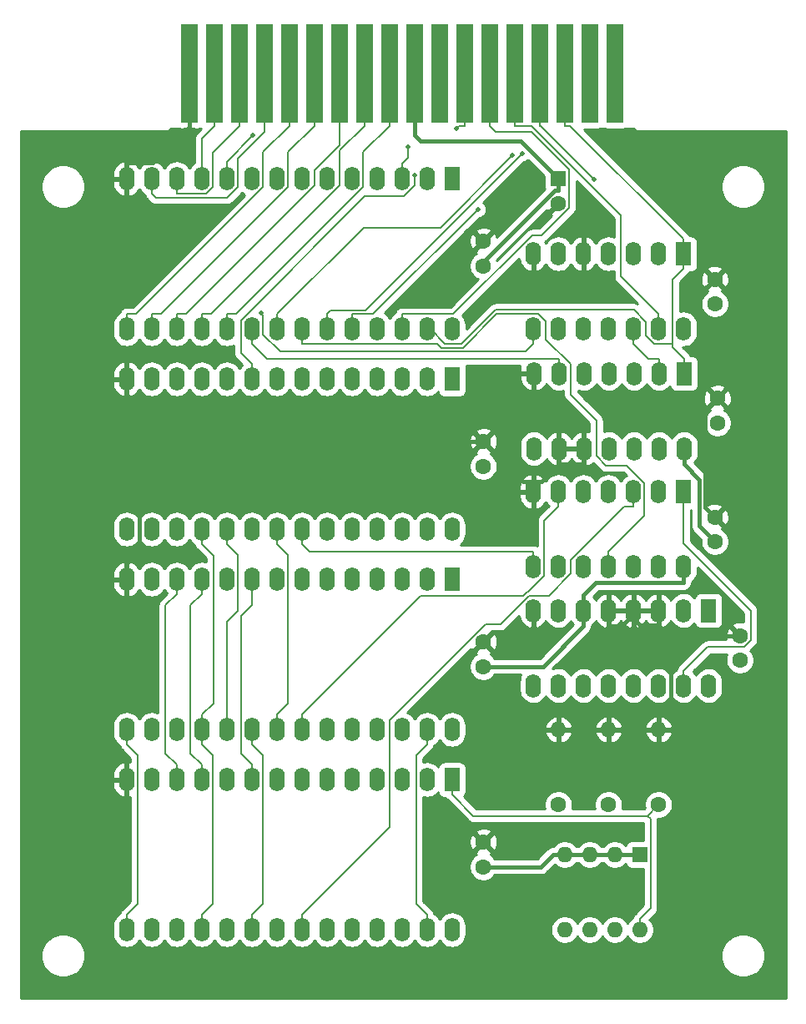
<source format=gbl>
G04 #@! TF.GenerationSoftware,KiCad,Pcbnew,(5.1.9)-1*
G04 #@! TF.CreationDate,2025-03-23T14:15:07+09:00*
G04 #@! TF.ProjectId,PYUUTA32k,50595555-5441-4333-926b-2e6b69636164,rev?*
G04 #@! TF.SameCoordinates,PX53920b0PY93c3260*
G04 #@! TF.FileFunction,Copper,L2,Bot*
G04 #@! TF.FilePolarity,Positive*
%FSLAX46Y46*%
G04 Gerber Fmt 4.6, Leading zero omitted, Abs format (unit mm)*
G04 Created by KiCad (PCBNEW (5.1.9)-1) date 2025-03-23 14:15:07*
%MOMM*%
%LPD*%
G01*
G04 APERTURE LIST*
G04 #@! TA.AperFunction,ComponentPad*
%ADD10C,1.600000*%
G04 #@! TD*
G04 #@! TA.AperFunction,ConnectorPad*
%ADD11R,1.780000X10.000000*%
G04 #@! TD*
G04 #@! TA.AperFunction,ComponentPad*
%ADD12O,1.600000X1.600000*%
G04 #@! TD*
G04 #@! TA.AperFunction,ComponentPad*
%ADD13R,1.600000X1.600000*%
G04 #@! TD*
G04 #@! TA.AperFunction,ComponentPad*
%ADD14R,1.600000X2.400000*%
G04 #@! TD*
G04 #@! TA.AperFunction,ComponentPad*
%ADD15O,1.600000X2.400000*%
G04 #@! TD*
G04 #@! TA.AperFunction,ViaPad*
%ADD16C,0.500000*%
G04 #@! TD*
G04 #@! TA.AperFunction,Conductor*
%ADD17C,0.400000*%
G04 #@! TD*
G04 #@! TA.AperFunction,Conductor*
%ADD18C,0.200000*%
G04 #@! TD*
G04 #@! TA.AperFunction,Conductor*
%ADD19C,0.254000*%
G04 #@! TD*
G04 #@! TA.AperFunction,Conductor*
%ADD20C,0.100000*%
G04 #@! TD*
G04 APERTURE END LIST*
D10*
X71120000Y49490000D03*
X71120000Y46990000D03*
X73660000Y37465000D03*
X73660000Y34965000D03*
X47625000Y14010000D03*
X47625000Y16510000D03*
X47625000Y36830000D03*
X47625000Y34330000D03*
X47625000Y57150000D03*
X47625000Y54650000D03*
X47625000Y74970000D03*
X47625000Y77470000D03*
D11*
X17780000Y94500000D03*
X20320000Y94500000D03*
X22860000Y94500000D03*
X25400000Y94500000D03*
X27940000Y94500000D03*
X30480000Y94500000D03*
X33020000Y94500000D03*
X35560000Y94500000D03*
X38100000Y94500000D03*
X40640000Y94500000D03*
X43180000Y94500000D03*
X45720000Y94500000D03*
X48260000Y94500000D03*
X50800000Y94500000D03*
X53340000Y94500000D03*
X55880000Y94500000D03*
X58420000Y94500000D03*
X60960000Y94500000D03*
D12*
X65405000Y27940000D03*
D10*
X65405000Y20320000D03*
X60325000Y20320000D03*
D12*
X60325000Y27940000D03*
X55245000Y27940000D03*
D10*
X55245000Y20320000D03*
D13*
X63500000Y15240000D03*
D12*
X55880000Y7620000D03*
X60960000Y15240000D03*
X58420000Y7620000D03*
X58420000Y15240000D03*
X60960000Y7620000D03*
X55880000Y15240000D03*
X63500000Y7620000D03*
D14*
X44450000Y22860000D03*
D15*
X11430000Y7620000D03*
X41910000Y22860000D03*
X13970000Y7620000D03*
X39370000Y22860000D03*
X16510000Y7620000D03*
X36830000Y22860000D03*
X19050000Y7620000D03*
X34290000Y22860000D03*
X21590000Y7620000D03*
X31750000Y22860000D03*
X24130000Y7620000D03*
X29210000Y22860000D03*
X26670000Y7620000D03*
X26670000Y22860000D03*
X29210000Y7620000D03*
X24130000Y22860000D03*
X31750000Y7620000D03*
X21590000Y22860000D03*
X34290000Y7620000D03*
X19050000Y22860000D03*
X36830000Y7620000D03*
X16510000Y22860000D03*
X39370000Y7620000D03*
X13970000Y22860000D03*
X41910000Y7620000D03*
X11430000Y22860000D03*
X44450000Y7620000D03*
D14*
X44450000Y43180000D03*
D15*
X11430000Y27940000D03*
X41910000Y43180000D03*
X13970000Y27940000D03*
X39370000Y43180000D03*
X16510000Y27940000D03*
X36830000Y43180000D03*
X19050000Y27940000D03*
X34290000Y43180000D03*
X21590000Y27940000D03*
X31750000Y43180000D03*
X24130000Y27940000D03*
X29210000Y43180000D03*
X26670000Y27940000D03*
X26670000Y43180000D03*
X29210000Y27940000D03*
X24130000Y43180000D03*
X31750000Y27940000D03*
X21590000Y43180000D03*
X34290000Y27940000D03*
X19050000Y43180000D03*
X36830000Y27940000D03*
X16510000Y43180000D03*
X39370000Y27940000D03*
X13970000Y43180000D03*
X41910000Y27940000D03*
X11430000Y43180000D03*
X44450000Y27940000D03*
X44450000Y48260000D03*
X11430000Y63500000D03*
X41910000Y48260000D03*
X13970000Y63500000D03*
X39370000Y48260000D03*
X16510000Y63500000D03*
X36830000Y48260000D03*
X19050000Y63500000D03*
X34290000Y48260000D03*
X21590000Y63500000D03*
X31750000Y48260000D03*
X24130000Y63500000D03*
X29210000Y48260000D03*
X26670000Y63500000D03*
X26670000Y48260000D03*
X29210000Y63500000D03*
X24130000Y48260000D03*
X31750000Y63500000D03*
X21590000Y48260000D03*
X34290000Y63500000D03*
X19050000Y48260000D03*
X36830000Y63500000D03*
X16510000Y48260000D03*
X39370000Y63500000D03*
X13970000Y48260000D03*
X41910000Y63500000D03*
X11430000Y48260000D03*
D14*
X44450000Y63500000D03*
D15*
X44450000Y68580000D03*
X11430000Y83820000D03*
X41910000Y68580000D03*
X13970000Y83820000D03*
X39370000Y68580000D03*
X16510000Y83820000D03*
X36830000Y68580000D03*
X19050000Y83820000D03*
X34290000Y68580000D03*
X21590000Y83820000D03*
X31750000Y68580000D03*
X24130000Y83820000D03*
X29210000Y68580000D03*
X26670000Y83820000D03*
X26670000Y68580000D03*
X29210000Y83820000D03*
X24130000Y68580000D03*
X31750000Y83820000D03*
X21590000Y68580000D03*
X34290000Y83820000D03*
X19050000Y68580000D03*
X36830000Y83820000D03*
X16510000Y68580000D03*
X39370000Y83820000D03*
X13970000Y68580000D03*
X41910000Y83820000D03*
X11430000Y68580000D03*
D14*
X44450000Y83820000D03*
X70485000Y40005000D03*
D15*
X52705000Y32385000D03*
X67945000Y40005000D03*
X55245000Y32385000D03*
X65405000Y40005000D03*
X57785000Y32385000D03*
X62865000Y40005000D03*
X60325000Y32385000D03*
X60325000Y40005000D03*
X62865000Y32385000D03*
X57785000Y40005000D03*
X65405000Y32385000D03*
X55245000Y40005000D03*
X67945000Y32385000D03*
X52705000Y40005000D03*
X70485000Y32385000D03*
D14*
X67945000Y52070000D03*
D15*
X52705000Y44450000D03*
X65405000Y52070000D03*
X55245000Y44450000D03*
X62865000Y52070000D03*
X57785000Y44450000D03*
X60325000Y52070000D03*
X60325000Y44450000D03*
X57785000Y52070000D03*
X62865000Y44450000D03*
X55245000Y52070000D03*
X65405000Y44450000D03*
X52705000Y52070000D03*
X67945000Y44450000D03*
D13*
X55245000Y83820000D03*
D10*
X55245000Y81320000D03*
X71120000Y73620000D03*
X71120000Y71120000D03*
X71374000Y59055000D03*
X71374000Y61555000D03*
D15*
X67945000Y68580000D03*
X52705000Y76200000D03*
X65405000Y68580000D03*
X55245000Y76200000D03*
X62865000Y68580000D03*
X57785000Y76200000D03*
X60325000Y68580000D03*
X60325000Y76200000D03*
X57785000Y68580000D03*
X62865000Y76200000D03*
X55245000Y68580000D03*
X65405000Y76200000D03*
X52705000Y68580000D03*
D14*
X67945000Y76200000D03*
X67999000Y64055000D03*
D15*
X52759000Y56435000D03*
X65459000Y64055000D03*
X55299000Y56435000D03*
X62919000Y64055000D03*
X57839000Y56435000D03*
X60379000Y64055000D03*
X60379000Y56435000D03*
X57839000Y64055000D03*
X62919000Y56435000D03*
X55299000Y64055000D03*
X65459000Y56435000D03*
X52759000Y64055000D03*
X67999000Y56435000D03*
D16*
X39953200Y87052600D03*
X51562000Y86352500D03*
X50597900Y86173600D03*
X47064500Y80699200D03*
X24277300Y88203300D03*
X44888800Y88897100D03*
X40640000Y84152500D03*
X58885500Y83733600D03*
X25054400Y70158000D03*
D17*
X60960000Y15240000D02*
X63500000Y15240000D01*
X58420000Y15240000D02*
X60960000Y15240000D01*
X67999000Y56435000D02*
X67999000Y54834700D01*
X71120000Y46990000D02*
X69539300Y48570700D01*
X69539300Y48570700D02*
X69539300Y53294400D01*
X69539300Y53294400D02*
X67999000Y54834700D01*
X57785000Y40005000D02*
X57785000Y41605300D01*
X67945000Y44450000D02*
X67945000Y42849700D01*
X67945000Y42849700D02*
X59029400Y42849700D01*
X59029400Y42849700D02*
X57785000Y41605300D01*
X57785000Y40005000D02*
X57785000Y38404700D01*
X47625000Y34330000D02*
X53710300Y34330000D01*
X53710300Y34330000D02*
X57785000Y38404700D01*
X55245000Y83820000D02*
X55245000Y82619700D01*
X47625000Y74970000D02*
X47625000Y75397600D01*
X47625000Y75397600D02*
X54847100Y82619700D01*
X54847100Y82619700D02*
X55245000Y82619700D01*
X55880000Y15240000D02*
X54679700Y15240000D01*
X47625000Y14010000D02*
X53449700Y14010000D01*
X53449700Y14010000D02*
X54679700Y15240000D01*
X55880000Y15240000D02*
X58420000Y15240000D01*
X40640000Y94500000D02*
X40640000Y88265000D01*
X40640000Y88265000D02*
X41275000Y87630000D01*
X41275000Y87630000D02*
X51435000Y87630000D01*
X51435000Y87630000D02*
X55245000Y83820000D01*
X71120000Y49490000D02*
X70139700Y50470300D01*
X70139700Y50470300D02*
X70139700Y60320700D01*
X70139700Y60320700D02*
X71374000Y61555000D01*
X60325000Y40005000D02*
X60325000Y38404700D01*
X62865000Y39605000D02*
X61664700Y38404700D01*
X61664700Y38404700D02*
X60325000Y38404700D01*
X62865000Y39605000D02*
X62865000Y39204900D01*
X62865000Y40005000D02*
X62865000Y39605000D01*
X66675000Y37465000D02*
X73660000Y37465000D01*
X65405000Y38554800D02*
X66494800Y37465000D01*
X66494800Y37465000D02*
X66675000Y37465000D01*
X66675000Y37465000D02*
X66675000Y30410300D01*
X66675000Y30410300D02*
X65405000Y29140300D01*
X65405000Y27940000D02*
X65405000Y29140300D01*
X12700000Y57150000D02*
X12700000Y46050300D01*
X12700000Y46050300D02*
X11430000Y44780300D01*
X11430000Y61899700D02*
X12700000Y60629700D01*
X12700000Y60629700D02*
X12700000Y57150000D01*
X47625000Y57150000D02*
X12700000Y57150000D01*
X11430000Y43180000D02*
X11430000Y44780300D01*
X52705000Y53099300D02*
X51675700Y53099300D01*
X51675700Y53099300D02*
X47625000Y57150000D01*
X11430000Y63500000D02*
X11430000Y61899700D01*
X55299000Y54834700D02*
X53563600Y53099300D01*
X53563600Y53099300D02*
X52705000Y53099300D01*
X52705000Y52870200D02*
X52705000Y53099300D01*
X55299000Y54984800D02*
X55299000Y54834700D01*
X55299000Y56435000D02*
X55299000Y54984800D01*
X57839000Y56435000D02*
X57839000Y54834700D01*
X55299000Y54834700D02*
X57839000Y54834700D01*
X11430000Y83820000D02*
X11430000Y85420300D01*
X17780000Y94500000D02*
X17780000Y89099700D01*
X17780000Y89099700D02*
X14100600Y85420300D01*
X14100600Y85420300D02*
X11430000Y85420300D01*
X60325000Y27940000D02*
X65405000Y27940000D01*
X55245000Y27940000D02*
X60325000Y27940000D01*
X62865000Y39204900D02*
X63515100Y38554800D01*
X63515100Y38554800D02*
X65405000Y38554800D01*
X65405000Y40005000D02*
X65405000Y38554800D01*
X52705000Y52070000D02*
X52705000Y52870200D01*
D18*
X38100000Y94500000D02*
X38100000Y89199700D01*
X21590000Y68580000D02*
X21590000Y70080300D01*
X21590000Y70080300D02*
X22539300Y70080300D01*
X22539300Y70080300D02*
X35418400Y82959400D01*
X35418400Y82959400D02*
X35418400Y86518100D01*
X35418400Y86518100D02*
X38100000Y89199700D01*
X21590000Y48260000D02*
X21590000Y46759700D01*
X21590000Y46759700D02*
X22728300Y45621400D01*
X22728300Y45621400D02*
X22728300Y39994900D01*
X22728300Y39994900D02*
X21590000Y38856600D01*
X21590000Y38856600D02*
X21590000Y27940000D01*
X19050000Y27940000D02*
X19050000Y29440300D01*
X19050000Y48260000D02*
X19050000Y46759700D01*
X19050000Y46759700D02*
X20219600Y45590100D01*
X20219600Y45590100D02*
X20219600Y30609900D01*
X20219600Y30609900D02*
X19050000Y29440300D01*
X19050000Y7620000D02*
X19050000Y9120300D01*
X19050000Y27940000D02*
X19050000Y26439700D01*
X19050000Y26439700D02*
X20161100Y25328600D01*
X20161100Y25328600D02*
X20161100Y10231400D01*
X20161100Y10231400D02*
X19050000Y9120300D01*
X35560000Y89199700D02*
X33066100Y86705800D01*
X33066100Y86705800D02*
X33066100Y83158700D01*
X33066100Y83158700D02*
X19987700Y70080300D01*
X19987700Y70080300D02*
X19050000Y70080300D01*
X35560000Y94500000D02*
X35560000Y89199700D01*
X19050000Y68580000D02*
X19050000Y70080300D01*
X16510000Y68580000D02*
X16510000Y70080300D01*
X16510000Y70080300D02*
X17447700Y70080300D01*
X17447700Y70080300D02*
X30480000Y83112600D01*
X30480000Y83112600D02*
X30480000Y84686000D01*
X30480000Y84686000D02*
X33020000Y87226000D01*
X33020000Y87226000D02*
X33020000Y94500000D01*
X30480000Y94500000D02*
X30480000Y89199700D01*
X13970000Y68580000D02*
X13970000Y70080300D01*
X13970000Y70080300D02*
X14907700Y70080300D01*
X14907700Y70080300D02*
X27798400Y82971000D01*
X27798400Y82971000D02*
X27798400Y86518100D01*
X27798400Y86518100D02*
X30480000Y89199700D01*
X11430000Y7620000D02*
X11430000Y9120300D01*
X11430000Y27940000D02*
X11430000Y26439700D01*
X11430000Y26439700D02*
X12541100Y25328600D01*
X12541100Y25328600D02*
X12541100Y10231400D01*
X12541100Y10231400D02*
X11430000Y9120300D01*
X27940000Y94500000D02*
X27940000Y89199700D01*
X11430000Y68580000D02*
X11430000Y70080300D01*
X11430000Y70080300D02*
X12367700Y70080300D01*
X12367700Y70080300D02*
X25258400Y82971000D01*
X25258400Y82971000D02*
X25258400Y86518100D01*
X25258400Y86518100D02*
X27940000Y89199700D01*
X13970000Y82319700D02*
X14383900Y81905800D01*
X14383900Y81905800D02*
X21634700Y81905800D01*
X21634700Y81905800D02*
X22718400Y82989500D01*
X22718400Y82989500D02*
X22718400Y85866100D01*
X22718400Y85866100D02*
X25400000Y88547700D01*
X25400000Y88547700D02*
X25400000Y89199700D01*
X25400000Y94500000D02*
X25400000Y89199700D01*
X13970000Y83820000D02*
X13970000Y82319700D01*
X22860000Y94500000D02*
X22860000Y89199700D01*
X16510000Y83820000D02*
X16510000Y82319700D01*
X16510000Y82319700D02*
X19508700Y82319700D01*
X19508700Y82319700D02*
X20150400Y82961400D01*
X20150400Y82961400D02*
X20150400Y86490100D01*
X20150400Y86490100D02*
X22860000Y89199700D01*
X16510000Y22860000D02*
X16510000Y24360300D01*
X16510000Y43180000D02*
X16510000Y41679700D01*
X16510000Y41679700D02*
X15360100Y40529800D01*
X15360100Y40529800D02*
X15360100Y25510200D01*
X15360100Y25510200D02*
X16510000Y24360300D01*
X19050000Y22860000D02*
X19050000Y24360300D01*
X19050000Y43180000D02*
X19050000Y41679700D01*
X19050000Y41679700D02*
X17900100Y40529800D01*
X17900100Y40529800D02*
X17900100Y25510200D01*
X17900100Y25510200D02*
X19050000Y24360300D01*
X20320000Y94500000D02*
X20320000Y89199700D01*
X19050000Y83820000D02*
X19050000Y87929700D01*
X19050000Y87929700D02*
X20320000Y89199700D01*
X39370000Y85320300D02*
X39953200Y85903500D01*
X39953200Y85903500D02*
X39953200Y87052600D01*
X39370000Y83820000D02*
X39370000Y85320300D01*
X39370000Y68580000D02*
X39370000Y70080300D01*
X48260000Y94500000D02*
X48260000Y89199700D01*
X48260000Y89199700D02*
X48853100Y88606600D01*
X48853100Y88606600D02*
X52485200Y88606600D01*
X52485200Y88606600D02*
X56345400Y84746400D01*
X56345400Y84746400D02*
X56345400Y80845400D01*
X56345400Y80845400D02*
X53563000Y78063000D01*
X53563000Y78063000D02*
X52568400Y78063000D01*
X52568400Y78063000D02*
X44585700Y70080300D01*
X44585700Y70080300D02*
X39370000Y70080300D01*
X26670000Y68580000D02*
X26670000Y70080300D01*
X26670000Y70080300D02*
X35461800Y78872100D01*
X35461800Y78872100D02*
X43296400Y78872100D01*
X43296400Y78872100D02*
X50597900Y86173600D01*
X26670000Y27940000D02*
X26670000Y29440300D01*
X26670000Y48260000D02*
X26670000Y46759700D01*
X26670000Y46759700D02*
X27781100Y45648600D01*
X27781100Y45648600D02*
X27781100Y30551400D01*
X27781100Y30551400D02*
X26670000Y29440300D01*
X31750000Y68580000D02*
X31750000Y70080300D01*
X31750000Y70080300D02*
X32150400Y70480700D01*
X32150400Y70480700D02*
X35690200Y70480700D01*
X35690200Y70480700D02*
X50800000Y85590500D01*
X50800000Y85590500D02*
X51562000Y86352500D01*
X51562000Y86352500D02*
X51562000Y86352500D01*
X50597900Y86173600D02*
X50597900Y86173600D01*
X34290000Y68580000D02*
X34290000Y70080300D01*
X34290000Y70080300D02*
X36445600Y70080300D01*
X36445600Y70080300D02*
X47064500Y80699200D01*
X29210000Y67079700D02*
X42983600Y67079700D01*
X42983600Y67079700D02*
X43383900Y66679400D01*
X43383900Y66679400D02*
X45563200Y66679400D01*
X45563200Y66679400D02*
X48977900Y70094100D01*
X48977900Y70094100D02*
X53187200Y70094100D01*
X53187200Y70094100D02*
X53975000Y69306300D01*
X53975000Y69306300D02*
X53975000Y67500300D01*
X53975000Y67500300D02*
X56482600Y64992700D01*
X56482600Y64992700D02*
X56482600Y61919400D01*
X56482600Y61919400D02*
X59109000Y59293000D01*
X59109000Y59293000D02*
X59109000Y55680400D01*
X59109000Y55680400D02*
X60054500Y54734900D01*
X60054500Y54734900D02*
X62166900Y54734900D01*
X62166900Y54734900D02*
X63985600Y52916200D01*
X63985600Y52916200D02*
X63985600Y49610900D01*
X63985600Y49610900D02*
X60325000Y45950300D01*
X29210000Y68580000D02*
X29210000Y67079700D01*
X60325000Y44450000D02*
X60325000Y45950300D01*
X21590000Y83820000D02*
X21590000Y85516000D01*
X21590000Y85516000D02*
X24277300Y88203300D01*
X24130000Y63500000D02*
X24130000Y65000300D01*
X45720000Y94500000D02*
X45720000Y89199700D01*
X44888800Y88897100D02*
X45191400Y89199700D01*
X45191400Y89199700D02*
X45720000Y89199700D01*
X24130000Y65000300D02*
X23024800Y66105500D01*
X23024800Y66105500D02*
X23024800Y69469900D01*
X23024800Y69469900D02*
X35621600Y82066700D01*
X35621600Y82066700D02*
X39597200Y82066700D01*
X39597200Y82066700D02*
X40640000Y83109500D01*
X40640000Y83109500D02*
X40640000Y84152500D01*
X24130000Y24360300D02*
X23028500Y25461800D01*
X23028500Y25461800D02*
X23028500Y39446000D01*
X23028500Y39446000D02*
X24130000Y40547500D01*
X24130000Y40547500D02*
X24130000Y41679700D01*
X24130000Y22860000D02*
X24130000Y24360300D01*
X24130000Y43180000D02*
X24130000Y41679700D01*
X58885500Y83733600D02*
X53419400Y89199700D01*
X53419400Y89199700D02*
X53340000Y89199700D01*
X53340000Y94500000D02*
X53340000Y89199700D01*
X63500000Y7620000D02*
X63500000Y8720300D01*
X64266800Y19181800D02*
X65405000Y20320000D01*
X44450000Y21359700D02*
X46627900Y19181800D01*
X46627900Y19181800D02*
X64266800Y19181800D01*
X63500000Y8720300D02*
X64600400Y9820700D01*
X64600400Y9820700D02*
X64600400Y18848200D01*
X64600400Y18848200D02*
X64266800Y19181800D01*
X44450000Y22860000D02*
X44450000Y21359700D01*
X29210000Y7620000D02*
X29210000Y9120300D01*
X62865000Y52070000D02*
X62865000Y50569700D01*
X62865000Y50569700D02*
X61927300Y50569700D01*
X61927300Y50569700D02*
X56515000Y45157400D01*
X56515000Y45157400D02*
X56515000Y43763300D01*
X56515000Y43763300D02*
X54257000Y41505300D01*
X54257000Y41505300D02*
X52249200Y41505300D01*
X52249200Y41505300D02*
X49381000Y38637100D01*
X49381000Y38637100D02*
X47861800Y38637100D01*
X47861800Y38637100D02*
X38100000Y28875300D01*
X38100000Y28875300D02*
X38100000Y18010300D01*
X38100000Y18010300D02*
X29210000Y9120300D01*
X55245000Y50569700D02*
X53805300Y49130000D01*
X53805300Y49130000D02*
X53805300Y43551400D01*
X53805300Y43551400D02*
X52159500Y41905600D01*
X52159500Y41905600D02*
X52083400Y41905600D01*
X52083400Y41905600D02*
X51683200Y41505400D01*
X51683200Y41505400D02*
X41275100Y41505400D01*
X41275100Y41505400D02*
X29210000Y29440300D01*
X55245000Y52070000D02*
X55245000Y50569700D01*
X29210000Y27940000D02*
X29210000Y29440300D01*
X29210000Y48260000D02*
X29210000Y46759700D01*
X52705000Y44450000D02*
X52705000Y45950300D01*
X52705000Y45950300D02*
X30019400Y45950300D01*
X30019400Y45950300D02*
X29210000Y46759700D01*
X67945000Y32385000D02*
X67945000Y33885300D01*
X67945000Y52070000D02*
X67945000Y46810900D01*
X67945000Y46810900D02*
X74761000Y39994900D01*
X74761000Y39994900D02*
X74761000Y37001800D01*
X74761000Y37001800D02*
X74074800Y36315600D01*
X74074800Y36315600D02*
X70375300Y36315600D01*
X70375300Y36315600D02*
X67945000Y33885300D01*
X25054400Y70158000D02*
X25258400Y69954000D01*
X25258400Y69954000D02*
X25258400Y68029800D01*
X25258400Y68029800D02*
X27009100Y66279100D01*
X27009100Y66279100D02*
X51904400Y66279100D01*
X51904400Y66279100D02*
X52705000Y67079700D01*
X52705000Y68580000D02*
X52705000Y67079700D01*
X50800000Y94500000D02*
X50800000Y89199700D01*
X65405000Y68580000D02*
X65405000Y70080300D01*
X65405000Y70080300D02*
X61595000Y73890300D01*
X61595000Y73890300D02*
X61595000Y80106000D01*
X61595000Y80106000D02*
X52501300Y89199700D01*
X52501300Y89199700D02*
X50800000Y89199700D01*
X67999000Y65555300D02*
X66844700Y66709600D01*
X66844700Y66709600D02*
X66844700Y67065700D01*
X66844700Y67065700D02*
X66844700Y73599400D01*
X66844700Y73599400D02*
X67945000Y74699700D01*
X66844700Y67065700D02*
X64958400Y67065700D01*
X64958400Y67065700D02*
X64135000Y67889100D01*
X64135000Y67889100D02*
X64135000Y69301500D01*
X64135000Y69301500D02*
X62915800Y70520700D01*
X62915800Y70520700D02*
X48838400Y70520700D01*
X48838400Y70520700D02*
X45397400Y67079700D01*
X45397400Y67079700D02*
X43750000Y67079700D01*
X43750000Y67079700D02*
X42249700Y68580000D01*
X42249700Y68580000D02*
X41910000Y68580000D01*
X67945000Y76200000D02*
X67945000Y74699700D01*
X67999000Y64055000D02*
X67999000Y65555300D01*
X41910000Y7620000D02*
X41910000Y9120300D01*
X41910000Y27940000D02*
X41910000Y26439700D01*
X41910000Y26439700D02*
X40798800Y25328500D01*
X40798800Y25328500D02*
X40798800Y10231500D01*
X40798800Y10231500D02*
X41910000Y9120300D01*
X67945000Y77700300D02*
X56445600Y89199700D01*
X56445600Y89199700D02*
X55880000Y89199700D01*
X55880000Y94500000D02*
X55880000Y89199700D01*
X67945000Y76200000D02*
X67945000Y77700300D01*
X24130000Y68580000D02*
X24130000Y67079700D01*
X55299000Y64055000D02*
X55299000Y65555300D01*
X55299000Y65555300D02*
X25654400Y65555300D01*
X25654400Y65555300D02*
X24130000Y67079700D01*
X24130000Y7620000D02*
X24130000Y9120300D01*
X24130000Y27940000D02*
X24130000Y26439700D01*
X24130000Y26439700D02*
X25241100Y25328600D01*
X25241100Y25328600D02*
X25241100Y10231400D01*
X25241100Y10231400D02*
X24130000Y9120300D01*
X65459000Y64055000D02*
X65459000Y65555300D01*
X62865000Y68580000D02*
X62865000Y67079700D01*
X65459000Y65555300D02*
X64389400Y65555300D01*
X64389400Y65555300D02*
X62865000Y67079700D01*
D19*
X16890000Y88861928D02*
X17494250Y88865000D01*
X17502250Y88873000D01*
X18057750Y88873000D01*
X18065750Y88865000D01*
X18670000Y88861928D01*
X18782420Y88873000D01*
X18953854Y88873000D01*
X18555808Y88474954D01*
X18527763Y88451938D01*
X18435914Y88340020D01*
X18395815Y88265000D01*
X18367664Y88212333D01*
X18325635Y88073785D01*
X18311444Y87929700D01*
X18315001Y87893585D01*
X18315000Y85454263D01*
X18248900Y85418932D01*
X18030393Y85239608D01*
X17851068Y85021101D01*
X17780000Y84888142D01*
X17708932Y85021101D01*
X17529608Y85239608D01*
X17311101Y85418932D01*
X17061808Y85552182D01*
X16791309Y85634236D01*
X16510000Y85661943D01*
X16228692Y85634236D01*
X15958193Y85552182D01*
X15708900Y85418932D01*
X15490393Y85239608D01*
X15311068Y85021101D01*
X15240000Y84888142D01*
X15168932Y85021101D01*
X14989608Y85239608D01*
X14771101Y85418932D01*
X14521808Y85552182D01*
X14251309Y85634236D01*
X13970000Y85661943D01*
X13688692Y85634236D01*
X13418193Y85552182D01*
X13168900Y85418932D01*
X12950393Y85239608D01*
X12771068Y85021101D01*
X12702735Y84893259D01*
X12552601Y85122839D01*
X12354895Y85324500D01*
X12121646Y85483715D01*
X11861818Y85594367D01*
X11779039Y85611904D01*
X11557000Y85489915D01*
X11557000Y83947000D01*
X11577000Y83947000D01*
X11577000Y83693000D01*
X11557000Y83693000D01*
X11557000Y82150085D01*
X11779039Y82028096D01*
X11861818Y82045633D01*
X12121646Y82156285D01*
X12354895Y82315500D01*
X12552601Y82517161D01*
X12702735Y82746742D01*
X12771068Y82618900D01*
X12950392Y82400393D01*
X13168899Y82221068D01*
X13245174Y82180298D01*
X13245635Y82175615D01*
X13287664Y82037067D01*
X13355914Y81909380D01*
X13447763Y81797462D01*
X13475807Y81774447D01*
X13838641Y81411613D01*
X13861662Y81383562D01*
X13973580Y81291713D01*
X14101267Y81223463D01*
X14197786Y81194184D01*
X14239814Y81181435D01*
X14383900Y81167244D01*
X14420005Y81170800D01*
X21598595Y81170800D01*
X21634700Y81167244D01*
X21670805Y81170800D01*
X21778785Y81181435D01*
X21917333Y81223463D01*
X22045020Y81291713D01*
X22156938Y81383562D01*
X22179958Y81411612D01*
X23142439Y82374092D01*
X23328899Y82221068D01*
X23420213Y82172260D01*
X12063254Y70815300D01*
X11466105Y70815300D01*
X11430000Y70818856D01*
X11393895Y70815300D01*
X11285915Y70804665D01*
X11147367Y70762637D01*
X11019680Y70694387D01*
X10907762Y70602538D01*
X10815913Y70490620D01*
X10747663Y70362933D01*
X10705635Y70224385D01*
X10705174Y70219701D01*
X10628900Y70178932D01*
X10410393Y69999608D01*
X10231068Y69781101D01*
X10097818Y69531808D01*
X10015764Y69261309D01*
X9995000Y69050492D01*
X9995000Y68109509D01*
X10015764Y67898692D01*
X10097818Y67628193D01*
X10231068Y67378900D01*
X10410392Y67160393D01*
X10628899Y66981068D01*
X10878192Y66847818D01*
X11148691Y66765764D01*
X11430000Y66738057D01*
X11711308Y66765764D01*
X11981807Y66847818D01*
X12231100Y66981068D01*
X12449607Y67160392D01*
X12628932Y67378899D01*
X12700000Y67511858D01*
X12771068Y67378900D01*
X12950392Y67160393D01*
X13168899Y66981068D01*
X13418192Y66847818D01*
X13688691Y66765764D01*
X13970000Y66738057D01*
X14251308Y66765764D01*
X14521807Y66847818D01*
X14771100Y66981068D01*
X14989607Y67160392D01*
X15168932Y67378899D01*
X15240000Y67511858D01*
X15311068Y67378900D01*
X15490392Y67160393D01*
X15708899Y66981068D01*
X15958192Y66847818D01*
X16228691Y66765764D01*
X16510000Y66738057D01*
X16791308Y66765764D01*
X17061807Y66847818D01*
X17311100Y66981068D01*
X17529607Y67160392D01*
X17708932Y67378899D01*
X17780000Y67511858D01*
X17851068Y67378900D01*
X18030392Y67160393D01*
X18248899Y66981068D01*
X18498192Y66847818D01*
X18768691Y66765764D01*
X19050000Y66738057D01*
X19331308Y66765764D01*
X19601807Y66847818D01*
X19851100Y66981068D01*
X20069607Y67160392D01*
X20248932Y67378899D01*
X20320000Y67511858D01*
X20391068Y67378900D01*
X20570392Y67160393D01*
X20788899Y66981068D01*
X21038192Y66847818D01*
X21308691Y66765764D01*
X21590000Y66738057D01*
X21871308Y66765764D01*
X22141807Y66847818D01*
X22289800Y66926922D01*
X22289800Y66141605D01*
X22286244Y66105500D01*
X22300435Y65961415D01*
X22305597Y65944400D01*
X22342463Y65822868D01*
X22410713Y65695181D01*
X22502562Y65583263D01*
X22530608Y65560246D01*
X23143816Y64947037D01*
X23110393Y64919608D01*
X22931068Y64701101D01*
X22860000Y64568142D01*
X22788932Y64701101D01*
X22609608Y64919608D01*
X22391101Y65098932D01*
X22141808Y65232182D01*
X21871309Y65314236D01*
X21590000Y65341943D01*
X21308692Y65314236D01*
X21038193Y65232182D01*
X20788900Y65098932D01*
X20570393Y64919608D01*
X20391068Y64701101D01*
X20320000Y64568142D01*
X20248932Y64701101D01*
X20069608Y64919608D01*
X19851101Y65098932D01*
X19601808Y65232182D01*
X19331309Y65314236D01*
X19050000Y65341943D01*
X18768692Y65314236D01*
X18498193Y65232182D01*
X18248900Y65098932D01*
X18030393Y64919608D01*
X17851068Y64701101D01*
X17780000Y64568142D01*
X17708932Y64701101D01*
X17529608Y64919608D01*
X17311101Y65098932D01*
X17061808Y65232182D01*
X16791309Y65314236D01*
X16510000Y65341943D01*
X16228692Y65314236D01*
X15958193Y65232182D01*
X15708900Y65098932D01*
X15490393Y64919608D01*
X15311068Y64701101D01*
X15240000Y64568142D01*
X15168932Y64701101D01*
X14989608Y64919608D01*
X14771101Y65098932D01*
X14521808Y65232182D01*
X14251309Y65314236D01*
X13970000Y65341943D01*
X13688692Y65314236D01*
X13418193Y65232182D01*
X13168900Y65098932D01*
X12950393Y64919608D01*
X12771068Y64701101D01*
X12702735Y64573259D01*
X12552601Y64802839D01*
X12354895Y65004500D01*
X12121646Y65163715D01*
X11861818Y65274367D01*
X11779039Y65291904D01*
X11557000Y65169915D01*
X11557000Y63627000D01*
X11577000Y63627000D01*
X11577000Y63373000D01*
X11557000Y63373000D01*
X11557000Y61830085D01*
X11779039Y61708096D01*
X11861818Y61725633D01*
X12121646Y61836285D01*
X12354895Y61995500D01*
X12552601Y62197161D01*
X12702735Y62426742D01*
X12771068Y62298900D01*
X12950392Y62080393D01*
X13168899Y61901068D01*
X13418192Y61767818D01*
X13688691Y61685764D01*
X13970000Y61658057D01*
X14251308Y61685764D01*
X14521807Y61767818D01*
X14771100Y61901068D01*
X14989607Y62080392D01*
X15168932Y62298899D01*
X15240000Y62431858D01*
X15311068Y62298900D01*
X15490392Y62080393D01*
X15708899Y61901068D01*
X15958192Y61767818D01*
X16228691Y61685764D01*
X16510000Y61658057D01*
X16791308Y61685764D01*
X17061807Y61767818D01*
X17311100Y61901068D01*
X17529607Y62080392D01*
X17708932Y62298899D01*
X17780000Y62431858D01*
X17851068Y62298900D01*
X18030392Y62080393D01*
X18248899Y61901068D01*
X18498192Y61767818D01*
X18768691Y61685764D01*
X19050000Y61658057D01*
X19331308Y61685764D01*
X19601807Y61767818D01*
X19851100Y61901068D01*
X20069607Y62080392D01*
X20248932Y62298899D01*
X20320000Y62431858D01*
X20391068Y62298900D01*
X20570392Y62080393D01*
X20788899Y61901068D01*
X21038192Y61767818D01*
X21308691Y61685764D01*
X21590000Y61658057D01*
X21871308Y61685764D01*
X22141807Y61767818D01*
X22391100Y61901068D01*
X22609607Y62080392D01*
X22788932Y62298899D01*
X22860000Y62431858D01*
X22931068Y62298900D01*
X23110392Y62080393D01*
X23328899Y61901068D01*
X23578192Y61767818D01*
X23848691Y61685764D01*
X24130000Y61658057D01*
X24411308Y61685764D01*
X24681807Y61767818D01*
X24931100Y61901068D01*
X25149607Y62080392D01*
X25328932Y62298899D01*
X25400000Y62431858D01*
X25471068Y62298900D01*
X25650392Y62080393D01*
X25868899Y61901068D01*
X26118192Y61767818D01*
X26388691Y61685764D01*
X26670000Y61658057D01*
X26951308Y61685764D01*
X27221807Y61767818D01*
X27471100Y61901068D01*
X27689607Y62080392D01*
X27868932Y62298899D01*
X27940000Y62431858D01*
X28011068Y62298900D01*
X28190392Y62080393D01*
X28408899Y61901068D01*
X28658192Y61767818D01*
X28928691Y61685764D01*
X29210000Y61658057D01*
X29491308Y61685764D01*
X29761807Y61767818D01*
X30011100Y61901068D01*
X30229607Y62080392D01*
X30408932Y62298899D01*
X30480000Y62431858D01*
X30551068Y62298900D01*
X30730392Y62080393D01*
X30948899Y61901068D01*
X31198192Y61767818D01*
X31468691Y61685764D01*
X31750000Y61658057D01*
X32031308Y61685764D01*
X32301807Y61767818D01*
X32551100Y61901068D01*
X32769607Y62080392D01*
X32948932Y62298899D01*
X33020000Y62431858D01*
X33091068Y62298900D01*
X33270392Y62080393D01*
X33488899Y61901068D01*
X33738192Y61767818D01*
X34008691Y61685764D01*
X34290000Y61658057D01*
X34571308Y61685764D01*
X34841807Y61767818D01*
X35091100Y61901068D01*
X35309607Y62080392D01*
X35488932Y62298899D01*
X35560000Y62431858D01*
X35631068Y62298900D01*
X35810392Y62080393D01*
X36028899Y61901068D01*
X36278192Y61767818D01*
X36548691Y61685764D01*
X36830000Y61658057D01*
X37111308Y61685764D01*
X37381807Y61767818D01*
X37631100Y61901068D01*
X37849607Y62080392D01*
X38028932Y62298899D01*
X38100000Y62431858D01*
X38171068Y62298900D01*
X38350392Y62080393D01*
X38568899Y61901068D01*
X38818192Y61767818D01*
X39088691Y61685764D01*
X39370000Y61658057D01*
X39651308Y61685764D01*
X39921807Y61767818D01*
X40171100Y61901068D01*
X40389607Y62080392D01*
X40568932Y62298899D01*
X40640000Y62431858D01*
X40711068Y62298900D01*
X40890392Y62080393D01*
X41108899Y61901068D01*
X41358192Y61767818D01*
X41628691Y61685764D01*
X41910000Y61658057D01*
X42191308Y61685764D01*
X42461807Y61767818D01*
X42711100Y61901068D01*
X42929607Y62080392D01*
X43022419Y62193483D01*
X43024188Y62175518D01*
X43060498Y62055820D01*
X43119463Y61945506D01*
X43198815Y61848815D01*
X43295506Y61769463D01*
X43405820Y61710498D01*
X43525518Y61674188D01*
X43650000Y61661928D01*
X45250000Y61661928D01*
X45374482Y61674188D01*
X45494180Y61710498D01*
X45604494Y61769463D01*
X45701185Y61848815D01*
X45780537Y61945506D01*
X45839502Y62055820D01*
X45875812Y62175518D01*
X45888072Y62300000D01*
X45888072Y63928000D01*
X51324000Y63928000D01*
X51324000Y63528000D01*
X51376350Y63250486D01*
X51481834Y62988517D01*
X51636399Y62752161D01*
X51834105Y62550500D01*
X52067354Y62391285D01*
X52327182Y62280633D01*
X52409961Y62263096D01*
X52632000Y62385085D01*
X52632000Y63928000D01*
X51324000Y63928000D01*
X45888072Y63928000D01*
X45888072Y64700000D01*
X45876224Y64820300D01*
X51368953Y64820300D01*
X51324000Y64582000D01*
X51324000Y64182000D01*
X52632000Y64182000D01*
X52632000Y64202000D01*
X52886000Y64202000D01*
X52886000Y64182000D01*
X52906000Y64182000D01*
X52906000Y63928000D01*
X52886000Y63928000D01*
X52886000Y62385085D01*
X53108039Y62263096D01*
X53190818Y62280633D01*
X53450646Y62391285D01*
X53683895Y62550500D01*
X53881601Y62752161D01*
X54031735Y62981742D01*
X54100068Y62853900D01*
X54279392Y62635393D01*
X54497899Y62456068D01*
X54747192Y62322818D01*
X55017691Y62240764D01*
X55299000Y62213057D01*
X55580308Y62240764D01*
X55747601Y62291511D01*
X55747601Y61955515D01*
X55744044Y61919400D01*
X55758235Y61775315D01*
X55793806Y61658057D01*
X55800264Y61636767D01*
X55868514Y61509080D01*
X55960363Y61397162D01*
X55988408Y61374146D01*
X58374000Y58988553D01*
X58374000Y58165425D01*
X58270818Y58209367D01*
X58188039Y58226904D01*
X57966000Y58104915D01*
X57966000Y56562000D01*
X57986000Y56562000D01*
X57986000Y56308000D01*
X57966000Y56308000D01*
X57966000Y54765085D01*
X58188039Y54643096D01*
X58270818Y54660633D01*
X58530646Y54771285D01*
X58763895Y54930500D01*
X58791399Y54958554D01*
X59509246Y54240707D01*
X59532262Y54212662D01*
X59644180Y54120813D01*
X59771867Y54052563D01*
X59906304Y54011782D01*
X59910415Y54010535D01*
X60054500Y53996344D01*
X60090605Y53999900D01*
X61862454Y53999900D01*
X62148306Y53714048D01*
X62063900Y53668932D01*
X61845393Y53489608D01*
X61666068Y53271101D01*
X61595000Y53138142D01*
X61523932Y53271101D01*
X61344608Y53489608D01*
X61126101Y53668932D01*
X60876808Y53802182D01*
X60606309Y53884236D01*
X60325000Y53911943D01*
X60043692Y53884236D01*
X59773193Y53802182D01*
X59523900Y53668932D01*
X59305393Y53489608D01*
X59126068Y53271101D01*
X59055000Y53138142D01*
X58983932Y53271101D01*
X58804608Y53489608D01*
X58586101Y53668932D01*
X58336808Y53802182D01*
X58066309Y53884236D01*
X57785000Y53911943D01*
X57503692Y53884236D01*
X57233193Y53802182D01*
X56983900Y53668932D01*
X56765393Y53489608D01*
X56586068Y53271101D01*
X56515000Y53138142D01*
X56443932Y53271101D01*
X56264608Y53489608D01*
X56046101Y53668932D01*
X55796808Y53802182D01*
X55526309Y53884236D01*
X55245000Y53911943D01*
X54963692Y53884236D01*
X54693193Y53802182D01*
X54443900Y53668932D01*
X54225393Y53489608D01*
X54046068Y53271101D01*
X53977735Y53143259D01*
X53827601Y53372839D01*
X53629895Y53574500D01*
X53396646Y53733715D01*
X53136818Y53844367D01*
X53054039Y53861904D01*
X52832000Y53739915D01*
X52832000Y52197000D01*
X52852000Y52197000D01*
X52852000Y51943000D01*
X52832000Y51943000D01*
X52832000Y50400085D01*
X53054039Y50278096D01*
X53136818Y50295633D01*
X53396646Y50406285D01*
X53629895Y50565500D01*
X53827601Y50767161D01*
X53977735Y50996742D01*
X54046068Y50868900D01*
X54225392Y50650393D01*
X54258816Y50622963D01*
X53311108Y49675254D01*
X53283062Y49652237D01*
X53191213Y49540319D01*
X53122963Y49412632D01*
X53102712Y49345872D01*
X53080935Y49274085D01*
X53066744Y49130000D01*
X53070300Y49093895D01*
X53070300Y46588450D01*
X52987633Y46632637D01*
X52849085Y46674665D01*
X52741105Y46685300D01*
X52705000Y46688856D01*
X52668895Y46685300D01*
X45280627Y46685300D01*
X45469607Y46840392D01*
X45648932Y47058899D01*
X45782182Y47308192D01*
X45864236Y47578691D01*
X45885000Y47789508D01*
X45885000Y48730491D01*
X45864236Y48941309D01*
X45782182Y49211808D01*
X45648932Y49461101D01*
X45469608Y49679608D01*
X45251101Y49858932D01*
X45001808Y49992182D01*
X44731309Y50074236D01*
X44450000Y50101943D01*
X44168692Y50074236D01*
X43898193Y49992182D01*
X43648900Y49858932D01*
X43430393Y49679608D01*
X43251068Y49461101D01*
X43180000Y49328142D01*
X43108932Y49461101D01*
X42929608Y49679608D01*
X42711101Y49858932D01*
X42461808Y49992182D01*
X42191309Y50074236D01*
X41910000Y50101943D01*
X41628692Y50074236D01*
X41358193Y49992182D01*
X41108900Y49858932D01*
X40890393Y49679608D01*
X40711068Y49461101D01*
X40640000Y49328142D01*
X40568932Y49461101D01*
X40389608Y49679608D01*
X40171101Y49858932D01*
X39921808Y49992182D01*
X39651309Y50074236D01*
X39370000Y50101943D01*
X39088692Y50074236D01*
X38818193Y49992182D01*
X38568900Y49858932D01*
X38350393Y49679608D01*
X38171068Y49461101D01*
X38100000Y49328142D01*
X38028932Y49461101D01*
X37849608Y49679608D01*
X37631101Y49858932D01*
X37381808Y49992182D01*
X37111309Y50074236D01*
X36830000Y50101943D01*
X36548692Y50074236D01*
X36278193Y49992182D01*
X36028900Y49858932D01*
X35810393Y49679608D01*
X35631068Y49461101D01*
X35560000Y49328142D01*
X35488932Y49461101D01*
X35309608Y49679608D01*
X35091101Y49858932D01*
X34841808Y49992182D01*
X34571309Y50074236D01*
X34290000Y50101943D01*
X34008692Y50074236D01*
X33738193Y49992182D01*
X33488900Y49858932D01*
X33270393Y49679608D01*
X33091068Y49461101D01*
X33020000Y49328142D01*
X32948932Y49461101D01*
X32769608Y49679608D01*
X32551101Y49858932D01*
X32301808Y49992182D01*
X32031309Y50074236D01*
X31750000Y50101943D01*
X31468692Y50074236D01*
X31198193Y49992182D01*
X30948900Y49858932D01*
X30730393Y49679608D01*
X30551068Y49461101D01*
X30480000Y49328142D01*
X30408932Y49461101D01*
X30229608Y49679608D01*
X30011101Y49858932D01*
X29761808Y49992182D01*
X29491309Y50074236D01*
X29210000Y50101943D01*
X28928692Y50074236D01*
X28658193Y49992182D01*
X28408900Y49858932D01*
X28190393Y49679608D01*
X28011068Y49461101D01*
X27940000Y49328142D01*
X27868932Y49461101D01*
X27689608Y49679608D01*
X27471101Y49858932D01*
X27221808Y49992182D01*
X26951309Y50074236D01*
X26670000Y50101943D01*
X26388692Y50074236D01*
X26118193Y49992182D01*
X25868900Y49858932D01*
X25650393Y49679608D01*
X25471068Y49461101D01*
X25400000Y49328142D01*
X25328932Y49461101D01*
X25149608Y49679608D01*
X24931101Y49858932D01*
X24681808Y49992182D01*
X24411309Y50074236D01*
X24130000Y50101943D01*
X23848692Y50074236D01*
X23578193Y49992182D01*
X23328900Y49858932D01*
X23110393Y49679608D01*
X22931068Y49461101D01*
X22860000Y49328142D01*
X22788932Y49461101D01*
X22609608Y49679608D01*
X22391101Y49858932D01*
X22141808Y49992182D01*
X21871309Y50074236D01*
X21590000Y50101943D01*
X21308692Y50074236D01*
X21038193Y49992182D01*
X20788900Y49858932D01*
X20570393Y49679608D01*
X20391068Y49461101D01*
X20320000Y49328142D01*
X20248932Y49461101D01*
X20069608Y49679608D01*
X19851101Y49858932D01*
X19601808Y49992182D01*
X19331309Y50074236D01*
X19050000Y50101943D01*
X18768692Y50074236D01*
X18498193Y49992182D01*
X18248900Y49858932D01*
X18030393Y49679608D01*
X17851068Y49461101D01*
X17780000Y49328142D01*
X17708932Y49461101D01*
X17529608Y49679608D01*
X17311101Y49858932D01*
X17061808Y49992182D01*
X16791309Y50074236D01*
X16510000Y50101943D01*
X16228692Y50074236D01*
X15958193Y49992182D01*
X15708900Y49858932D01*
X15490393Y49679608D01*
X15311068Y49461101D01*
X15240000Y49328142D01*
X15168932Y49461101D01*
X14989608Y49679608D01*
X14771101Y49858932D01*
X14521808Y49992182D01*
X14251309Y50074236D01*
X13970000Y50101943D01*
X13688692Y50074236D01*
X13418193Y49992182D01*
X13168900Y49858932D01*
X12950393Y49679608D01*
X12771068Y49461101D01*
X12700000Y49328142D01*
X12628932Y49461101D01*
X12449608Y49679608D01*
X12231101Y49858932D01*
X11981808Y49992182D01*
X11711309Y50074236D01*
X11430000Y50101943D01*
X11148692Y50074236D01*
X10878193Y49992182D01*
X10628900Y49858932D01*
X10410393Y49679608D01*
X10231068Y49461101D01*
X10097818Y49211808D01*
X10015764Y48941309D01*
X9995000Y48730492D01*
X9995000Y47789509D01*
X10015764Y47578692D01*
X10097818Y47308193D01*
X10231068Y47058900D01*
X10410392Y46840393D01*
X10628899Y46661068D01*
X10878192Y46527818D01*
X11148691Y46445764D01*
X11430000Y46418057D01*
X11711308Y46445764D01*
X11981807Y46527818D01*
X12231100Y46661068D01*
X12449607Y46840392D01*
X12628932Y47058899D01*
X12700000Y47191858D01*
X12771068Y47058900D01*
X12950392Y46840393D01*
X13168899Y46661068D01*
X13418192Y46527818D01*
X13688691Y46445764D01*
X13970000Y46418057D01*
X14251308Y46445764D01*
X14521807Y46527818D01*
X14771100Y46661068D01*
X14989607Y46840392D01*
X15168932Y47058899D01*
X15240000Y47191858D01*
X15311068Y47058900D01*
X15490392Y46840393D01*
X15708899Y46661068D01*
X15958192Y46527818D01*
X16228691Y46445764D01*
X16510000Y46418057D01*
X16791308Y46445764D01*
X17061807Y46527818D01*
X17311100Y46661068D01*
X17529607Y46840392D01*
X17708932Y47058899D01*
X17780000Y47191858D01*
X17851068Y47058900D01*
X18030392Y46840393D01*
X18248899Y46661068D01*
X18325174Y46620298D01*
X18325635Y46615615D01*
X18352269Y46527818D01*
X18367664Y46477067D01*
X18435914Y46349380D01*
X18527763Y46237462D01*
X18555808Y46214446D01*
X19484600Y45285653D01*
X19484600Y44947736D01*
X19331309Y44994236D01*
X19050000Y45021943D01*
X18768692Y44994236D01*
X18498193Y44912182D01*
X18248900Y44778932D01*
X18030393Y44599608D01*
X17851068Y44381101D01*
X17780000Y44248142D01*
X17708932Y44381101D01*
X17529608Y44599608D01*
X17311101Y44778932D01*
X17061808Y44912182D01*
X16791309Y44994236D01*
X16510000Y45021943D01*
X16228692Y44994236D01*
X15958193Y44912182D01*
X15708900Y44778932D01*
X15490393Y44599608D01*
X15311068Y44381101D01*
X15240000Y44248142D01*
X15168932Y44381101D01*
X14989608Y44599608D01*
X14771101Y44778932D01*
X14521808Y44912182D01*
X14251309Y44994236D01*
X13970000Y45021943D01*
X13688692Y44994236D01*
X13418193Y44912182D01*
X13168900Y44778932D01*
X12950393Y44599608D01*
X12771068Y44381101D01*
X12702735Y44253259D01*
X12552601Y44482839D01*
X12354895Y44684500D01*
X12121646Y44843715D01*
X11861818Y44954367D01*
X11779039Y44971904D01*
X11557000Y44849915D01*
X11557000Y43307000D01*
X11577000Y43307000D01*
X11577000Y43053000D01*
X11557000Y43053000D01*
X11557000Y41510085D01*
X11779039Y41388096D01*
X11861818Y41405633D01*
X12121646Y41516285D01*
X12354895Y41675500D01*
X12552601Y41877161D01*
X12702735Y42106742D01*
X12771068Y41978900D01*
X12950392Y41760393D01*
X13168899Y41581068D01*
X13418192Y41447818D01*
X13688691Y41365764D01*
X13970000Y41338057D01*
X14251308Y41365764D01*
X14521807Y41447818D01*
X14771100Y41581068D01*
X14989607Y41760392D01*
X15168932Y41978899D01*
X15240000Y42111858D01*
X15311068Y41978900D01*
X15490392Y41760393D01*
X15523816Y41732963D01*
X14865908Y41075054D01*
X14837862Y41052037D01*
X14746013Y40940119D01*
X14677763Y40812432D01*
X14663934Y40766844D01*
X14635735Y40673885D01*
X14621544Y40529800D01*
X14625100Y40493695D01*
X14625101Y29616971D01*
X14521808Y29672182D01*
X14251309Y29754236D01*
X13970000Y29781943D01*
X13688692Y29754236D01*
X13418193Y29672182D01*
X13168900Y29538932D01*
X12950393Y29359608D01*
X12771068Y29141101D01*
X12700000Y29008142D01*
X12628932Y29141101D01*
X12449608Y29359608D01*
X12231101Y29538932D01*
X11981808Y29672182D01*
X11711309Y29754236D01*
X11430000Y29781943D01*
X11148692Y29754236D01*
X10878193Y29672182D01*
X10628900Y29538932D01*
X10410393Y29359608D01*
X10231068Y29141101D01*
X10097818Y28891808D01*
X10015764Y28621309D01*
X9995000Y28410492D01*
X9995000Y27469509D01*
X10015764Y27258692D01*
X10097818Y26988193D01*
X10231068Y26738900D01*
X10410392Y26520393D01*
X10628899Y26341068D01*
X10705174Y26300298D01*
X10705635Y26295615D01*
X10738837Y26186165D01*
X10747664Y26157067D01*
X10815914Y26029380D01*
X10907763Y25917462D01*
X10935808Y25894446D01*
X11806100Y25024153D01*
X11806100Y24646171D01*
X11779039Y24651904D01*
X11557000Y24529915D01*
X11557000Y22987000D01*
X11577000Y22987000D01*
X11577000Y22733000D01*
X11557000Y22733000D01*
X11557000Y21190085D01*
X11779039Y21068096D01*
X11806100Y21073829D01*
X11806101Y10535848D01*
X10935808Y9665554D01*
X10907763Y9642538D01*
X10815914Y9530620D01*
X10747665Y9402934D01*
X10747664Y9402933D01*
X10705635Y9264385D01*
X10705174Y9259701D01*
X10628900Y9218932D01*
X10410393Y9039608D01*
X10231068Y8821101D01*
X10097818Y8571808D01*
X10015764Y8301309D01*
X9995000Y8090492D01*
X9995000Y7149509D01*
X10015764Y6938692D01*
X10097818Y6668193D01*
X10231068Y6418900D01*
X10410392Y6200393D01*
X10628899Y6021068D01*
X10878192Y5887818D01*
X11148691Y5805764D01*
X11430000Y5778057D01*
X11711308Y5805764D01*
X11981807Y5887818D01*
X12231100Y6021068D01*
X12449607Y6200392D01*
X12628932Y6418899D01*
X12700000Y6551858D01*
X12771068Y6418900D01*
X12950392Y6200393D01*
X13168899Y6021068D01*
X13418192Y5887818D01*
X13688691Y5805764D01*
X13970000Y5778057D01*
X14251308Y5805764D01*
X14521807Y5887818D01*
X14771100Y6021068D01*
X14989607Y6200392D01*
X15168932Y6418899D01*
X15240000Y6551858D01*
X15311068Y6418900D01*
X15490392Y6200393D01*
X15708899Y6021068D01*
X15958192Y5887818D01*
X16228691Y5805764D01*
X16510000Y5778057D01*
X16791308Y5805764D01*
X17061807Y5887818D01*
X17311100Y6021068D01*
X17529607Y6200392D01*
X17708932Y6418899D01*
X17780000Y6551858D01*
X17851068Y6418900D01*
X18030392Y6200393D01*
X18248899Y6021068D01*
X18498192Y5887818D01*
X18768691Y5805764D01*
X19050000Y5778057D01*
X19331308Y5805764D01*
X19601807Y5887818D01*
X19851100Y6021068D01*
X20069607Y6200392D01*
X20248932Y6418899D01*
X20320000Y6551858D01*
X20391068Y6418900D01*
X20570392Y6200393D01*
X20788899Y6021068D01*
X21038192Y5887818D01*
X21308691Y5805764D01*
X21590000Y5778057D01*
X21871308Y5805764D01*
X22141807Y5887818D01*
X22391100Y6021068D01*
X22609607Y6200392D01*
X22788932Y6418899D01*
X22860000Y6551858D01*
X22931068Y6418900D01*
X23110392Y6200393D01*
X23328899Y6021068D01*
X23578192Y5887818D01*
X23848691Y5805764D01*
X24130000Y5778057D01*
X24411308Y5805764D01*
X24681807Y5887818D01*
X24931100Y6021068D01*
X25149607Y6200392D01*
X25328932Y6418899D01*
X25400000Y6551858D01*
X25471068Y6418900D01*
X25650392Y6200393D01*
X25868899Y6021068D01*
X26118192Y5887818D01*
X26388691Y5805764D01*
X26670000Y5778057D01*
X26951308Y5805764D01*
X27221807Y5887818D01*
X27471100Y6021068D01*
X27689607Y6200392D01*
X27868932Y6418899D01*
X27940000Y6551858D01*
X28011068Y6418900D01*
X28190392Y6200393D01*
X28408899Y6021068D01*
X28658192Y5887818D01*
X28928691Y5805764D01*
X29210000Y5778057D01*
X29491308Y5805764D01*
X29761807Y5887818D01*
X30011100Y6021068D01*
X30229607Y6200392D01*
X30408932Y6418899D01*
X30480000Y6551858D01*
X30551068Y6418900D01*
X30730392Y6200393D01*
X30948899Y6021068D01*
X31198192Y5887818D01*
X31468691Y5805764D01*
X31750000Y5778057D01*
X32031308Y5805764D01*
X32301807Y5887818D01*
X32551100Y6021068D01*
X32769607Y6200392D01*
X32948932Y6418899D01*
X33020000Y6551858D01*
X33091068Y6418900D01*
X33270392Y6200393D01*
X33488899Y6021068D01*
X33738192Y5887818D01*
X34008691Y5805764D01*
X34290000Y5778057D01*
X34571308Y5805764D01*
X34841807Y5887818D01*
X35091100Y6021068D01*
X35309607Y6200392D01*
X35488932Y6418899D01*
X35560000Y6551858D01*
X35631068Y6418900D01*
X35810392Y6200393D01*
X36028899Y6021068D01*
X36278192Y5887818D01*
X36548691Y5805764D01*
X36830000Y5778057D01*
X37111308Y5805764D01*
X37381807Y5887818D01*
X37631100Y6021068D01*
X37849607Y6200392D01*
X38028932Y6418899D01*
X38100000Y6551858D01*
X38171068Y6418900D01*
X38350392Y6200393D01*
X38568899Y6021068D01*
X38818192Y5887818D01*
X39088691Y5805764D01*
X39370000Y5778057D01*
X39651308Y5805764D01*
X39921807Y5887818D01*
X40171100Y6021068D01*
X40389607Y6200392D01*
X40568932Y6418899D01*
X40640000Y6551858D01*
X40711068Y6418900D01*
X40890392Y6200393D01*
X41108899Y6021068D01*
X41358192Y5887818D01*
X41628691Y5805764D01*
X41910000Y5778057D01*
X42191308Y5805764D01*
X42461807Y5887818D01*
X42711100Y6021068D01*
X42929607Y6200392D01*
X43108932Y6418899D01*
X43180000Y6551858D01*
X43251068Y6418900D01*
X43430392Y6200393D01*
X43648899Y6021068D01*
X43898192Y5887818D01*
X44168691Y5805764D01*
X44450000Y5778057D01*
X44731308Y5805764D01*
X45001807Y5887818D01*
X45251100Y6021068D01*
X45469607Y6200392D01*
X45648932Y6418899D01*
X45782182Y6668192D01*
X45864236Y6938691D01*
X45885000Y7149508D01*
X45885000Y8090491D01*
X45864236Y8301309D01*
X45782182Y8571808D01*
X45648932Y8821101D01*
X45469608Y9039608D01*
X45251101Y9218932D01*
X45001808Y9352182D01*
X44731309Y9434236D01*
X44450000Y9461943D01*
X44168692Y9434236D01*
X43898193Y9352182D01*
X43648900Y9218932D01*
X43430393Y9039608D01*
X43251068Y8821101D01*
X43180000Y8688142D01*
X43108932Y8821101D01*
X42929608Y9039608D01*
X42711101Y9218932D01*
X42634826Y9259702D01*
X42634365Y9264385D01*
X42592337Y9402933D01*
X42524087Y9530620D01*
X42432238Y9642538D01*
X42404193Y9665554D01*
X41533800Y10535946D01*
X41533800Y16439488D01*
X46184783Y16439488D01*
X46226213Y16159870D01*
X46321397Y15893708D01*
X46388329Y15768486D01*
X46632298Y15696903D01*
X47445395Y16510000D01*
X47804605Y16510000D01*
X48617702Y15696903D01*
X48861671Y15768486D01*
X48982571Y16023996D01*
X49051300Y16298184D01*
X49065217Y16580512D01*
X49023787Y16860130D01*
X48928603Y17126292D01*
X48861671Y17251514D01*
X48617702Y17323097D01*
X47804605Y16510000D01*
X47445395Y16510000D01*
X46632298Y17323097D01*
X46388329Y17251514D01*
X46267429Y16996004D01*
X46198700Y16721816D01*
X46184783Y16439488D01*
X41533800Y16439488D01*
X41533800Y17502702D01*
X46811903Y17502702D01*
X47625000Y16689605D01*
X48438097Y17502702D01*
X48366514Y17746671D01*
X48111004Y17867571D01*
X47836816Y17936300D01*
X47554488Y17950217D01*
X47274870Y17908787D01*
X47008708Y17813603D01*
X46883486Y17746671D01*
X46811903Y17502702D01*
X41533800Y17502702D01*
X41533800Y21074549D01*
X41628691Y21045764D01*
X41910000Y21018057D01*
X42191308Y21045764D01*
X42461807Y21127818D01*
X42711100Y21261068D01*
X42929607Y21440392D01*
X43022419Y21553483D01*
X43024188Y21535518D01*
X43060498Y21415820D01*
X43119463Y21305506D01*
X43198815Y21208815D01*
X43295506Y21129463D01*
X43405820Y21070498D01*
X43525518Y21034188D01*
X43650000Y21021928D01*
X43797136Y21021928D01*
X43835914Y20949380D01*
X43927763Y20837462D01*
X43955808Y20814446D01*
X46082646Y18687607D01*
X46105662Y18659562D01*
X46133706Y18636547D01*
X46217580Y18567713D01*
X46345266Y18499463D01*
X46483815Y18457435D01*
X46627900Y18443244D01*
X46664005Y18446800D01*
X63865401Y18446800D01*
X63865401Y16678072D01*
X62700000Y16678072D01*
X62575518Y16665812D01*
X62455820Y16629502D01*
X62345506Y16570537D01*
X62248815Y16491185D01*
X62169463Y16394494D01*
X62110498Y16284180D01*
X62074188Y16164482D01*
X62073357Y16156039D01*
X61874759Y16354637D01*
X61639727Y16511680D01*
X61378574Y16619853D01*
X61101335Y16675000D01*
X60818665Y16675000D01*
X60541426Y16619853D01*
X60280273Y16511680D01*
X60045241Y16354637D01*
X59845363Y16154759D01*
X59792070Y16075000D01*
X59587930Y16075000D01*
X59534637Y16154759D01*
X59334759Y16354637D01*
X59099727Y16511680D01*
X58838574Y16619853D01*
X58561335Y16675000D01*
X58278665Y16675000D01*
X58001426Y16619853D01*
X57740273Y16511680D01*
X57505241Y16354637D01*
X57305363Y16154759D01*
X57252070Y16075000D01*
X57047930Y16075000D01*
X56994637Y16154759D01*
X56794759Y16354637D01*
X56559727Y16511680D01*
X56298574Y16619853D01*
X56021335Y16675000D01*
X55738665Y16675000D01*
X55461426Y16619853D01*
X55200273Y16511680D01*
X54965241Y16354637D01*
X54765363Y16154759D01*
X54712604Y16075799D01*
X54679700Y16079040D01*
X54638682Y16075000D01*
X54638681Y16075000D01*
X54516011Y16062918D01*
X54358613Y16015172D01*
X54213554Y15937636D01*
X54086409Y15833291D01*
X54060263Y15801432D01*
X53103833Y14845000D01*
X48792930Y14845000D01*
X48739637Y14924759D01*
X48539759Y15124637D01*
X48339131Y15258692D01*
X48366514Y15273329D01*
X48438097Y15517298D01*
X47625000Y16330395D01*
X46811903Y15517298D01*
X46883486Y15273329D01*
X46912341Y15259676D01*
X46710241Y15124637D01*
X46510363Y14924759D01*
X46353320Y14689727D01*
X46245147Y14428574D01*
X46190000Y14151335D01*
X46190000Y13868665D01*
X46245147Y13591426D01*
X46353320Y13330273D01*
X46510363Y13095241D01*
X46710241Y12895363D01*
X46945273Y12738320D01*
X47206426Y12630147D01*
X47483665Y12575000D01*
X47766335Y12575000D01*
X48043574Y12630147D01*
X48304727Y12738320D01*
X48539759Y12895363D01*
X48739637Y13095241D01*
X48792930Y13175000D01*
X53408682Y13175000D01*
X53449700Y13170960D01*
X53490718Y13175000D01*
X53490719Y13175000D01*
X53613389Y13187082D01*
X53770787Y13234828D01*
X53915846Y13312364D01*
X54042991Y13416709D01*
X54069145Y13448578D01*
X54855586Y14235018D01*
X54965241Y14125363D01*
X55200273Y13968320D01*
X55461426Y13860147D01*
X55738665Y13805000D01*
X56021335Y13805000D01*
X56298574Y13860147D01*
X56559727Y13968320D01*
X56794759Y14125363D01*
X56994637Y14325241D01*
X57047930Y14405000D01*
X57252070Y14405000D01*
X57305363Y14325241D01*
X57505241Y14125363D01*
X57740273Y13968320D01*
X58001426Y13860147D01*
X58278665Y13805000D01*
X58561335Y13805000D01*
X58838574Y13860147D01*
X59099727Y13968320D01*
X59334759Y14125363D01*
X59534637Y14325241D01*
X59587930Y14405000D01*
X59792070Y14405000D01*
X59845363Y14325241D01*
X60045241Y14125363D01*
X60280273Y13968320D01*
X60541426Y13860147D01*
X60818665Y13805000D01*
X61101335Y13805000D01*
X61378574Y13860147D01*
X61639727Y13968320D01*
X61874759Y14125363D01*
X62073357Y14323961D01*
X62074188Y14315518D01*
X62110498Y14195820D01*
X62169463Y14085506D01*
X62248815Y13988815D01*
X62345506Y13909463D01*
X62455820Y13850498D01*
X62575518Y13814188D01*
X62700000Y13801928D01*
X63865400Y13801928D01*
X63865400Y10125147D01*
X63005808Y9265554D01*
X62977763Y9242538D01*
X62885914Y9130620D01*
X62837267Y9039608D01*
X62817664Y9002933D01*
X62775635Y8864385D01*
X62775368Y8861676D01*
X62585241Y8734637D01*
X62385363Y8534759D01*
X62230000Y8302241D01*
X62074637Y8534759D01*
X61874759Y8734637D01*
X61639727Y8891680D01*
X61378574Y8999853D01*
X61101335Y9055000D01*
X60818665Y9055000D01*
X60541426Y8999853D01*
X60280273Y8891680D01*
X60045241Y8734637D01*
X59845363Y8534759D01*
X59690000Y8302241D01*
X59534637Y8534759D01*
X59334759Y8734637D01*
X59099727Y8891680D01*
X58838574Y8999853D01*
X58561335Y9055000D01*
X58278665Y9055000D01*
X58001426Y8999853D01*
X57740273Y8891680D01*
X57505241Y8734637D01*
X57305363Y8534759D01*
X57150000Y8302241D01*
X56994637Y8534759D01*
X56794759Y8734637D01*
X56559727Y8891680D01*
X56298574Y8999853D01*
X56021335Y9055000D01*
X55738665Y9055000D01*
X55461426Y8999853D01*
X55200273Y8891680D01*
X54965241Y8734637D01*
X54765363Y8534759D01*
X54608320Y8299727D01*
X54500147Y8038574D01*
X54445000Y7761335D01*
X54445000Y7478665D01*
X54500147Y7201426D01*
X54608320Y6940273D01*
X54765363Y6705241D01*
X54965241Y6505363D01*
X55200273Y6348320D01*
X55461426Y6240147D01*
X55738665Y6185000D01*
X56021335Y6185000D01*
X56298574Y6240147D01*
X56559727Y6348320D01*
X56794759Y6505363D01*
X56994637Y6705241D01*
X57150000Y6937759D01*
X57305363Y6705241D01*
X57505241Y6505363D01*
X57740273Y6348320D01*
X58001426Y6240147D01*
X58278665Y6185000D01*
X58561335Y6185000D01*
X58838574Y6240147D01*
X59099727Y6348320D01*
X59334759Y6505363D01*
X59534637Y6705241D01*
X59690000Y6937759D01*
X59845363Y6705241D01*
X60045241Y6505363D01*
X60280273Y6348320D01*
X60541426Y6240147D01*
X60818665Y6185000D01*
X61101335Y6185000D01*
X61378574Y6240147D01*
X61639727Y6348320D01*
X61874759Y6505363D01*
X62074637Y6705241D01*
X62230000Y6937759D01*
X62385363Y6705241D01*
X62585241Y6505363D01*
X62820273Y6348320D01*
X63081426Y6240147D01*
X63358665Y6185000D01*
X63641335Y6185000D01*
X63918574Y6240147D01*
X64179727Y6348320D01*
X64414759Y6505363D01*
X64614637Y6705241D01*
X64771680Y6940273D01*
X64879853Y7201426D01*
X64935000Y7478665D01*
X64935000Y7761335D01*
X64879853Y8038574D01*
X64771680Y8299727D01*
X64614637Y8534759D01*
X64484271Y8665125D01*
X65094597Y9275450D01*
X65122637Y9298462D01*
X65145650Y9326503D01*
X65145653Y9326506D01*
X65214487Y9410380D01*
X65282737Y9538066D01*
X65324765Y9676615D01*
X65338956Y9820700D01*
X65335400Y9856805D01*
X65335400Y18812095D01*
X65338956Y18848200D01*
X65335332Y18885000D01*
X65546335Y18885000D01*
X65823574Y18940147D01*
X66084727Y19048320D01*
X66319759Y19205363D01*
X66519637Y19405241D01*
X66676680Y19640273D01*
X66784853Y19901426D01*
X66840000Y20178665D01*
X66840000Y20461335D01*
X66784853Y20738574D01*
X66676680Y20999727D01*
X66519637Y21234759D01*
X66319759Y21434637D01*
X66084727Y21591680D01*
X65823574Y21699853D01*
X65546335Y21755000D01*
X65263665Y21755000D01*
X64986426Y21699853D01*
X64725273Y21591680D01*
X64490241Y21434637D01*
X64290363Y21234759D01*
X64133320Y20999727D01*
X64025147Y20738574D01*
X63970000Y20461335D01*
X63970000Y20178665D01*
X64012178Y19966624D01*
X63962354Y19916800D01*
X61707911Y19916800D01*
X61760000Y20178665D01*
X61760000Y20461335D01*
X61704853Y20738574D01*
X61596680Y20999727D01*
X61439637Y21234759D01*
X61239759Y21434637D01*
X61004727Y21591680D01*
X60743574Y21699853D01*
X60466335Y21755000D01*
X60183665Y21755000D01*
X59906426Y21699853D01*
X59645273Y21591680D01*
X59410241Y21434637D01*
X59210363Y21234759D01*
X59053320Y20999727D01*
X58945147Y20738574D01*
X58890000Y20461335D01*
X58890000Y20178665D01*
X58942089Y19916800D01*
X56627911Y19916800D01*
X56680000Y20178665D01*
X56680000Y20461335D01*
X56624853Y20738574D01*
X56516680Y20999727D01*
X56359637Y21234759D01*
X56159759Y21434637D01*
X55924727Y21591680D01*
X55663574Y21699853D01*
X55386335Y21755000D01*
X55103665Y21755000D01*
X54826426Y21699853D01*
X54565273Y21591680D01*
X54330241Y21434637D01*
X54130363Y21234759D01*
X53973320Y20999727D01*
X53865147Y20738574D01*
X53810000Y20461335D01*
X53810000Y20178665D01*
X53862089Y19916800D01*
X46932347Y19916800D01*
X45667761Y21181385D01*
X45701185Y21208815D01*
X45780537Y21305506D01*
X45839502Y21415820D01*
X45875812Y21535518D01*
X45888072Y21660000D01*
X45888072Y24060000D01*
X45875812Y24184482D01*
X45839502Y24304180D01*
X45780537Y24414494D01*
X45701185Y24511185D01*
X45604494Y24590537D01*
X45494180Y24649502D01*
X45374482Y24685812D01*
X45250000Y24698072D01*
X43650000Y24698072D01*
X43525518Y24685812D01*
X43405820Y24649502D01*
X43295506Y24590537D01*
X43198815Y24511185D01*
X43119463Y24414494D01*
X43060498Y24304180D01*
X43024188Y24184482D01*
X43022419Y24166518D01*
X42929608Y24279608D01*
X42711101Y24458932D01*
X42461808Y24592182D01*
X42191309Y24674236D01*
X41910000Y24701943D01*
X41628692Y24674236D01*
X41533800Y24645451D01*
X41533800Y25024054D01*
X42404193Y25894446D01*
X42432238Y25917462D01*
X42524087Y26029380D01*
X42592337Y26157067D01*
X42634365Y26295615D01*
X42634826Y26300299D01*
X42711100Y26341068D01*
X42929607Y26520392D01*
X43108932Y26738899D01*
X43180000Y26871858D01*
X43251068Y26738900D01*
X43430392Y26520393D01*
X43648899Y26341068D01*
X43898192Y26207818D01*
X44168691Y26125764D01*
X44450000Y26098057D01*
X44731308Y26125764D01*
X45001807Y26207818D01*
X45251100Y26341068D01*
X45469607Y26520392D01*
X45648932Y26738899D01*
X45782182Y26988192D01*
X45864236Y27258691D01*
X45885000Y27469508D01*
X45885000Y27590960D01*
X53853091Y27590960D01*
X53947930Y27326119D01*
X54092615Y27084869D01*
X54281586Y26876481D01*
X54507580Y26708963D01*
X54761913Y26588754D01*
X54895961Y26548096D01*
X55118000Y26670085D01*
X55118000Y27813000D01*
X55372000Y27813000D01*
X55372000Y26670085D01*
X55594039Y26548096D01*
X55728087Y26588754D01*
X55982420Y26708963D01*
X56208414Y26876481D01*
X56397385Y27084869D01*
X56542070Y27326119D01*
X56636909Y27590960D01*
X58933091Y27590960D01*
X59027930Y27326119D01*
X59172615Y27084869D01*
X59361586Y26876481D01*
X59587580Y26708963D01*
X59841913Y26588754D01*
X59975961Y26548096D01*
X60198000Y26670085D01*
X60198000Y27813000D01*
X60452000Y27813000D01*
X60452000Y26670085D01*
X60674039Y26548096D01*
X60808087Y26588754D01*
X61062420Y26708963D01*
X61288414Y26876481D01*
X61477385Y27084869D01*
X61622070Y27326119D01*
X61716909Y27590960D01*
X64013091Y27590960D01*
X64107930Y27326119D01*
X64252615Y27084869D01*
X64441586Y26876481D01*
X64667580Y26708963D01*
X64921913Y26588754D01*
X65055961Y26548096D01*
X65278000Y26670085D01*
X65278000Y27813000D01*
X65532000Y27813000D01*
X65532000Y26670085D01*
X65754039Y26548096D01*
X65888087Y26588754D01*
X66142420Y26708963D01*
X66368414Y26876481D01*
X66557385Y27084869D01*
X66702070Y27326119D01*
X66796909Y27590960D01*
X66675624Y27813000D01*
X65532000Y27813000D01*
X65278000Y27813000D01*
X64134376Y27813000D01*
X64013091Y27590960D01*
X61716909Y27590960D01*
X61595624Y27813000D01*
X60452000Y27813000D01*
X60198000Y27813000D01*
X59054376Y27813000D01*
X58933091Y27590960D01*
X56636909Y27590960D01*
X56515624Y27813000D01*
X55372000Y27813000D01*
X55118000Y27813000D01*
X53974376Y27813000D01*
X53853091Y27590960D01*
X45885000Y27590960D01*
X45885000Y28289040D01*
X53853091Y28289040D01*
X53974376Y28067000D01*
X55118000Y28067000D01*
X55118000Y29209915D01*
X55372000Y29209915D01*
X55372000Y28067000D01*
X56515624Y28067000D01*
X56636909Y28289040D01*
X58933091Y28289040D01*
X59054376Y28067000D01*
X60198000Y28067000D01*
X60198000Y29209915D01*
X60452000Y29209915D01*
X60452000Y28067000D01*
X61595624Y28067000D01*
X61716909Y28289040D01*
X64013091Y28289040D01*
X64134376Y28067000D01*
X65278000Y28067000D01*
X65278000Y29209915D01*
X65532000Y29209915D01*
X65532000Y28067000D01*
X66675624Y28067000D01*
X66796909Y28289040D01*
X66702070Y28553881D01*
X66557385Y28795131D01*
X66368414Y29003519D01*
X66142420Y29171037D01*
X65888087Y29291246D01*
X65754039Y29331904D01*
X65532000Y29209915D01*
X65278000Y29209915D01*
X65055961Y29331904D01*
X64921913Y29291246D01*
X64667580Y29171037D01*
X64441586Y29003519D01*
X64252615Y28795131D01*
X64107930Y28553881D01*
X64013091Y28289040D01*
X61716909Y28289040D01*
X61622070Y28553881D01*
X61477385Y28795131D01*
X61288414Y29003519D01*
X61062420Y29171037D01*
X60808087Y29291246D01*
X60674039Y29331904D01*
X60452000Y29209915D01*
X60198000Y29209915D01*
X59975961Y29331904D01*
X59841913Y29291246D01*
X59587580Y29171037D01*
X59361586Y29003519D01*
X59172615Y28795131D01*
X59027930Y28553881D01*
X58933091Y28289040D01*
X56636909Y28289040D01*
X56542070Y28553881D01*
X56397385Y28795131D01*
X56208414Y29003519D01*
X55982420Y29171037D01*
X55728087Y29291246D01*
X55594039Y29331904D01*
X55372000Y29209915D01*
X55118000Y29209915D01*
X54895961Y29331904D01*
X54761913Y29291246D01*
X54507580Y29171037D01*
X54281586Y29003519D01*
X54092615Y28795131D01*
X53947930Y28553881D01*
X53853091Y28289040D01*
X45885000Y28289040D01*
X45885000Y28410491D01*
X45864236Y28621309D01*
X45782182Y28891808D01*
X45648932Y29141101D01*
X45469608Y29359608D01*
X45251101Y29538932D01*
X45001808Y29672182D01*
X44731309Y29754236D01*
X44450000Y29781943D01*
X44168692Y29754236D01*
X43898193Y29672182D01*
X43648900Y29538932D01*
X43430393Y29359608D01*
X43251068Y29141101D01*
X43180000Y29008142D01*
X43108932Y29141101D01*
X42929608Y29359608D01*
X42711101Y29538932D01*
X42461808Y29672182D01*
X42191309Y29754236D01*
X41910000Y29781943D01*
X41628692Y29754236D01*
X41358193Y29672182D01*
X41108900Y29538932D01*
X40890393Y29359608D01*
X40711068Y29141101D01*
X40640000Y29008142D01*
X40568932Y29141101D01*
X40389608Y29359608D01*
X40171101Y29538932D01*
X39931270Y29667124D01*
X46375895Y36111748D01*
X46388329Y36088486D01*
X46632298Y36016903D01*
X47445395Y36830000D01*
X47804605Y36830000D01*
X48617702Y36016903D01*
X48861671Y36088486D01*
X48982571Y36343996D01*
X49051300Y36618184D01*
X49065217Y36900512D01*
X49023787Y37180130D01*
X48928603Y37446292D01*
X48861671Y37571514D01*
X48617702Y37643097D01*
X47804605Y36830000D01*
X47445395Y36830000D01*
X47431253Y36844142D01*
X47610858Y37023747D01*
X47625000Y37009605D01*
X48438097Y37822702D01*
X48414801Y37902100D01*
X49344895Y37902100D01*
X49381000Y37898544D01*
X49417105Y37902100D01*
X49525085Y37912735D01*
X49663633Y37954763D01*
X49791320Y38023013D01*
X49903238Y38114862D01*
X49926259Y38142913D01*
X51270000Y39486654D01*
X51270000Y39478000D01*
X51322350Y39200486D01*
X51427834Y38938517D01*
X51582399Y38702161D01*
X51780105Y38500500D01*
X52013354Y38341285D01*
X52273182Y38230633D01*
X52355961Y38213096D01*
X52578000Y38335085D01*
X52578000Y39878000D01*
X52558000Y39878000D01*
X52558000Y40132000D01*
X52578000Y40132000D01*
X52578000Y40152000D01*
X52832000Y40152000D01*
X52832000Y40132000D01*
X52852000Y40132000D01*
X52852000Y39878000D01*
X52832000Y39878000D01*
X52832000Y38335085D01*
X53054039Y38213096D01*
X53136818Y38230633D01*
X53396646Y38341285D01*
X53629895Y38500500D01*
X53827601Y38702161D01*
X53977735Y38931742D01*
X54046068Y38803900D01*
X54225392Y38585393D01*
X54443899Y38406068D01*
X54693192Y38272818D01*
X54963691Y38190764D01*
X55245000Y38163057D01*
X55526308Y38190764D01*
X55796807Y38272818D01*
X56046100Y38406068D01*
X56264607Y38585392D01*
X56443932Y38803899D01*
X56515000Y38936858D01*
X56586068Y38803900D01*
X56765392Y38585393D01*
X56776066Y38576633D01*
X53364433Y35165000D01*
X48792930Y35165000D01*
X48739637Y35244759D01*
X48539759Y35444637D01*
X48339131Y35578692D01*
X48366514Y35593329D01*
X48438097Y35837298D01*
X47625000Y36650395D01*
X46811903Y35837298D01*
X46883486Y35593329D01*
X46912341Y35579676D01*
X46710241Y35444637D01*
X46510363Y35244759D01*
X46353320Y35009727D01*
X46245147Y34748574D01*
X46190000Y34471335D01*
X46190000Y34188665D01*
X46245147Y33911426D01*
X46353320Y33650273D01*
X46510363Y33415241D01*
X46710241Y33215363D01*
X46945273Y33058320D01*
X47206426Y32950147D01*
X47483665Y32895000D01*
X47766335Y32895000D01*
X48043574Y32950147D01*
X48304727Y33058320D01*
X48539759Y33215363D01*
X48739637Y33415241D01*
X48792930Y33495000D01*
X51457373Y33495000D01*
X51372818Y33336808D01*
X51290764Y33066309D01*
X51270000Y32855492D01*
X51270000Y31914509D01*
X51290764Y31703692D01*
X51372818Y31433193D01*
X51506068Y31183900D01*
X51685392Y30965393D01*
X51903899Y30786068D01*
X52153192Y30652818D01*
X52423691Y30570764D01*
X52705000Y30543057D01*
X52986308Y30570764D01*
X53256807Y30652818D01*
X53506100Y30786068D01*
X53724607Y30965392D01*
X53903932Y31183899D01*
X53975000Y31316858D01*
X54046068Y31183900D01*
X54225392Y30965393D01*
X54443899Y30786068D01*
X54693192Y30652818D01*
X54963691Y30570764D01*
X55245000Y30543057D01*
X55526308Y30570764D01*
X55796807Y30652818D01*
X56046100Y30786068D01*
X56264607Y30965392D01*
X56443932Y31183899D01*
X56515000Y31316858D01*
X56586068Y31183900D01*
X56765392Y30965393D01*
X56983899Y30786068D01*
X57233192Y30652818D01*
X57503691Y30570764D01*
X57785000Y30543057D01*
X58066308Y30570764D01*
X58336807Y30652818D01*
X58586100Y30786068D01*
X58804607Y30965392D01*
X58983932Y31183899D01*
X59055000Y31316858D01*
X59126068Y31183900D01*
X59305392Y30965393D01*
X59523899Y30786068D01*
X59773192Y30652818D01*
X60043691Y30570764D01*
X60325000Y30543057D01*
X60606308Y30570764D01*
X60876807Y30652818D01*
X61126100Y30786068D01*
X61344607Y30965392D01*
X61523932Y31183899D01*
X61595000Y31316858D01*
X61666068Y31183900D01*
X61845392Y30965393D01*
X62063899Y30786068D01*
X62313192Y30652818D01*
X62583691Y30570764D01*
X62865000Y30543057D01*
X63146308Y30570764D01*
X63416807Y30652818D01*
X63666100Y30786068D01*
X63884607Y30965392D01*
X64063932Y31183899D01*
X64135000Y31316858D01*
X64206068Y31183900D01*
X64385392Y30965393D01*
X64603899Y30786068D01*
X64853192Y30652818D01*
X65123691Y30570764D01*
X65405000Y30543057D01*
X65686308Y30570764D01*
X65956807Y30652818D01*
X66206100Y30786068D01*
X66424607Y30965392D01*
X66603932Y31183899D01*
X66675000Y31316858D01*
X66746068Y31183900D01*
X66925392Y30965393D01*
X67143899Y30786068D01*
X67393192Y30652818D01*
X67663691Y30570764D01*
X67945000Y30543057D01*
X68226308Y30570764D01*
X68496807Y30652818D01*
X68746100Y30786068D01*
X68964607Y30965392D01*
X69143932Y31183899D01*
X69215000Y31316858D01*
X69286068Y31183900D01*
X69465392Y30965393D01*
X69683899Y30786068D01*
X69933192Y30652818D01*
X70203691Y30570764D01*
X70485000Y30543057D01*
X70766308Y30570764D01*
X71036807Y30652818D01*
X71286100Y30786068D01*
X71504607Y30965392D01*
X71683932Y31183899D01*
X71817182Y31433192D01*
X71899236Y31703691D01*
X71920000Y31914508D01*
X71920000Y32855491D01*
X71899236Y33066309D01*
X71817182Y33336808D01*
X71683932Y33586101D01*
X71504608Y33804608D01*
X71286101Y33983932D01*
X71036808Y34117182D01*
X70766309Y34199236D01*
X70485000Y34226943D01*
X70203692Y34199236D01*
X69933193Y34117182D01*
X69683900Y33983932D01*
X69465393Y33804608D01*
X69286068Y33586101D01*
X69215000Y33453142D01*
X69143932Y33586101D01*
X68964608Y33804608D01*
X68931184Y33832038D01*
X70679747Y35580600D01*
X72361758Y35580600D01*
X72280147Y35383574D01*
X72225000Y35106335D01*
X72225000Y34823665D01*
X72280147Y34546426D01*
X72388320Y34285273D01*
X72545363Y34050241D01*
X72745241Y33850363D01*
X72980273Y33693320D01*
X73241426Y33585147D01*
X73518665Y33530000D01*
X73801335Y33530000D01*
X74078574Y33585147D01*
X74339727Y33693320D01*
X74574759Y33850363D01*
X74774637Y34050241D01*
X74931680Y34285273D01*
X75039853Y34546426D01*
X75095000Y34823665D01*
X75095000Y35106335D01*
X75039853Y35383574D01*
X74931680Y35644727D01*
X74774637Y35879759D01*
X74726521Y35927875D01*
X75255193Y36456546D01*
X75283238Y36479562D01*
X75375087Y36591480D01*
X75443337Y36719167D01*
X75485365Y36857715D01*
X75496000Y36965695D01*
X75496000Y36965704D01*
X75499555Y37001799D01*
X75496000Y37037894D01*
X75496000Y39958795D01*
X75499556Y39994900D01*
X75485365Y40138985D01*
X75443337Y40277534D01*
X75375087Y40405220D01*
X75306253Y40489094D01*
X75306250Y40489097D01*
X75283237Y40517138D01*
X75255198Y40540149D01*
X68680000Y47115346D01*
X68680000Y50231928D01*
X68704300Y50231928D01*
X68704300Y48611719D01*
X68700260Y48570700D01*
X68704300Y48529682D01*
X68716382Y48407012D01*
X68764128Y48249614D01*
X68841664Y48104555D01*
X68946009Y47977409D01*
X68977879Y47951254D01*
X69703715Y47225418D01*
X69685000Y47131335D01*
X69685000Y46848665D01*
X69740147Y46571426D01*
X69848320Y46310273D01*
X70005363Y46075241D01*
X70205241Y45875363D01*
X70440273Y45718320D01*
X70701426Y45610147D01*
X70978665Y45555000D01*
X71261335Y45555000D01*
X71538574Y45610147D01*
X71799727Y45718320D01*
X72034759Y45875363D01*
X72234637Y46075241D01*
X72391680Y46310273D01*
X72499853Y46571426D01*
X72555000Y46848665D01*
X72555000Y47131335D01*
X72499853Y47408574D01*
X72391680Y47669727D01*
X72234637Y47904759D01*
X72034759Y48104637D01*
X71834131Y48238692D01*
X71861514Y48253329D01*
X71933097Y48497298D01*
X71120000Y49310395D01*
X71105858Y49296252D01*
X70926253Y49475857D01*
X70940395Y49490000D01*
X71299605Y49490000D01*
X72112702Y48676903D01*
X72356671Y48748486D01*
X72477571Y49003996D01*
X72546300Y49278184D01*
X72560217Y49560512D01*
X72518787Y49840130D01*
X72423603Y50106292D01*
X72356671Y50231514D01*
X72112702Y50303097D01*
X71299605Y49490000D01*
X70940395Y49490000D01*
X70926253Y49504142D01*
X71105858Y49683747D01*
X71120000Y49669605D01*
X71933097Y50482702D01*
X71861514Y50726671D01*
X71606004Y50847571D01*
X71331816Y50916300D01*
X71049488Y50930217D01*
X70769870Y50888787D01*
X70503708Y50793603D01*
X70378486Y50726671D01*
X70374300Y50712404D01*
X70374300Y53253382D01*
X70378340Y53294401D01*
X70362218Y53458089D01*
X70314472Y53615487D01*
X70236936Y53760546D01*
X70202766Y53802182D01*
X70132591Y53887691D01*
X70100726Y53913841D01*
X69007934Y55006633D01*
X69018607Y55015392D01*
X69197932Y55233899D01*
X69331182Y55483192D01*
X69413236Y55753691D01*
X69434000Y55964508D01*
X69434000Y56905491D01*
X69413236Y57116309D01*
X69331182Y57386808D01*
X69197932Y57636101D01*
X69018608Y57854608D01*
X68800101Y58033932D01*
X68550808Y58167182D01*
X68280309Y58249236D01*
X67999000Y58276943D01*
X67717692Y58249236D01*
X67447193Y58167182D01*
X67197900Y58033932D01*
X66979393Y57854608D01*
X66800068Y57636101D01*
X66729000Y57503142D01*
X66657932Y57636101D01*
X66478608Y57854608D01*
X66260101Y58033932D01*
X66010808Y58167182D01*
X65740309Y58249236D01*
X65459000Y58276943D01*
X65177692Y58249236D01*
X64907193Y58167182D01*
X64657900Y58033932D01*
X64439393Y57854608D01*
X64260068Y57636101D01*
X64189000Y57503142D01*
X64117932Y57636101D01*
X63938608Y57854608D01*
X63720101Y58033932D01*
X63470808Y58167182D01*
X63200309Y58249236D01*
X62919000Y58276943D01*
X62637692Y58249236D01*
X62367193Y58167182D01*
X62117900Y58033932D01*
X61899393Y57854608D01*
X61720068Y57636101D01*
X61649000Y57503142D01*
X61577932Y57636101D01*
X61398608Y57854608D01*
X61180101Y58033932D01*
X60930808Y58167182D01*
X60660309Y58249236D01*
X60379000Y58276943D01*
X60097692Y58249236D01*
X59844000Y58172280D01*
X59844000Y59196335D01*
X69939000Y59196335D01*
X69939000Y58913665D01*
X69994147Y58636426D01*
X70102320Y58375273D01*
X70259363Y58140241D01*
X70459241Y57940363D01*
X70694273Y57783320D01*
X70955426Y57675147D01*
X71232665Y57620000D01*
X71515335Y57620000D01*
X71792574Y57675147D01*
X72053727Y57783320D01*
X72288759Y57940363D01*
X72488637Y58140241D01*
X72645680Y58375273D01*
X72753853Y58636426D01*
X72809000Y58913665D01*
X72809000Y59196335D01*
X72753853Y59473574D01*
X72645680Y59734727D01*
X72488637Y59969759D01*
X72288759Y60169637D01*
X72088131Y60303692D01*
X72115514Y60318329D01*
X72187097Y60562298D01*
X71374000Y61375395D01*
X70560903Y60562298D01*
X70632486Y60318329D01*
X70661341Y60304676D01*
X70459241Y60169637D01*
X70259363Y59969759D01*
X70102320Y59734727D01*
X69994147Y59473574D01*
X69939000Y59196335D01*
X59844000Y59196335D01*
X59844000Y59256895D01*
X59847556Y59293000D01*
X59833365Y59437085D01*
X59791337Y59575634D01*
X59723087Y59703320D01*
X59654253Y59787194D01*
X59654250Y59787197D01*
X59631237Y59815238D01*
X59603197Y59838250D01*
X57956959Y61484488D01*
X69933783Y61484488D01*
X69975213Y61204870D01*
X70070397Y60938708D01*
X70137329Y60813486D01*
X70381298Y60741903D01*
X71194395Y61555000D01*
X71553605Y61555000D01*
X72366702Y60741903D01*
X72610671Y60813486D01*
X72731571Y61068996D01*
X72800300Y61343184D01*
X72814217Y61625512D01*
X72772787Y61905130D01*
X72677603Y62171292D01*
X72610671Y62296514D01*
X72366702Y62368097D01*
X71553605Y61555000D01*
X71194395Y61555000D01*
X70381298Y62368097D01*
X70137329Y62296514D01*
X70016429Y62041004D01*
X69947700Y61766816D01*
X69933783Y61484488D01*
X57956959Y61484488D01*
X57217600Y62223846D01*
X57217600Y62360016D01*
X57287192Y62322818D01*
X57557691Y62240764D01*
X57839000Y62213057D01*
X58120308Y62240764D01*
X58390807Y62322818D01*
X58640100Y62456068D01*
X58858607Y62635392D01*
X59037932Y62853899D01*
X59109000Y62986858D01*
X59180068Y62853900D01*
X59359392Y62635393D01*
X59577899Y62456068D01*
X59827192Y62322818D01*
X60097691Y62240764D01*
X60379000Y62213057D01*
X60660308Y62240764D01*
X60930807Y62322818D01*
X61180100Y62456068D01*
X61398607Y62635392D01*
X61577932Y62853899D01*
X61649000Y62986858D01*
X61720068Y62853900D01*
X61899392Y62635393D01*
X62117899Y62456068D01*
X62367192Y62322818D01*
X62637691Y62240764D01*
X62919000Y62213057D01*
X63200308Y62240764D01*
X63470807Y62322818D01*
X63720100Y62456068D01*
X63938607Y62635392D01*
X64117932Y62853899D01*
X64189000Y62986858D01*
X64260068Y62853900D01*
X64439392Y62635393D01*
X64657899Y62456068D01*
X64907192Y62322818D01*
X65177691Y62240764D01*
X65459000Y62213057D01*
X65740308Y62240764D01*
X66010807Y62322818D01*
X66260100Y62456068D01*
X66478607Y62635392D01*
X66571419Y62748483D01*
X66573188Y62730518D01*
X66609498Y62610820D01*
X66668463Y62500506D01*
X66747815Y62403815D01*
X66844506Y62324463D01*
X66954820Y62265498D01*
X67074518Y62229188D01*
X67199000Y62216928D01*
X68799000Y62216928D01*
X68923482Y62229188D01*
X69043180Y62265498D01*
X69153494Y62324463D01*
X69250185Y62403815D01*
X69329537Y62500506D01*
X69354764Y62547702D01*
X70560903Y62547702D01*
X71374000Y61734605D01*
X72187097Y62547702D01*
X72115514Y62791671D01*
X71860004Y62912571D01*
X71585816Y62981300D01*
X71303488Y62995217D01*
X71023870Y62953787D01*
X70757708Y62858603D01*
X70632486Y62791671D01*
X70560903Y62547702D01*
X69354764Y62547702D01*
X69388502Y62610820D01*
X69424812Y62730518D01*
X69437072Y62855000D01*
X69437072Y65255000D01*
X69424812Y65379482D01*
X69388502Y65499180D01*
X69329537Y65609494D01*
X69250185Y65706185D01*
X69153494Y65785537D01*
X69043180Y65844502D01*
X68923482Y65880812D01*
X68799000Y65893072D01*
X68651865Y65893072D01*
X68613087Y65965620D01*
X68544253Y66049494D01*
X68521238Y66077538D01*
X68493193Y66100554D01*
X67845932Y66747815D01*
X67945000Y66738057D01*
X68226308Y66765764D01*
X68496807Y66847818D01*
X68746100Y66981068D01*
X68964607Y67160392D01*
X69143932Y67378899D01*
X69277182Y67628192D01*
X69359236Y67898691D01*
X69380000Y68109508D01*
X69380000Y69050491D01*
X69359236Y69261309D01*
X69277182Y69531808D01*
X69143932Y69781101D01*
X68964608Y69999608D01*
X68746101Y70178932D01*
X68496808Y70312182D01*
X68226309Y70394236D01*
X67945000Y70421943D01*
X67663692Y70394236D01*
X67579700Y70368758D01*
X67579700Y71261335D01*
X69685000Y71261335D01*
X69685000Y70978665D01*
X69740147Y70701426D01*
X69848320Y70440273D01*
X70005363Y70205241D01*
X70205241Y70005363D01*
X70440273Y69848320D01*
X70701426Y69740147D01*
X70978665Y69685000D01*
X71261335Y69685000D01*
X71538574Y69740147D01*
X71799727Y69848320D01*
X72034759Y70005363D01*
X72234637Y70205241D01*
X72391680Y70440273D01*
X72499853Y70701426D01*
X72555000Y70978665D01*
X72555000Y71261335D01*
X72499853Y71538574D01*
X72391680Y71799727D01*
X72234637Y72034759D01*
X72034759Y72234637D01*
X71834131Y72368692D01*
X71861514Y72383329D01*
X71933097Y72627298D01*
X71120000Y73440395D01*
X70306903Y72627298D01*
X70378486Y72383329D01*
X70407341Y72369676D01*
X70205241Y72234637D01*
X70005363Y72034759D01*
X69848320Y71799727D01*
X69740147Y71538574D01*
X69685000Y71261335D01*
X67579700Y71261335D01*
X67579700Y73294954D01*
X67834234Y73549488D01*
X69679783Y73549488D01*
X69721213Y73269870D01*
X69816397Y73003708D01*
X69883329Y72878486D01*
X70127298Y72806903D01*
X70940395Y73620000D01*
X71299605Y73620000D01*
X72112702Y72806903D01*
X72356671Y72878486D01*
X72477571Y73133996D01*
X72546300Y73408184D01*
X72560217Y73690512D01*
X72518787Y73970130D01*
X72423603Y74236292D01*
X72356671Y74361514D01*
X72112702Y74433097D01*
X71299605Y73620000D01*
X70940395Y73620000D01*
X70127298Y74433097D01*
X69883329Y74361514D01*
X69762429Y74106004D01*
X69693700Y73831816D01*
X69679783Y73549488D01*
X67834234Y73549488D01*
X68439193Y74154446D01*
X68467238Y74177462D01*
X68559087Y74289380D01*
X68597865Y74361928D01*
X68745000Y74361928D01*
X68869482Y74374188D01*
X68989180Y74410498D01*
X69099494Y74469463D01*
X69196185Y74548815D01*
X69248615Y74612702D01*
X70306903Y74612702D01*
X71120000Y73799605D01*
X71933097Y74612702D01*
X71861514Y74856671D01*
X71606004Y74977571D01*
X71331816Y75046300D01*
X71049488Y75060217D01*
X70769870Y75018787D01*
X70503708Y74923603D01*
X70378486Y74856671D01*
X70306903Y74612702D01*
X69248615Y74612702D01*
X69275537Y74645506D01*
X69334502Y74755820D01*
X69370812Y74875518D01*
X69383072Y75000000D01*
X69383072Y77400000D01*
X69370812Y77524482D01*
X69334502Y77644180D01*
X69275537Y77754494D01*
X69196185Y77851185D01*
X69099494Y77930537D01*
X68989180Y77989502D01*
X68869482Y78025812D01*
X68745000Y78038072D01*
X68597865Y78038072D01*
X68559087Y78110620D01*
X68467238Y78222538D01*
X68439193Y78245554D01*
X63464619Y83220128D01*
X71765000Y83220128D01*
X71765000Y82779872D01*
X71850890Y82348075D01*
X72019369Y81941331D01*
X72263962Y81575271D01*
X72575271Y81263962D01*
X72941331Y81019369D01*
X73348075Y80850890D01*
X73779872Y80765000D01*
X74220128Y80765000D01*
X74651925Y80850890D01*
X75058669Y81019369D01*
X75424729Y81263962D01*
X75736038Y81575271D01*
X75980631Y81941331D01*
X76149110Y82348075D01*
X76235000Y82779872D01*
X76235000Y83220128D01*
X76149110Y83651925D01*
X75980631Y84058669D01*
X75736038Y84424729D01*
X75424729Y84736038D01*
X75058669Y84980631D01*
X74651925Y85149110D01*
X74220128Y85235000D01*
X73779872Y85235000D01*
X73348075Y85149110D01*
X72941331Y84980631D01*
X72575271Y84736038D01*
X72263962Y84424729D01*
X72019369Y84058669D01*
X71850890Y83651925D01*
X71765000Y83220128D01*
X63464619Y83220128D01*
X57822818Y88861928D01*
X59310000Y88861928D01*
X59422420Y88873000D01*
X59957580Y88873000D01*
X60070000Y88861928D01*
X61850000Y88861928D01*
X61962420Y88873000D01*
X62854033Y88873000D01*
X62904052Y88812052D01*
X63004550Y88729575D01*
X63119207Y88668290D01*
X63243617Y88630550D01*
X63340581Y88621000D01*
X63373000Y88617807D01*
X63405419Y88621000D01*
X78334045Y88621000D01*
X78339956Y660000D01*
X660000Y660000D01*
X660000Y5220128D01*
X2765000Y5220128D01*
X2765000Y4779872D01*
X2850890Y4348075D01*
X3019369Y3941331D01*
X3263962Y3575271D01*
X3575271Y3263962D01*
X3941331Y3019369D01*
X4348075Y2850890D01*
X4779872Y2765000D01*
X5220128Y2765000D01*
X5651925Y2850890D01*
X6058669Y3019369D01*
X6424729Y3263962D01*
X6736038Y3575271D01*
X6980631Y3941331D01*
X7149110Y4348075D01*
X7235000Y4779872D01*
X7235000Y5220128D01*
X71765000Y5220128D01*
X71765000Y4779872D01*
X71850890Y4348075D01*
X72019369Y3941331D01*
X72263962Y3575271D01*
X72575271Y3263962D01*
X72941331Y3019369D01*
X73348075Y2850890D01*
X73779872Y2765000D01*
X74220128Y2765000D01*
X74651925Y2850890D01*
X75058669Y3019369D01*
X75424729Y3263962D01*
X75736038Y3575271D01*
X75980631Y3941331D01*
X76149110Y4348075D01*
X76235000Y4779872D01*
X76235000Y5220128D01*
X76149110Y5651925D01*
X75980631Y6058669D01*
X75736038Y6424729D01*
X75424729Y6736038D01*
X75058669Y6980631D01*
X74651925Y7149110D01*
X74220128Y7235000D01*
X73779872Y7235000D01*
X73348075Y7149110D01*
X72941331Y6980631D01*
X72575271Y6736038D01*
X72263962Y6424729D01*
X72019369Y6058669D01*
X71850890Y5651925D01*
X71765000Y5220128D01*
X7235000Y5220128D01*
X7149110Y5651925D01*
X6980631Y6058669D01*
X6736038Y6424729D01*
X6424729Y6736038D01*
X6058669Y6980631D01*
X5651925Y7149110D01*
X5220128Y7235000D01*
X4779872Y7235000D01*
X4348075Y7149110D01*
X3941331Y6980631D01*
X3575271Y6736038D01*
X3263962Y6424729D01*
X3019369Y6058669D01*
X2850890Y5651925D01*
X2765000Y5220128D01*
X660000Y5220128D01*
X660000Y22733000D01*
X9995000Y22733000D01*
X9995000Y22333000D01*
X10047350Y22055486D01*
X10152834Y21793517D01*
X10307399Y21557161D01*
X10505105Y21355500D01*
X10738354Y21196285D01*
X10998182Y21085633D01*
X11080961Y21068096D01*
X11303000Y21190085D01*
X11303000Y22733000D01*
X9995000Y22733000D01*
X660000Y22733000D01*
X660000Y23387000D01*
X9995000Y23387000D01*
X9995000Y22987000D01*
X11303000Y22987000D01*
X11303000Y24529915D01*
X11080961Y24651904D01*
X10998182Y24634367D01*
X10738354Y24523715D01*
X10505105Y24364500D01*
X10307399Y24162839D01*
X10152834Y23926483D01*
X10047350Y23664514D01*
X9995000Y23387000D01*
X660000Y23387000D01*
X660000Y43053000D01*
X9995000Y43053000D01*
X9995000Y42653000D01*
X10047350Y42375486D01*
X10152834Y42113517D01*
X10307399Y41877161D01*
X10505105Y41675500D01*
X10738354Y41516285D01*
X10998182Y41405633D01*
X11080961Y41388096D01*
X11303000Y41510085D01*
X11303000Y43053000D01*
X9995000Y43053000D01*
X660000Y43053000D01*
X660000Y43707000D01*
X9995000Y43707000D01*
X9995000Y43307000D01*
X11303000Y43307000D01*
X11303000Y44849915D01*
X11080961Y44971904D01*
X10998182Y44954367D01*
X10738354Y44843715D01*
X10505105Y44684500D01*
X10307399Y44482839D01*
X10152834Y44246483D01*
X10047350Y43984514D01*
X9995000Y43707000D01*
X660000Y43707000D01*
X660000Y51943000D01*
X51270000Y51943000D01*
X51270000Y51543000D01*
X51322350Y51265486D01*
X51427834Y51003517D01*
X51582399Y50767161D01*
X51780105Y50565500D01*
X52013354Y50406285D01*
X52273182Y50295633D01*
X52355961Y50278096D01*
X52578000Y50400085D01*
X52578000Y51943000D01*
X51270000Y51943000D01*
X660000Y51943000D01*
X660000Y52597000D01*
X51270000Y52597000D01*
X51270000Y52197000D01*
X52578000Y52197000D01*
X52578000Y53739915D01*
X52355961Y53861904D01*
X52273182Y53844367D01*
X52013354Y53733715D01*
X51780105Y53574500D01*
X51582399Y53372839D01*
X51427834Y53136483D01*
X51322350Y52874514D01*
X51270000Y52597000D01*
X660000Y52597000D01*
X660000Y54791335D01*
X46190000Y54791335D01*
X46190000Y54508665D01*
X46245147Y54231426D01*
X46353320Y53970273D01*
X46510363Y53735241D01*
X46710241Y53535363D01*
X46945273Y53378320D01*
X47206426Y53270147D01*
X47483665Y53215000D01*
X47766335Y53215000D01*
X48043574Y53270147D01*
X48304727Y53378320D01*
X48539759Y53535363D01*
X48739637Y53735241D01*
X48896680Y53970273D01*
X49004853Y54231426D01*
X49060000Y54508665D01*
X49060000Y54791335D01*
X49004853Y55068574D01*
X48896680Y55329727D01*
X48739637Y55564759D01*
X48539759Y55764637D01*
X48339131Y55898692D01*
X48366514Y55913329D01*
X48438097Y56157298D01*
X47625000Y56970395D01*
X46811903Y56157298D01*
X46883486Y55913329D01*
X46912341Y55899676D01*
X46710241Y55764637D01*
X46510363Y55564759D01*
X46353320Y55329727D01*
X46245147Y55068574D01*
X46190000Y54791335D01*
X660000Y54791335D01*
X660000Y57079488D01*
X46184783Y57079488D01*
X46226213Y56799870D01*
X46321397Y56533708D01*
X46388329Y56408486D01*
X46632298Y56336903D01*
X47445395Y57150000D01*
X47804605Y57150000D01*
X48617702Y56336903D01*
X48861671Y56408486D01*
X48982571Y56663996D01*
X49043105Y56905492D01*
X51324000Y56905492D01*
X51324000Y55964509D01*
X51344764Y55753692D01*
X51426818Y55483193D01*
X51560068Y55233900D01*
X51739392Y55015393D01*
X51957899Y54836068D01*
X52207192Y54702818D01*
X52477691Y54620764D01*
X52759000Y54593057D01*
X53040308Y54620764D01*
X53310807Y54702818D01*
X53560100Y54836068D01*
X53778607Y55015392D01*
X53957932Y55233899D01*
X54026265Y55361741D01*
X54176399Y55132161D01*
X54374105Y54930500D01*
X54607354Y54771285D01*
X54867182Y54660633D01*
X54949961Y54643096D01*
X55172000Y54765085D01*
X55172000Y56308000D01*
X55426000Y56308000D01*
X55426000Y54765085D01*
X55648039Y54643096D01*
X55730818Y54660633D01*
X55990646Y54771285D01*
X56223895Y54930500D01*
X56421601Y55132161D01*
X56569000Y55357559D01*
X56716399Y55132161D01*
X56914105Y54930500D01*
X57147354Y54771285D01*
X57407182Y54660633D01*
X57489961Y54643096D01*
X57712000Y54765085D01*
X57712000Y56308000D01*
X55426000Y56308000D01*
X55172000Y56308000D01*
X55152000Y56308000D01*
X55152000Y56562000D01*
X55172000Y56562000D01*
X55172000Y58104915D01*
X55426000Y58104915D01*
X55426000Y56562000D01*
X57712000Y56562000D01*
X57712000Y58104915D01*
X57489961Y58226904D01*
X57407182Y58209367D01*
X57147354Y58098715D01*
X56914105Y57939500D01*
X56716399Y57737839D01*
X56569000Y57512441D01*
X56421601Y57737839D01*
X56223895Y57939500D01*
X55990646Y58098715D01*
X55730818Y58209367D01*
X55648039Y58226904D01*
X55426000Y58104915D01*
X55172000Y58104915D01*
X54949961Y58226904D01*
X54867182Y58209367D01*
X54607354Y58098715D01*
X54374105Y57939500D01*
X54176399Y57737839D01*
X54026265Y57508259D01*
X53957932Y57636101D01*
X53778608Y57854608D01*
X53560101Y58033932D01*
X53310808Y58167182D01*
X53040309Y58249236D01*
X52759000Y58276943D01*
X52477692Y58249236D01*
X52207193Y58167182D01*
X51957900Y58033932D01*
X51739393Y57854608D01*
X51560068Y57636101D01*
X51426818Y57386808D01*
X51344764Y57116309D01*
X51324000Y56905492D01*
X49043105Y56905492D01*
X49051300Y56938184D01*
X49065217Y57220512D01*
X49023787Y57500130D01*
X48928603Y57766292D01*
X48861671Y57891514D01*
X48617702Y57963097D01*
X47804605Y57150000D01*
X47445395Y57150000D01*
X46632298Y57963097D01*
X46388329Y57891514D01*
X46267429Y57636004D01*
X46198700Y57361816D01*
X46184783Y57079488D01*
X660000Y57079488D01*
X660000Y58142702D01*
X46811903Y58142702D01*
X47625000Y57329605D01*
X48438097Y58142702D01*
X48366514Y58386671D01*
X48111004Y58507571D01*
X47836816Y58576300D01*
X47554488Y58590217D01*
X47274870Y58548787D01*
X47008708Y58453603D01*
X46883486Y58386671D01*
X46811903Y58142702D01*
X660000Y58142702D01*
X660000Y63373000D01*
X9995000Y63373000D01*
X9995000Y62973000D01*
X10047350Y62695486D01*
X10152834Y62433517D01*
X10307399Y62197161D01*
X10505105Y61995500D01*
X10738354Y61836285D01*
X10998182Y61725633D01*
X11080961Y61708096D01*
X11303000Y61830085D01*
X11303000Y63373000D01*
X9995000Y63373000D01*
X660000Y63373000D01*
X660000Y64027000D01*
X9995000Y64027000D01*
X9995000Y63627000D01*
X11303000Y63627000D01*
X11303000Y65169915D01*
X11080961Y65291904D01*
X10998182Y65274367D01*
X10738354Y65163715D01*
X10505105Y65004500D01*
X10307399Y64802839D01*
X10152834Y64566483D01*
X10047350Y64304514D01*
X9995000Y64027000D01*
X660000Y64027000D01*
X660000Y83220128D01*
X2765000Y83220128D01*
X2765000Y82779872D01*
X2850890Y82348075D01*
X3019369Y81941331D01*
X3263962Y81575271D01*
X3575271Y81263962D01*
X3941331Y81019369D01*
X4348075Y80850890D01*
X4779872Y80765000D01*
X5220128Y80765000D01*
X5651925Y80850890D01*
X6058669Y81019369D01*
X6424729Y81263962D01*
X6736038Y81575271D01*
X6980631Y81941331D01*
X7149110Y82348075D01*
X7235000Y82779872D01*
X7235000Y83220128D01*
X7149110Y83651925D01*
X7132097Y83693000D01*
X9995000Y83693000D01*
X9995000Y83293000D01*
X10047350Y83015486D01*
X10152834Y82753517D01*
X10307399Y82517161D01*
X10505105Y82315500D01*
X10738354Y82156285D01*
X10998182Y82045633D01*
X11080961Y82028096D01*
X11303000Y82150085D01*
X11303000Y83693000D01*
X9995000Y83693000D01*
X7132097Y83693000D01*
X6980631Y84058669D01*
X6787975Y84347000D01*
X9995000Y84347000D01*
X9995000Y83947000D01*
X11303000Y83947000D01*
X11303000Y85489915D01*
X11080961Y85611904D01*
X10998182Y85594367D01*
X10738354Y85483715D01*
X10505105Y85324500D01*
X10307399Y85122839D01*
X10152834Y84886483D01*
X10047350Y84624514D01*
X9995000Y84347000D01*
X6787975Y84347000D01*
X6736038Y84424729D01*
X6424729Y84736038D01*
X6058669Y84980631D01*
X5651925Y85149110D01*
X5220128Y85235000D01*
X4779872Y85235000D01*
X4348075Y85149110D01*
X3941331Y84980631D01*
X3575271Y84736038D01*
X3263962Y84424729D01*
X3019369Y84058669D01*
X2850890Y83651925D01*
X2765000Y83220128D01*
X660000Y83220128D01*
X660000Y88621000D01*
X15334581Y88621000D01*
X15367000Y88617807D01*
X15399419Y88621000D01*
X15496383Y88630550D01*
X15620793Y88668290D01*
X15735450Y88729575D01*
X15835948Y88812052D01*
X15885967Y88873000D01*
X16777580Y88873000D01*
X16890000Y88861928D01*
G04 #@! TA.AperFunction,Conductor*
D20*
G36*
X16890000Y88861928D02*
G01*
X17494250Y88865000D01*
X17502250Y88873000D01*
X18057750Y88873000D01*
X18065750Y88865000D01*
X18670000Y88861928D01*
X18782420Y88873000D01*
X18953854Y88873000D01*
X18555808Y88474954D01*
X18527763Y88451938D01*
X18435914Y88340020D01*
X18395815Y88265000D01*
X18367664Y88212333D01*
X18325635Y88073785D01*
X18311444Y87929700D01*
X18315001Y87893585D01*
X18315000Y85454263D01*
X18248900Y85418932D01*
X18030393Y85239608D01*
X17851068Y85021101D01*
X17780000Y84888142D01*
X17708932Y85021101D01*
X17529608Y85239608D01*
X17311101Y85418932D01*
X17061808Y85552182D01*
X16791309Y85634236D01*
X16510000Y85661943D01*
X16228692Y85634236D01*
X15958193Y85552182D01*
X15708900Y85418932D01*
X15490393Y85239608D01*
X15311068Y85021101D01*
X15240000Y84888142D01*
X15168932Y85021101D01*
X14989608Y85239608D01*
X14771101Y85418932D01*
X14521808Y85552182D01*
X14251309Y85634236D01*
X13970000Y85661943D01*
X13688692Y85634236D01*
X13418193Y85552182D01*
X13168900Y85418932D01*
X12950393Y85239608D01*
X12771068Y85021101D01*
X12702735Y84893259D01*
X12552601Y85122839D01*
X12354895Y85324500D01*
X12121646Y85483715D01*
X11861818Y85594367D01*
X11779039Y85611904D01*
X11557000Y85489915D01*
X11557000Y83947000D01*
X11577000Y83947000D01*
X11577000Y83693000D01*
X11557000Y83693000D01*
X11557000Y82150085D01*
X11779039Y82028096D01*
X11861818Y82045633D01*
X12121646Y82156285D01*
X12354895Y82315500D01*
X12552601Y82517161D01*
X12702735Y82746742D01*
X12771068Y82618900D01*
X12950392Y82400393D01*
X13168899Y82221068D01*
X13245174Y82180298D01*
X13245635Y82175615D01*
X13287664Y82037067D01*
X13355914Y81909380D01*
X13447763Y81797462D01*
X13475807Y81774447D01*
X13838641Y81411613D01*
X13861662Y81383562D01*
X13973580Y81291713D01*
X14101267Y81223463D01*
X14197786Y81194184D01*
X14239814Y81181435D01*
X14383900Y81167244D01*
X14420005Y81170800D01*
X21598595Y81170800D01*
X21634700Y81167244D01*
X21670805Y81170800D01*
X21778785Y81181435D01*
X21917333Y81223463D01*
X22045020Y81291713D01*
X22156938Y81383562D01*
X22179958Y81411612D01*
X23142439Y82374092D01*
X23328899Y82221068D01*
X23420213Y82172260D01*
X12063254Y70815300D01*
X11466105Y70815300D01*
X11430000Y70818856D01*
X11393895Y70815300D01*
X11285915Y70804665D01*
X11147367Y70762637D01*
X11019680Y70694387D01*
X10907762Y70602538D01*
X10815913Y70490620D01*
X10747663Y70362933D01*
X10705635Y70224385D01*
X10705174Y70219701D01*
X10628900Y70178932D01*
X10410393Y69999608D01*
X10231068Y69781101D01*
X10097818Y69531808D01*
X10015764Y69261309D01*
X9995000Y69050492D01*
X9995000Y68109509D01*
X10015764Y67898692D01*
X10097818Y67628193D01*
X10231068Y67378900D01*
X10410392Y67160393D01*
X10628899Y66981068D01*
X10878192Y66847818D01*
X11148691Y66765764D01*
X11430000Y66738057D01*
X11711308Y66765764D01*
X11981807Y66847818D01*
X12231100Y66981068D01*
X12449607Y67160392D01*
X12628932Y67378899D01*
X12700000Y67511858D01*
X12771068Y67378900D01*
X12950392Y67160393D01*
X13168899Y66981068D01*
X13418192Y66847818D01*
X13688691Y66765764D01*
X13970000Y66738057D01*
X14251308Y66765764D01*
X14521807Y66847818D01*
X14771100Y66981068D01*
X14989607Y67160392D01*
X15168932Y67378899D01*
X15240000Y67511858D01*
X15311068Y67378900D01*
X15490392Y67160393D01*
X15708899Y66981068D01*
X15958192Y66847818D01*
X16228691Y66765764D01*
X16510000Y66738057D01*
X16791308Y66765764D01*
X17061807Y66847818D01*
X17311100Y66981068D01*
X17529607Y67160392D01*
X17708932Y67378899D01*
X17780000Y67511858D01*
X17851068Y67378900D01*
X18030392Y67160393D01*
X18248899Y66981068D01*
X18498192Y66847818D01*
X18768691Y66765764D01*
X19050000Y66738057D01*
X19331308Y66765764D01*
X19601807Y66847818D01*
X19851100Y66981068D01*
X20069607Y67160392D01*
X20248932Y67378899D01*
X20320000Y67511858D01*
X20391068Y67378900D01*
X20570392Y67160393D01*
X20788899Y66981068D01*
X21038192Y66847818D01*
X21308691Y66765764D01*
X21590000Y66738057D01*
X21871308Y66765764D01*
X22141807Y66847818D01*
X22289800Y66926922D01*
X22289800Y66141605D01*
X22286244Y66105500D01*
X22300435Y65961415D01*
X22305597Y65944400D01*
X22342463Y65822868D01*
X22410713Y65695181D01*
X22502562Y65583263D01*
X22530608Y65560246D01*
X23143816Y64947037D01*
X23110393Y64919608D01*
X22931068Y64701101D01*
X22860000Y64568142D01*
X22788932Y64701101D01*
X22609608Y64919608D01*
X22391101Y65098932D01*
X22141808Y65232182D01*
X21871309Y65314236D01*
X21590000Y65341943D01*
X21308692Y65314236D01*
X21038193Y65232182D01*
X20788900Y65098932D01*
X20570393Y64919608D01*
X20391068Y64701101D01*
X20320000Y64568142D01*
X20248932Y64701101D01*
X20069608Y64919608D01*
X19851101Y65098932D01*
X19601808Y65232182D01*
X19331309Y65314236D01*
X19050000Y65341943D01*
X18768692Y65314236D01*
X18498193Y65232182D01*
X18248900Y65098932D01*
X18030393Y64919608D01*
X17851068Y64701101D01*
X17780000Y64568142D01*
X17708932Y64701101D01*
X17529608Y64919608D01*
X17311101Y65098932D01*
X17061808Y65232182D01*
X16791309Y65314236D01*
X16510000Y65341943D01*
X16228692Y65314236D01*
X15958193Y65232182D01*
X15708900Y65098932D01*
X15490393Y64919608D01*
X15311068Y64701101D01*
X15240000Y64568142D01*
X15168932Y64701101D01*
X14989608Y64919608D01*
X14771101Y65098932D01*
X14521808Y65232182D01*
X14251309Y65314236D01*
X13970000Y65341943D01*
X13688692Y65314236D01*
X13418193Y65232182D01*
X13168900Y65098932D01*
X12950393Y64919608D01*
X12771068Y64701101D01*
X12702735Y64573259D01*
X12552601Y64802839D01*
X12354895Y65004500D01*
X12121646Y65163715D01*
X11861818Y65274367D01*
X11779039Y65291904D01*
X11557000Y65169915D01*
X11557000Y63627000D01*
X11577000Y63627000D01*
X11577000Y63373000D01*
X11557000Y63373000D01*
X11557000Y61830085D01*
X11779039Y61708096D01*
X11861818Y61725633D01*
X12121646Y61836285D01*
X12354895Y61995500D01*
X12552601Y62197161D01*
X12702735Y62426742D01*
X12771068Y62298900D01*
X12950392Y62080393D01*
X13168899Y61901068D01*
X13418192Y61767818D01*
X13688691Y61685764D01*
X13970000Y61658057D01*
X14251308Y61685764D01*
X14521807Y61767818D01*
X14771100Y61901068D01*
X14989607Y62080392D01*
X15168932Y62298899D01*
X15240000Y62431858D01*
X15311068Y62298900D01*
X15490392Y62080393D01*
X15708899Y61901068D01*
X15958192Y61767818D01*
X16228691Y61685764D01*
X16510000Y61658057D01*
X16791308Y61685764D01*
X17061807Y61767818D01*
X17311100Y61901068D01*
X17529607Y62080392D01*
X17708932Y62298899D01*
X17780000Y62431858D01*
X17851068Y62298900D01*
X18030392Y62080393D01*
X18248899Y61901068D01*
X18498192Y61767818D01*
X18768691Y61685764D01*
X19050000Y61658057D01*
X19331308Y61685764D01*
X19601807Y61767818D01*
X19851100Y61901068D01*
X20069607Y62080392D01*
X20248932Y62298899D01*
X20320000Y62431858D01*
X20391068Y62298900D01*
X20570392Y62080393D01*
X20788899Y61901068D01*
X21038192Y61767818D01*
X21308691Y61685764D01*
X21590000Y61658057D01*
X21871308Y61685764D01*
X22141807Y61767818D01*
X22391100Y61901068D01*
X22609607Y62080392D01*
X22788932Y62298899D01*
X22860000Y62431858D01*
X22931068Y62298900D01*
X23110392Y62080393D01*
X23328899Y61901068D01*
X23578192Y61767818D01*
X23848691Y61685764D01*
X24130000Y61658057D01*
X24411308Y61685764D01*
X24681807Y61767818D01*
X24931100Y61901068D01*
X25149607Y62080392D01*
X25328932Y62298899D01*
X25400000Y62431858D01*
X25471068Y62298900D01*
X25650392Y62080393D01*
X25868899Y61901068D01*
X26118192Y61767818D01*
X26388691Y61685764D01*
X26670000Y61658057D01*
X26951308Y61685764D01*
X27221807Y61767818D01*
X27471100Y61901068D01*
X27689607Y62080392D01*
X27868932Y62298899D01*
X27940000Y62431858D01*
X28011068Y62298900D01*
X28190392Y62080393D01*
X28408899Y61901068D01*
X28658192Y61767818D01*
X28928691Y61685764D01*
X29210000Y61658057D01*
X29491308Y61685764D01*
X29761807Y61767818D01*
X30011100Y61901068D01*
X30229607Y62080392D01*
X30408932Y62298899D01*
X30480000Y62431858D01*
X30551068Y62298900D01*
X30730392Y62080393D01*
X30948899Y61901068D01*
X31198192Y61767818D01*
X31468691Y61685764D01*
X31750000Y61658057D01*
X32031308Y61685764D01*
X32301807Y61767818D01*
X32551100Y61901068D01*
X32769607Y62080392D01*
X32948932Y62298899D01*
X33020000Y62431858D01*
X33091068Y62298900D01*
X33270392Y62080393D01*
X33488899Y61901068D01*
X33738192Y61767818D01*
X34008691Y61685764D01*
X34290000Y61658057D01*
X34571308Y61685764D01*
X34841807Y61767818D01*
X35091100Y61901068D01*
X35309607Y62080392D01*
X35488932Y62298899D01*
X35560000Y62431858D01*
X35631068Y62298900D01*
X35810392Y62080393D01*
X36028899Y61901068D01*
X36278192Y61767818D01*
X36548691Y61685764D01*
X36830000Y61658057D01*
X37111308Y61685764D01*
X37381807Y61767818D01*
X37631100Y61901068D01*
X37849607Y62080392D01*
X38028932Y62298899D01*
X38100000Y62431858D01*
X38171068Y62298900D01*
X38350392Y62080393D01*
X38568899Y61901068D01*
X38818192Y61767818D01*
X39088691Y61685764D01*
X39370000Y61658057D01*
X39651308Y61685764D01*
X39921807Y61767818D01*
X40171100Y61901068D01*
X40389607Y62080392D01*
X40568932Y62298899D01*
X40640000Y62431858D01*
X40711068Y62298900D01*
X40890392Y62080393D01*
X41108899Y61901068D01*
X41358192Y61767818D01*
X41628691Y61685764D01*
X41910000Y61658057D01*
X42191308Y61685764D01*
X42461807Y61767818D01*
X42711100Y61901068D01*
X42929607Y62080392D01*
X43022419Y62193483D01*
X43024188Y62175518D01*
X43060498Y62055820D01*
X43119463Y61945506D01*
X43198815Y61848815D01*
X43295506Y61769463D01*
X43405820Y61710498D01*
X43525518Y61674188D01*
X43650000Y61661928D01*
X45250000Y61661928D01*
X45374482Y61674188D01*
X45494180Y61710498D01*
X45604494Y61769463D01*
X45701185Y61848815D01*
X45780537Y61945506D01*
X45839502Y62055820D01*
X45875812Y62175518D01*
X45888072Y62300000D01*
X45888072Y63928000D01*
X51324000Y63928000D01*
X51324000Y63528000D01*
X51376350Y63250486D01*
X51481834Y62988517D01*
X51636399Y62752161D01*
X51834105Y62550500D01*
X52067354Y62391285D01*
X52327182Y62280633D01*
X52409961Y62263096D01*
X52632000Y62385085D01*
X52632000Y63928000D01*
X51324000Y63928000D01*
X45888072Y63928000D01*
X45888072Y64700000D01*
X45876224Y64820300D01*
X51368953Y64820300D01*
X51324000Y64582000D01*
X51324000Y64182000D01*
X52632000Y64182000D01*
X52632000Y64202000D01*
X52886000Y64202000D01*
X52886000Y64182000D01*
X52906000Y64182000D01*
X52906000Y63928000D01*
X52886000Y63928000D01*
X52886000Y62385085D01*
X53108039Y62263096D01*
X53190818Y62280633D01*
X53450646Y62391285D01*
X53683895Y62550500D01*
X53881601Y62752161D01*
X54031735Y62981742D01*
X54100068Y62853900D01*
X54279392Y62635393D01*
X54497899Y62456068D01*
X54747192Y62322818D01*
X55017691Y62240764D01*
X55299000Y62213057D01*
X55580308Y62240764D01*
X55747601Y62291511D01*
X55747601Y61955515D01*
X55744044Y61919400D01*
X55758235Y61775315D01*
X55793806Y61658057D01*
X55800264Y61636767D01*
X55868514Y61509080D01*
X55960363Y61397162D01*
X55988408Y61374146D01*
X58374000Y58988553D01*
X58374000Y58165425D01*
X58270818Y58209367D01*
X58188039Y58226904D01*
X57966000Y58104915D01*
X57966000Y56562000D01*
X57986000Y56562000D01*
X57986000Y56308000D01*
X57966000Y56308000D01*
X57966000Y54765085D01*
X58188039Y54643096D01*
X58270818Y54660633D01*
X58530646Y54771285D01*
X58763895Y54930500D01*
X58791399Y54958554D01*
X59509246Y54240707D01*
X59532262Y54212662D01*
X59644180Y54120813D01*
X59771867Y54052563D01*
X59906304Y54011782D01*
X59910415Y54010535D01*
X60054500Y53996344D01*
X60090605Y53999900D01*
X61862454Y53999900D01*
X62148306Y53714048D01*
X62063900Y53668932D01*
X61845393Y53489608D01*
X61666068Y53271101D01*
X61595000Y53138142D01*
X61523932Y53271101D01*
X61344608Y53489608D01*
X61126101Y53668932D01*
X60876808Y53802182D01*
X60606309Y53884236D01*
X60325000Y53911943D01*
X60043692Y53884236D01*
X59773193Y53802182D01*
X59523900Y53668932D01*
X59305393Y53489608D01*
X59126068Y53271101D01*
X59055000Y53138142D01*
X58983932Y53271101D01*
X58804608Y53489608D01*
X58586101Y53668932D01*
X58336808Y53802182D01*
X58066309Y53884236D01*
X57785000Y53911943D01*
X57503692Y53884236D01*
X57233193Y53802182D01*
X56983900Y53668932D01*
X56765393Y53489608D01*
X56586068Y53271101D01*
X56515000Y53138142D01*
X56443932Y53271101D01*
X56264608Y53489608D01*
X56046101Y53668932D01*
X55796808Y53802182D01*
X55526309Y53884236D01*
X55245000Y53911943D01*
X54963692Y53884236D01*
X54693193Y53802182D01*
X54443900Y53668932D01*
X54225393Y53489608D01*
X54046068Y53271101D01*
X53977735Y53143259D01*
X53827601Y53372839D01*
X53629895Y53574500D01*
X53396646Y53733715D01*
X53136818Y53844367D01*
X53054039Y53861904D01*
X52832000Y53739915D01*
X52832000Y52197000D01*
X52852000Y52197000D01*
X52852000Y51943000D01*
X52832000Y51943000D01*
X52832000Y50400085D01*
X53054039Y50278096D01*
X53136818Y50295633D01*
X53396646Y50406285D01*
X53629895Y50565500D01*
X53827601Y50767161D01*
X53977735Y50996742D01*
X54046068Y50868900D01*
X54225392Y50650393D01*
X54258816Y50622963D01*
X53311108Y49675254D01*
X53283062Y49652237D01*
X53191213Y49540319D01*
X53122963Y49412632D01*
X53102712Y49345872D01*
X53080935Y49274085D01*
X53066744Y49130000D01*
X53070300Y49093895D01*
X53070300Y46588450D01*
X52987633Y46632637D01*
X52849085Y46674665D01*
X52741105Y46685300D01*
X52705000Y46688856D01*
X52668895Y46685300D01*
X45280627Y46685300D01*
X45469607Y46840392D01*
X45648932Y47058899D01*
X45782182Y47308192D01*
X45864236Y47578691D01*
X45885000Y47789508D01*
X45885000Y48730491D01*
X45864236Y48941309D01*
X45782182Y49211808D01*
X45648932Y49461101D01*
X45469608Y49679608D01*
X45251101Y49858932D01*
X45001808Y49992182D01*
X44731309Y50074236D01*
X44450000Y50101943D01*
X44168692Y50074236D01*
X43898193Y49992182D01*
X43648900Y49858932D01*
X43430393Y49679608D01*
X43251068Y49461101D01*
X43180000Y49328142D01*
X43108932Y49461101D01*
X42929608Y49679608D01*
X42711101Y49858932D01*
X42461808Y49992182D01*
X42191309Y50074236D01*
X41910000Y50101943D01*
X41628692Y50074236D01*
X41358193Y49992182D01*
X41108900Y49858932D01*
X40890393Y49679608D01*
X40711068Y49461101D01*
X40640000Y49328142D01*
X40568932Y49461101D01*
X40389608Y49679608D01*
X40171101Y49858932D01*
X39921808Y49992182D01*
X39651309Y50074236D01*
X39370000Y50101943D01*
X39088692Y50074236D01*
X38818193Y49992182D01*
X38568900Y49858932D01*
X38350393Y49679608D01*
X38171068Y49461101D01*
X38100000Y49328142D01*
X38028932Y49461101D01*
X37849608Y49679608D01*
X37631101Y49858932D01*
X37381808Y49992182D01*
X37111309Y50074236D01*
X36830000Y50101943D01*
X36548692Y50074236D01*
X36278193Y49992182D01*
X36028900Y49858932D01*
X35810393Y49679608D01*
X35631068Y49461101D01*
X35560000Y49328142D01*
X35488932Y49461101D01*
X35309608Y49679608D01*
X35091101Y49858932D01*
X34841808Y49992182D01*
X34571309Y50074236D01*
X34290000Y50101943D01*
X34008692Y50074236D01*
X33738193Y49992182D01*
X33488900Y49858932D01*
X33270393Y49679608D01*
X33091068Y49461101D01*
X33020000Y49328142D01*
X32948932Y49461101D01*
X32769608Y49679608D01*
X32551101Y49858932D01*
X32301808Y49992182D01*
X32031309Y50074236D01*
X31750000Y50101943D01*
X31468692Y50074236D01*
X31198193Y49992182D01*
X30948900Y49858932D01*
X30730393Y49679608D01*
X30551068Y49461101D01*
X30480000Y49328142D01*
X30408932Y49461101D01*
X30229608Y49679608D01*
X30011101Y49858932D01*
X29761808Y49992182D01*
X29491309Y50074236D01*
X29210000Y50101943D01*
X28928692Y50074236D01*
X28658193Y49992182D01*
X28408900Y49858932D01*
X28190393Y49679608D01*
X28011068Y49461101D01*
X27940000Y49328142D01*
X27868932Y49461101D01*
X27689608Y49679608D01*
X27471101Y49858932D01*
X27221808Y49992182D01*
X26951309Y50074236D01*
X26670000Y50101943D01*
X26388692Y50074236D01*
X26118193Y49992182D01*
X25868900Y49858932D01*
X25650393Y49679608D01*
X25471068Y49461101D01*
X25400000Y49328142D01*
X25328932Y49461101D01*
X25149608Y49679608D01*
X24931101Y49858932D01*
X24681808Y49992182D01*
X24411309Y50074236D01*
X24130000Y50101943D01*
X23848692Y50074236D01*
X23578193Y49992182D01*
X23328900Y49858932D01*
X23110393Y49679608D01*
X22931068Y49461101D01*
X22860000Y49328142D01*
X22788932Y49461101D01*
X22609608Y49679608D01*
X22391101Y49858932D01*
X22141808Y49992182D01*
X21871309Y50074236D01*
X21590000Y50101943D01*
X21308692Y50074236D01*
X21038193Y49992182D01*
X20788900Y49858932D01*
X20570393Y49679608D01*
X20391068Y49461101D01*
X20320000Y49328142D01*
X20248932Y49461101D01*
X20069608Y49679608D01*
X19851101Y49858932D01*
X19601808Y49992182D01*
X19331309Y50074236D01*
X19050000Y50101943D01*
X18768692Y50074236D01*
X18498193Y49992182D01*
X18248900Y49858932D01*
X18030393Y49679608D01*
X17851068Y49461101D01*
X17780000Y49328142D01*
X17708932Y49461101D01*
X17529608Y49679608D01*
X17311101Y49858932D01*
X17061808Y49992182D01*
X16791309Y50074236D01*
X16510000Y50101943D01*
X16228692Y50074236D01*
X15958193Y49992182D01*
X15708900Y49858932D01*
X15490393Y49679608D01*
X15311068Y49461101D01*
X15240000Y49328142D01*
X15168932Y49461101D01*
X14989608Y49679608D01*
X14771101Y49858932D01*
X14521808Y49992182D01*
X14251309Y50074236D01*
X13970000Y50101943D01*
X13688692Y50074236D01*
X13418193Y49992182D01*
X13168900Y49858932D01*
X12950393Y49679608D01*
X12771068Y49461101D01*
X12700000Y49328142D01*
X12628932Y49461101D01*
X12449608Y49679608D01*
X12231101Y49858932D01*
X11981808Y49992182D01*
X11711309Y50074236D01*
X11430000Y50101943D01*
X11148692Y50074236D01*
X10878193Y49992182D01*
X10628900Y49858932D01*
X10410393Y49679608D01*
X10231068Y49461101D01*
X10097818Y49211808D01*
X10015764Y48941309D01*
X9995000Y48730492D01*
X9995000Y47789509D01*
X10015764Y47578692D01*
X10097818Y47308193D01*
X10231068Y47058900D01*
X10410392Y46840393D01*
X10628899Y46661068D01*
X10878192Y46527818D01*
X11148691Y46445764D01*
X11430000Y46418057D01*
X11711308Y46445764D01*
X11981807Y46527818D01*
X12231100Y46661068D01*
X12449607Y46840392D01*
X12628932Y47058899D01*
X12700000Y47191858D01*
X12771068Y47058900D01*
X12950392Y46840393D01*
X13168899Y46661068D01*
X13418192Y46527818D01*
X13688691Y46445764D01*
X13970000Y46418057D01*
X14251308Y46445764D01*
X14521807Y46527818D01*
X14771100Y46661068D01*
X14989607Y46840392D01*
X15168932Y47058899D01*
X15240000Y47191858D01*
X15311068Y47058900D01*
X15490392Y46840393D01*
X15708899Y46661068D01*
X15958192Y46527818D01*
X16228691Y46445764D01*
X16510000Y46418057D01*
X16791308Y46445764D01*
X17061807Y46527818D01*
X17311100Y46661068D01*
X17529607Y46840392D01*
X17708932Y47058899D01*
X17780000Y47191858D01*
X17851068Y47058900D01*
X18030392Y46840393D01*
X18248899Y46661068D01*
X18325174Y46620298D01*
X18325635Y46615615D01*
X18352269Y46527818D01*
X18367664Y46477067D01*
X18435914Y46349380D01*
X18527763Y46237462D01*
X18555808Y46214446D01*
X19484600Y45285653D01*
X19484600Y44947736D01*
X19331309Y44994236D01*
X19050000Y45021943D01*
X18768692Y44994236D01*
X18498193Y44912182D01*
X18248900Y44778932D01*
X18030393Y44599608D01*
X17851068Y44381101D01*
X17780000Y44248142D01*
X17708932Y44381101D01*
X17529608Y44599608D01*
X17311101Y44778932D01*
X17061808Y44912182D01*
X16791309Y44994236D01*
X16510000Y45021943D01*
X16228692Y44994236D01*
X15958193Y44912182D01*
X15708900Y44778932D01*
X15490393Y44599608D01*
X15311068Y44381101D01*
X15240000Y44248142D01*
X15168932Y44381101D01*
X14989608Y44599608D01*
X14771101Y44778932D01*
X14521808Y44912182D01*
X14251309Y44994236D01*
X13970000Y45021943D01*
X13688692Y44994236D01*
X13418193Y44912182D01*
X13168900Y44778932D01*
X12950393Y44599608D01*
X12771068Y44381101D01*
X12702735Y44253259D01*
X12552601Y44482839D01*
X12354895Y44684500D01*
X12121646Y44843715D01*
X11861818Y44954367D01*
X11779039Y44971904D01*
X11557000Y44849915D01*
X11557000Y43307000D01*
X11577000Y43307000D01*
X11577000Y43053000D01*
X11557000Y43053000D01*
X11557000Y41510085D01*
X11779039Y41388096D01*
X11861818Y41405633D01*
X12121646Y41516285D01*
X12354895Y41675500D01*
X12552601Y41877161D01*
X12702735Y42106742D01*
X12771068Y41978900D01*
X12950392Y41760393D01*
X13168899Y41581068D01*
X13418192Y41447818D01*
X13688691Y41365764D01*
X13970000Y41338057D01*
X14251308Y41365764D01*
X14521807Y41447818D01*
X14771100Y41581068D01*
X14989607Y41760392D01*
X15168932Y41978899D01*
X15240000Y42111858D01*
X15311068Y41978900D01*
X15490392Y41760393D01*
X15523816Y41732963D01*
X14865908Y41075054D01*
X14837862Y41052037D01*
X14746013Y40940119D01*
X14677763Y40812432D01*
X14663934Y40766844D01*
X14635735Y40673885D01*
X14621544Y40529800D01*
X14625100Y40493695D01*
X14625101Y29616971D01*
X14521808Y29672182D01*
X14251309Y29754236D01*
X13970000Y29781943D01*
X13688692Y29754236D01*
X13418193Y29672182D01*
X13168900Y29538932D01*
X12950393Y29359608D01*
X12771068Y29141101D01*
X12700000Y29008142D01*
X12628932Y29141101D01*
X12449608Y29359608D01*
X12231101Y29538932D01*
X11981808Y29672182D01*
X11711309Y29754236D01*
X11430000Y29781943D01*
X11148692Y29754236D01*
X10878193Y29672182D01*
X10628900Y29538932D01*
X10410393Y29359608D01*
X10231068Y29141101D01*
X10097818Y28891808D01*
X10015764Y28621309D01*
X9995000Y28410492D01*
X9995000Y27469509D01*
X10015764Y27258692D01*
X10097818Y26988193D01*
X10231068Y26738900D01*
X10410392Y26520393D01*
X10628899Y26341068D01*
X10705174Y26300298D01*
X10705635Y26295615D01*
X10738837Y26186165D01*
X10747664Y26157067D01*
X10815914Y26029380D01*
X10907763Y25917462D01*
X10935808Y25894446D01*
X11806100Y25024153D01*
X11806100Y24646171D01*
X11779039Y24651904D01*
X11557000Y24529915D01*
X11557000Y22987000D01*
X11577000Y22987000D01*
X11577000Y22733000D01*
X11557000Y22733000D01*
X11557000Y21190085D01*
X11779039Y21068096D01*
X11806100Y21073829D01*
X11806101Y10535848D01*
X10935808Y9665554D01*
X10907763Y9642538D01*
X10815914Y9530620D01*
X10747665Y9402934D01*
X10747664Y9402933D01*
X10705635Y9264385D01*
X10705174Y9259701D01*
X10628900Y9218932D01*
X10410393Y9039608D01*
X10231068Y8821101D01*
X10097818Y8571808D01*
X10015764Y8301309D01*
X9995000Y8090492D01*
X9995000Y7149509D01*
X10015764Y6938692D01*
X10097818Y6668193D01*
X10231068Y6418900D01*
X10410392Y6200393D01*
X10628899Y6021068D01*
X10878192Y5887818D01*
X11148691Y5805764D01*
X11430000Y5778057D01*
X11711308Y5805764D01*
X11981807Y5887818D01*
X12231100Y6021068D01*
X12449607Y6200392D01*
X12628932Y6418899D01*
X12700000Y6551858D01*
X12771068Y6418900D01*
X12950392Y6200393D01*
X13168899Y6021068D01*
X13418192Y5887818D01*
X13688691Y5805764D01*
X13970000Y5778057D01*
X14251308Y5805764D01*
X14521807Y5887818D01*
X14771100Y6021068D01*
X14989607Y6200392D01*
X15168932Y6418899D01*
X15240000Y6551858D01*
X15311068Y6418900D01*
X15490392Y6200393D01*
X15708899Y6021068D01*
X15958192Y5887818D01*
X16228691Y5805764D01*
X16510000Y5778057D01*
X16791308Y5805764D01*
X17061807Y5887818D01*
X17311100Y6021068D01*
X17529607Y6200392D01*
X17708932Y6418899D01*
X17780000Y6551858D01*
X17851068Y6418900D01*
X18030392Y6200393D01*
X18248899Y6021068D01*
X18498192Y5887818D01*
X18768691Y5805764D01*
X19050000Y5778057D01*
X19331308Y5805764D01*
X19601807Y5887818D01*
X19851100Y6021068D01*
X20069607Y6200392D01*
X20248932Y6418899D01*
X20320000Y6551858D01*
X20391068Y6418900D01*
X20570392Y6200393D01*
X20788899Y6021068D01*
X21038192Y5887818D01*
X21308691Y5805764D01*
X21590000Y5778057D01*
X21871308Y5805764D01*
X22141807Y5887818D01*
X22391100Y6021068D01*
X22609607Y6200392D01*
X22788932Y6418899D01*
X22860000Y6551858D01*
X22931068Y6418900D01*
X23110392Y6200393D01*
X23328899Y6021068D01*
X23578192Y5887818D01*
X23848691Y5805764D01*
X24130000Y5778057D01*
X24411308Y5805764D01*
X24681807Y5887818D01*
X24931100Y6021068D01*
X25149607Y6200392D01*
X25328932Y6418899D01*
X25400000Y6551858D01*
X25471068Y6418900D01*
X25650392Y6200393D01*
X25868899Y6021068D01*
X26118192Y5887818D01*
X26388691Y5805764D01*
X26670000Y5778057D01*
X26951308Y5805764D01*
X27221807Y5887818D01*
X27471100Y6021068D01*
X27689607Y6200392D01*
X27868932Y6418899D01*
X27940000Y6551858D01*
X28011068Y6418900D01*
X28190392Y6200393D01*
X28408899Y6021068D01*
X28658192Y5887818D01*
X28928691Y5805764D01*
X29210000Y5778057D01*
X29491308Y5805764D01*
X29761807Y5887818D01*
X30011100Y6021068D01*
X30229607Y6200392D01*
X30408932Y6418899D01*
X30480000Y6551858D01*
X30551068Y6418900D01*
X30730392Y6200393D01*
X30948899Y6021068D01*
X31198192Y5887818D01*
X31468691Y5805764D01*
X31750000Y5778057D01*
X32031308Y5805764D01*
X32301807Y5887818D01*
X32551100Y6021068D01*
X32769607Y6200392D01*
X32948932Y6418899D01*
X33020000Y6551858D01*
X33091068Y6418900D01*
X33270392Y6200393D01*
X33488899Y6021068D01*
X33738192Y5887818D01*
X34008691Y5805764D01*
X34290000Y5778057D01*
X34571308Y5805764D01*
X34841807Y5887818D01*
X35091100Y6021068D01*
X35309607Y6200392D01*
X35488932Y6418899D01*
X35560000Y6551858D01*
X35631068Y6418900D01*
X35810392Y6200393D01*
X36028899Y6021068D01*
X36278192Y5887818D01*
X36548691Y5805764D01*
X36830000Y5778057D01*
X37111308Y5805764D01*
X37381807Y5887818D01*
X37631100Y6021068D01*
X37849607Y6200392D01*
X38028932Y6418899D01*
X38100000Y6551858D01*
X38171068Y6418900D01*
X38350392Y6200393D01*
X38568899Y6021068D01*
X38818192Y5887818D01*
X39088691Y5805764D01*
X39370000Y5778057D01*
X39651308Y5805764D01*
X39921807Y5887818D01*
X40171100Y6021068D01*
X40389607Y6200392D01*
X40568932Y6418899D01*
X40640000Y6551858D01*
X40711068Y6418900D01*
X40890392Y6200393D01*
X41108899Y6021068D01*
X41358192Y5887818D01*
X41628691Y5805764D01*
X41910000Y5778057D01*
X42191308Y5805764D01*
X42461807Y5887818D01*
X42711100Y6021068D01*
X42929607Y6200392D01*
X43108932Y6418899D01*
X43180000Y6551858D01*
X43251068Y6418900D01*
X43430392Y6200393D01*
X43648899Y6021068D01*
X43898192Y5887818D01*
X44168691Y5805764D01*
X44450000Y5778057D01*
X44731308Y5805764D01*
X45001807Y5887818D01*
X45251100Y6021068D01*
X45469607Y6200392D01*
X45648932Y6418899D01*
X45782182Y6668192D01*
X45864236Y6938691D01*
X45885000Y7149508D01*
X45885000Y8090491D01*
X45864236Y8301309D01*
X45782182Y8571808D01*
X45648932Y8821101D01*
X45469608Y9039608D01*
X45251101Y9218932D01*
X45001808Y9352182D01*
X44731309Y9434236D01*
X44450000Y9461943D01*
X44168692Y9434236D01*
X43898193Y9352182D01*
X43648900Y9218932D01*
X43430393Y9039608D01*
X43251068Y8821101D01*
X43180000Y8688142D01*
X43108932Y8821101D01*
X42929608Y9039608D01*
X42711101Y9218932D01*
X42634826Y9259702D01*
X42634365Y9264385D01*
X42592337Y9402933D01*
X42524087Y9530620D01*
X42432238Y9642538D01*
X42404193Y9665554D01*
X41533800Y10535946D01*
X41533800Y16439488D01*
X46184783Y16439488D01*
X46226213Y16159870D01*
X46321397Y15893708D01*
X46388329Y15768486D01*
X46632298Y15696903D01*
X47445395Y16510000D01*
X47804605Y16510000D01*
X48617702Y15696903D01*
X48861671Y15768486D01*
X48982571Y16023996D01*
X49051300Y16298184D01*
X49065217Y16580512D01*
X49023787Y16860130D01*
X48928603Y17126292D01*
X48861671Y17251514D01*
X48617702Y17323097D01*
X47804605Y16510000D01*
X47445395Y16510000D01*
X46632298Y17323097D01*
X46388329Y17251514D01*
X46267429Y16996004D01*
X46198700Y16721816D01*
X46184783Y16439488D01*
X41533800Y16439488D01*
X41533800Y17502702D01*
X46811903Y17502702D01*
X47625000Y16689605D01*
X48438097Y17502702D01*
X48366514Y17746671D01*
X48111004Y17867571D01*
X47836816Y17936300D01*
X47554488Y17950217D01*
X47274870Y17908787D01*
X47008708Y17813603D01*
X46883486Y17746671D01*
X46811903Y17502702D01*
X41533800Y17502702D01*
X41533800Y21074549D01*
X41628691Y21045764D01*
X41910000Y21018057D01*
X42191308Y21045764D01*
X42461807Y21127818D01*
X42711100Y21261068D01*
X42929607Y21440392D01*
X43022419Y21553483D01*
X43024188Y21535518D01*
X43060498Y21415820D01*
X43119463Y21305506D01*
X43198815Y21208815D01*
X43295506Y21129463D01*
X43405820Y21070498D01*
X43525518Y21034188D01*
X43650000Y21021928D01*
X43797136Y21021928D01*
X43835914Y20949380D01*
X43927763Y20837462D01*
X43955808Y20814446D01*
X46082646Y18687607D01*
X46105662Y18659562D01*
X46133706Y18636547D01*
X46217580Y18567713D01*
X46345266Y18499463D01*
X46483815Y18457435D01*
X46627900Y18443244D01*
X46664005Y18446800D01*
X63865401Y18446800D01*
X63865401Y16678072D01*
X62700000Y16678072D01*
X62575518Y16665812D01*
X62455820Y16629502D01*
X62345506Y16570537D01*
X62248815Y16491185D01*
X62169463Y16394494D01*
X62110498Y16284180D01*
X62074188Y16164482D01*
X62073357Y16156039D01*
X61874759Y16354637D01*
X61639727Y16511680D01*
X61378574Y16619853D01*
X61101335Y16675000D01*
X60818665Y16675000D01*
X60541426Y16619853D01*
X60280273Y16511680D01*
X60045241Y16354637D01*
X59845363Y16154759D01*
X59792070Y16075000D01*
X59587930Y16075000D01*
X59534637Y16154759D01*
X59334759Y16354637D01*
X59099727Y16511680D01*
X58838574Y16619853D01*
X58561335Y16675000D01*
X58278665Y16675000D01*
X58001426Y16619853D01*
X57740273Y16511680D01*
X57505241Y16354637D01*
X57305363Y16154759D01*
X57252070Y16075000D01*
X57047930Y16075000D01*
X56994637Y16154759D01*
X56794759Y16354637D01*
X56559727Y16511680D01*
X56298574Y16619853D01*
X56021335Y16675000D01*
X55738665Y16675000D01*
X55461426Y16619853D01*
X55200273Y16511680D01*
X54965241Y16354637D01*
X54765363Y16154759D01*
X54712604Y16075799D01*
X54679700Y16079040D01*
X54638682Y16075000D01*
X54638681Y16075000D01*
X54516011Y16062918D01*
X54358613Y16015172D01*
X54213554Y15937636D01*
X54086409Y15833291D01*
X54060263Y15801432D01*
X53103833Y14845000D01*
X48792930Y14845000D01*
X48739637Y14924759D01*
X48539759Y15124637D01*
X48339131Y15258692D01*
X48366514Y15273329D01*
X48438097Y15517298D01*
X47625000Y16330395D01*
X46811903Y15517298D01*
X46883486Y15273329D01*
X46912341Y15259676D01*
X46710241Y15124637D01*
X46510363Y14924759D01*
X46353320Y14689727D01*
X46245147Y14428574D01*
X46190000Y14151335D01*
X46190000Y13868665D01*
X46245147Y13591426D01*
X46353320Y13330273D01*
X46510363Y13095241D01*
X46710241Y12895363D01*
X46945273Y12738320D01*
X47206426Y12630147D01*
X47483665Y12575000D01*
X47766335Y12575000D01*
X48043574Y12630147D01*
X48304727Y12738320D01*
X48539759Y12895363D01*
X48739637Y13095241D01*
X48792930Y13175000D01*
X53408682Y13175000D01*
X53449700Y13170960D01*
X53490718Y13175000D01*
X53490719Y13175000D01*
X53613389Y13187082D01*
X53770787Y13234828D01*
X53915846Y13312364D01*
X54042991Y13416709D01*
X54069145Y13448578D01*
X54855586Y14235018D01*
X54965241Y14125363D01*
X55200273Y13968320D01*
X55461426Y13860147D01*
X55738665Y13805000D01*
X56021335Y13805000D01*
X56298574Y13860147D01*
X56559727Y13968320D01*
X56794759Y14125363D01*
X56994637Y14325241D01*
X57047930Y14405000D01*
X57252070Y14405000D01*
X57305363Y14325241D01*
X57505241Y14125363D01*
X57740273Y13968320D01*
X58001426Y13860147D01*
X58278665Y13805000D01*
X58561335Y13805000D01*
X58838574Y13860147D01*
X59099727Y13968320D01*
X59334759Y14125363D01*
X59534637Y14325241D01*
X59587930Y14405000D01*
X59792070Y14405000D01*
X59845363Y14325241D01*
X60045241Y14125363D01*
X60280273Y13968320D01*
X60541426Y13860147D01*
X60818665Y13805000D01*
X61101335Y13805000D01*
X61378574Y13860147D01*
X61639727Y13968320D01*
X61874759Y14125363D01*
X62073357Y14323961D01*
X62074188Y14315518D01*
X62110498Y14195820D01*
X62169463Y14085506D01*
X62248815Y13988815D01*
X62345506Y13909463D01*
X62455820Y13850498D01*
X62575518Y13814188D01*
X62700000Y13801928D01*
X63865400Y13801928D01*
X63865400Y10125147D01*
X63005808Y9265554D01*
X62977763Y9242538D01*
X62885914Y9130620D01*
X62837267Y9039608D01*
X62817664Y9002933D01*
X62775635Y8864385D01*
X62775368Y8861676D01*
X62585241Y8734637D01*
X62385363Y8534759D01*
X62230000Y8302241D01*
X62074637Y8534759D01*
X61874759Y8734637D01*
X61639727Y8891680D01*
X61378574Y8999853D01*
X61101335Y9055000D01*
X60818665Y9055000D01*
X60541426Y8999853D01*
X60280273Y8891680D01*
X60045241Y8734637D01*
X59845363Y8534759D01*
X59690000Y8302241D01*
X59534637Y8534759D01*
X59334759Y8734637D01*
X59099727Y8891680D01*
X58838574Y8999853D01*
X58561335Y9055000D01*
X58278665Y9055000D01*
X58001426Y8999853D01*
X57740273Y8891680D01*
X57505241Y8734637D01*
X57305363Y8534759D01*
X57150000Y8302241D01*
X56994637Y8534759D01*
X56794759Y8734637D01*
X56559727Y8891680D01*
X56298574Y8999853D01*
X56021335Y9055000D01*
X55738665Y9055000D01*
X55461426Y8999853D01*
X55200273Y8891680D01*
X54965241Y8734637D01*
X54765363Y8534759D01*
X54608320Y8299727D01*
X54500147Y8038574D01*
X54445000Y7761335D01*
X54445000Y7478665D01*
X54500147Y7201426D01*
X54608320Y6940273D01*
X54765363Y6705241D01*
X54965241Y6505363D01*
X55200273Y6348320D01*
X55461426Y6240147D01*
X55738665Y6185000D01*
X56021335Y6185000D01*
X56298574Y6240147D01*
X56559727Y6348320D01*
X56794759Y6505363D01*
X56994637Y6705241D01*
X57150000Y6937759D01*
X57305363Y6705241D01*
X57505241Y6505363D01*
X57740273Y6348320D01*
X58001426Y6240147D01*
X58278665Y6185000D01*
X58561335Y6185000D01*
X58838574Y6240147D01*
X59099727Y6348320D01*
X59334759Y6505363D01*
X59534637Y6705241D01*
X59690000Y6937759D01*
X59845363Y6705241D01*
X60045241Y6505363D01*
X60280273Y6348320D01*
X60541426Y6240147D01*
X60818665Y6185000D01*
X61101335Y6185000D01*
X61378574Y6240147D01*
X61639727Y6348320D01*
X61874759Y6505363D01*
X62074637Y6705241D01*
X62230000Y6937759D01*
X62385363Y6705241D01*
X62585241Y6505363D01*
X62820273Y6348320D01*
X63081426Y6240147D01*
X63358665Y6185000D01*
X63641335Y6185000D01*
X63918574Y6240147D01*
X64179727Y6348320D01*
X64414759Y6505363D01*
X64614637Y6705241D01*
X64771680Y6940273D01*
X64879853Y7201426D01*
X64935000Y7478665D01*
X64935000Y7761335D01*
X64879853Y8038574D01*
X64771680Y8299727D01*
X64614637Y8534759D01*
X64484271Y8665125D01*
X65094597Y9275450D01*
X65122637Y9298462D01*
X65145650Y9326503D01*
X65145653Y9326506D01*
X65214487Y9410380D01*
X65282737Y9538066D01*
X65324765Y9676615D01*
X65338956Y9820700D01*
X65335400Y9856805D01*
X65335400Y18812095D01*
X65338956Y18848200D01*
X65335332Y18885000D01*
X65546335Y18885000D01*
X65823574Y18940147D01*
X66084727Y19048320D01*
X66319759Y19205363D01*
X66519637Y19405241D01*
X66676680Y19640273D01*
X66784853Y19901426D01*
X66840000Y20178665D01*
X66840000Y20461335D01*
X66784853Y20738574D01*
X66676680Y20999727D01*
X66519637Y21234759D01*
X66319759Y21434637D01*
X66084727Y21591680D01*
X65823574Y21699853D01*
X65546335Y21755000D01*
X65263665Y21755000D01*
X64986426Y21699853D01*
X64725273Y21591680D01*
X64490241Y21434637D01*
X64290363Y21234759D01*
X64133320Y20999727D01*
X64025147Y20738574D01*
X63970000Y20461335D01*
X63970000Y20178665D01*
X64012178Y19966624D01*
X63962354Y19916800D01*
X61707911Y19916800D01*
X61760000Y20178665D01*
X61760000Y20461335D01*
X61704853Y20738574D01*
X61596680Y20999727D01*
X61439637Y21234759D01*
X61239759Y21434637D01*
X61004727Y21591680D01*
X60743574Y21699853D01*
X60466335Y21755000D01*
X60183665Y21755000D01*
X59906426Y21699853D01*
X59645273Y21591680D01*
X59410241Y21434637D01*
X59210363Y21234759D01*
X59053320Y20999727D01*
X58945147Y20738574D01*
X58890000Y20461335D01*
X58890000Y20178665D01*
X58942089Y19916800D01*
X56627911Y19916800D01*
X56680000Y20178665D01*
X56680000Y20461335D01*
X56624853Y20738574D01*
X56516680Y20999727D01*
X56359637Y21234759D01*
X56159759Y21434637D01*
X55924727Y21591680D01*
X55663574Y21699853D01*
X55386335Y21755000D01*
X55103665Y21755000D01*
X54826426Y21699853D01*
X54565273Y21591680D01*
X54330241Y21434637D01*
X54130363Y21234759D01*
X53973320Y20999727D01*
X53865147Y20738574D01*
X53810000Y20461335D01*
X53810000Y20178665D01*
X53862089Y19916800D01*
X46932347Y19916800D01*
X45667761Y21181385D01*
X45701185Y21208815D01*
X45780537Y21305506D01*
X45839502Y21415820D01*
X45875812Y21535518D01*
X45888072Y21660000D01*
X45888072Y24060000D01*
X45875812Y24184482D01*
X45839502Y24304180D01*
X45780537Y24414494D01*
X45701185Y24511185D01*
X45604494Y24590537D01*
X45494180Y24649502D01*
X45374482Y24685812D01*
X45250000Y24698072D01*
X43650000Y24698072D01*
X43525518Y24685812D01*
X43405820Y24649502D01*
X43295506Y24590537D01*
X43198815Y24511185D01*
X43119463Y24414494D01*
X43060498Y24304180D01*
X43024188Y24184482D01*
X43022419Y24166518D01*
X42929608Y24279608D01*
X42711101Y24458932D01*
X42461808Y24592182D01*
X42191309Y24674236D01*
X41910000Y24701943D01*
X41628692Y24674236D01*
X41533800Y24645451D01*
X41533800Y25024054D01*
X42404193Y25894446D01*
X42432238Y25917462D01*
X42524087Y26029380D01*
X42592337Y26157067D01*
X42634365Y26295615D01*
X42634826Y26300299D01*
X42711100Y26341068D01*
X42929607Y26520392D01*
X43108932Y26738899D01*
X43180000Y26871858D01*
X43251068Y26738900D01*
X43430392Y26520393D01*
X43648899Y26341068D01*
X43898192Y26207818D01*
X44168691Y26125764D01*
X44450000Y26098057D01*
X44731308Y26125764D01*
X45001807Y26207818D01*
X45251100Y26341068D01*
X45469607Y26520392D01*
X45648932Y26738899D01*
X45782182Y26988192D01*
X45864236Y27258691D01*
X45885000Y27469508D01*
X45885000Y27590960D01*
X53853091Y27590960D01*
X53947930Y27326119D01*
X54092615Y27084869D01*
X54281586Y26876481D01*
X54507580Y26708963D01*
X54761913Y26588754D01*
X54895961Y26548096D01*
X55118000Y26670085D01*
X55118000Y27813000D01*
X55372000Y27813000D01*
X55372000Y26670085D01*
X55594039Y26548096D01*
X55728087Y26588754D01*
X55982420Y26708963D01*
X56208414Y26876481D01*
X56397385Y27084869D01*
X56542070Y27326119D01*
X56636909Y27590960D01*
X58933091Y27590960D01*
X59027930Y27326119D01*
X59172615Y27084869D01*
X59361586Y26876481D01*
X59587580Y26708963D01*
X59841913Y26588754D01*
X59975961Y26548096D01*
X60198000Y26670085D01*
X60198000Y27813000D01*
X60452000Y27813000D01*
X60452000Y26670085D01*
X60674039Y26548096D01*
X60808087Y26588754D01*
X61062420Y26708963D01*
X61288414Y26876481D01*
X61477385Y27084869D01*
X61622070Y27326119D01*
X61716909Y27590960D01*
X64013091Y27590960D01*
X64107930Y27326119D01*
X64252615Y27084869D01*
X64441586Y26876481D01*
X64667580Y26708963D01*
X64921913Y26588754D01*
X65055961Y26548096D01*
X65278000Y26670085D01*
X65278000Y27813000D01*
X65532000Y27813000D01*
X65532000Y26670085D01*
X65754039Y26548096D01*
X65888087Y26588754D01*
X66142420Y26708963D01*
X66368414Y26876481D01*
X66557385Y27084869D01*
X66702070Y27326119D01*
X66796909Y27590960D01*
X66675624Y27813000D01*
X65532000Y27813000D01*
X65278000Y27813000D01*
X64134376Y27813000D01*
X64013091Y27590960D01*
X61716909Y27590960D01*
X61595624Y27813000D01*
X60452000Y27813000D01*
X60198000Y27813000D01*
X59054376Y27813000D01*
X58933091Y27590960D01*
X56636909Y27590960D01*
X56515624Y27813000D01*
X55372000Y27813000D01*
X55118000Y27813000D01*
X53974376Y27813000D01*
X53853091Y27590960D01*
X45885000Y27590960D01*
X45885000Y28289040D01*
X53853091Y28289040D01*
X53974376Y28067000D01*
X55118000Y28067000D01*
X55118000Y29209915D01*
X55372000Y29209915D01*
X55372000Y28067000D01*
X56515624Y28067000D01*
X56636909Y28289040D01*
X58933091Y28289040D01*
X59054376Y28067000D01*
X60198000Y28067000D01*
X60198000Y29209915D01*
X60452000Y29209915D01*
X60452000Y28067000D01*
X61595624Y28067000D01*
X61716909Y28289040D01*
X64013091Y28289040D01*
X64134376Y28067000D01*
X65278000Y28067000D01*
X65278000Y29209915D01*
X65532000Y29209915D01*
X65532000Y28067000D01*
X66675624Y28067000D01*
X66796909Y28289040D01*
X66702070Y28553881D01*
X66557385Y28795131D01*
X66368414Y29003519D01*
X66142420Y29171037D01*
X65888087Y29291246D01*
X65754039Y29331904D01*
X65532000Y29209915D01*
X65278000Y29209915D01*
X65055961Y29331904D01*
X64921913Y29291246D01*
X64667580Y29171037D01*
X64441586Y29003519D01*
X64252615Y28795131D01*
X64107930Y28553881D01*
X64013091Y28289040D01*
X61716909Y28289040D01*
X61622070Y28553881D01*
X61477385Y28795131D01*
X61288414Y29003519D01*
X61062420Y29171037D01*
X60808087Y29291246D01*
X60674039Y29331904D01*
X60452000Y29209915D01*
X60198000Y29209915D01*
X59975961Y29331904D01*
X59841913Y29291246D01*
X59587580Y29171037D01*
X59361586Y29003519D01*
X59172615Y28795131D01*
X59027930Y28553881D01*
X58933091Y28289040D01*
X56636909Y28289040D01*
X56542070Y28553881D01*
X56397385Y28795131D01*
X56208414Y29003519D01*
X55982420Y29171037D01*
X55728087Y29291246D01*
X55594039Y29331904D01*
X55372000Y29209915D01*
X55118000Y29209915D01*
X54895961Y29331904D01*
X54761913Y29291246D01*
X54507580Y29171037D01*
X54281586Y29003519D01*
X54092615Y28795131D01*
X53947930Y28553881D01*
X53853091Y28289040D01*
X45885000Y28289040D01*
X45885000Y28410491D01*
X45864236Y28621309D01*
X45782182Y28891808D01*
X45648932Y29141101D01*
X45469608Y29359608D01*
X45251101Y29538932D01*
X45001808Y29672182D01*
X44731309Y29754236D01*
X44450000Y29781943D01*
X44168692Y29754236D01*
X43898193Y29672182D01*
X43648900Y29538932D01*
X43430393Y29359608D01*
X43251068Y29141101D01*
X43180000Y29008142D01*
X43108932Y29141101D01*
X42929608Y29359608D01*
X42711101Y29538932D01*
X42461808Y29672182D01*
X42191309Y29754236D01*
X41910000Y29781943D01*
X41628692Y29754236D01*
X41358193Y29672182D01*
X41108900Y29538932D01*
X40890393Y29359608D01*
X40711068Y29141101D01*
X40640000Y29008142D01*
X40568932Y29141101D01*
X40389608Y29359608D01*
X40171101Y29538932D01*
X39931270Y29667124D01*
X46375895Y36111748D01*
X46388329Y36088486D01*
X46632298Y36016903D01*
X47445395Y36830000D01*
X47804605Y36830000D01*
X48617702Y36016903D01*
X48861671Y36088486D01*
X48982571Y36343996D01*
X49051300Y36618184D01*
X49065217Y36900512D01*
X49023787Y37180130D01*
X48928603Y37446292D01*
X48861671Y37571514D01*
X48617702Y37643097D01*
X47804605Y36830000D01*
X47445395Y36830000D01*
X47431253Y36844142D01*
X47610858Y37023747D01*
X47625000Y37009605D01*
X48438097Y37822702D01*
X48414801Y37902100D01*
X49344895Y37902100D01*
X49381000Y37898544D01*
X49417105Y37902100D01*
X49525085Y37912735D01*
X49663633Y37954763D01*
X49791320Y38023013D01*
X49903238Y38114862D01*
X49926259Y38142913D01*
X51270000Y39486654D01*
X51270000Y39478000D01*
X51322350Y39200486D01*
X51427834Y38938517D01*
X51582399Y38702161D01*
X51780105Y38500500D01*
X52013354Y38341285D01*
X52273182Y38230633D01*
X52355961Y38213096D01*
X52578000Y38335085D01*
X52578000Y39878000D01*
X52558000Y39878000D01*
X52558000Y40132000D01*
X52578000Y40132000D01*
X52578000Y40152000D01*
X52832000Y40152000D01*
X52832000Y40132000D01*
X52852000Y40132000D01*
X52852000Y39878000D01*
X52832000Y39878000D01*
X52832000Y38335085D01*
X53054039Y38213096D01*
X53136818Y38230633D01*
X53396646Y38341285D01*
X53629895Y38500500D01*
X53827601Y38702161D01*
X53977735Y38931742D01*
X54046068Y38803900D01*
X54225392Y38585393D01*
X54443899Y38406068D01*
X54693192Y38272818D01*
X54963691Y38190764D01*
X55245000Y38163057D01*
X55526308Y38190764D01*
X55796807Y38272818D01*
X56046100Y38406068D01*
X56264607Y38585392D01*
X56443932Y38803899D01*
X56515000Y38936858D01*
X56586068Y38803900D01*
X56765392Y38585393D01*
X56776066Y38576633D01*
X53364433Y35165000D01*
X48792930Y35165000D01*
X48739637Y35244759D01*
X48539759Y35444637D01*
X48339131Y35578692D01*
X48366514Y35593329D01*
X48438097Y35837298D01*
X47625000Y36650395D01*
X46811903Y35837298D01*
X46883486Y35593329D01*
X46912341Y35579676D01*
X46710241Y35444637D01*
X46510363Y35244759D01*
X46353320Y35009727D01*
X46245147Y34748574D01*
X46190000Y34471335D01*
X46190000Y34188665D01*
X46245147Y33911426D01*
X46353320Y33650273D01*
X46510363Y33415241D01*
X46710241Y33215363D01*
X46945273Y33058320D01*
X47206426Y32950147D01*
X47483665Y32895000D01*
X47766335Y32895000D01*
X48043574Y32950147D01*
X48304727Y33058320D01*
X48539759Y33215363D01*
X48739637Y33415241D01*
X48792930Y33495000D01*
X51457373Y33495000D01*
X51372818Y33336808D01*
X51290764Y33066309D01*
X51270000Y32855492D01*
X51270000Y31914509D01*
X51290764Y31703692D01*
X51372818Y31433193D01*
X51506068Y31183900D01*
X51685392Y30965393D01*
X51903899Y30786068D01*
X52153192Y30652818D01*
X52423691Y30570764D01*
X52705000Y30543057D01*
X52986308Y30570764D01*
X53256807Y30652818D01*
X53506100Y30786068D01*
X53724607Y30965392D01*
X53903932Y31183899D01*
X53975000Y31316858D01*
X54046068Y31183900D01*
X54225392Y30965393D01*
X54443899Y30786068D01*
X54693192Y30652818D01*
X54963691Y30570764D01*
X55245000Y30543057D01*
X55526308Y30570764D01*
X55796807Y30652818D01*
X56046100Y30786068D01*
X56264607Y30965392D01*
X56443932Y31183899D01*
X56515000Y31316858D01*
X56586068Y31183900D01*
X56765392Y30965393D01*
X56983899Y30786068D01*
X57233192Y30652818D01*
X57503691Y30570764D01*
X57785000Y30543057D01*
X58066308Y30570764D01*
X58336807Y30652818D01*
X58586100Y30786068D01*
X58804607Y30965392D01*
X58983932Y31183899D01*
X59055000Y31316858D01*
X59126068Y31183900D01*
X59305392Y30965393D01*
X59523899Y30786068D01*
X59773192Y30652818D01*
X60043691Y30570764D01*
X60325000Y30543057D01*
X60606308Y30570764D01*
X60876807Y30652818D01*
X61126100Y30786068D01*
X61344607Y30965392D01*
X61523932Y31183899D01*
X61595000Y31316858D01*
X61666068Y31183900D01*
X61845392Y30965393D01*
X62063899Y30786068D01*
X62313192Y30652818D01*
X62583691Y30570764D01*
X62865000Y30543057D01*
X63146308Y30570764D01*
X63416807Y30652818D01*
X63666100Y30786068D01*
X63884607Y30965392D01*
X64063932Y31183899D01*
X64135000Y31316858D01*
X64206068Y31183900D01*
X64385392Y30965393D01*
X64603899Y30786068D01*
X64853192Y30652818D01*
X65123691Y30570764D01*
X65405000Y30543057D01*
X65686308Y30570764D01*
X65956807Y30652818D01*
X66206100Y30786068D01*
X66424607Y30965392D01*
X66603932Y31183899D01*
X66675000Y31316858D01*
X66746068Y31183900D01*
X66925392Y30965393D01*
X67143899Y30786068D01*
X67393192Y30652818D01*
X67663691Y30570764D01*
X67945000Y30543057D01*
X68226308Y30570764D01*
X68496807Y30652818D01*
X68746100Y30786068D01*
X68964607Y30965392D01*
X69143932Y31183899D01*
X69215000Y31316858D01*
X69286068Y31183900D01*
X69465392Y30965393D01*
X69683899Y30786068D01*
X69933192Y30652818D01*
X70203691Y30570764D01*
X70485000Y30543057D01*
X70766308Y30570764D01*
X71036807Y30652818D01*
X71286100Y30786068D01*
X71504607Y30965392D01*
X71683932Y31183899D01*
X71817182Y31433192D01*
X71899236Y31703691D01*
X71920000Y31914508D01*
X71920000Y32855491D01*
X71899236Y33066309D01*
X71817182Y33336808D01*
X71683932Y33586101D01*
X71504608Y33804608D01*
X71286101Y33983932D01*
X71036808Y34117182D01*
X70766309Y34199236D01*
X70485000Y34226943D01*
X70203692Y34199236D01*
X69933193Y34117182D01*
X69683900Y33983932D01*
X69465393Y33804608D01*
X69286068Y33586101D01*
X69215000Y33453142D01*
X69143932Y33586101D01*
X68964608Y33804608D01*
X68931184Y33832038D01*
X70679747Y35580600D01*
X72361758Y35580600D01*
X72280147Y35383574D01*
X72225000Y35106335D01*
X72225000Y34823665D01*
X72280147Y34546426D01*
X72388320Y34285273D01*
X72545363Y34050241D01*
X72745241Y33850363D01*
X72980273Y33693320D01*
X73241426Y33585147D01*
X73518665Y33530000D01*
X73801335Y33530000D01*
X74078574Y33585147D01*
X74339727Y33693320D01*
X74574759Y33850363D01*
X74774637Y34050241D01*
X74931680Y34285273D01*
X75039853Y34546426D01*
X75095000Y34823665D01*
X75095000Y35106335D01*
X75039853Y35383574D01*
X74931680Y35644727D01*
X74774637Y35879759D01*
X74726521Y35927875D01*
X75255193Y36456546D01*
X75283238Y36479562D01*
X75375087Y36591480D01*
X75443337Y36719167D01*
X75485365Y36857715D01*
X75496000Y36965695D01*
X75496000Y36965704D01*
X75499555Y37001799D01*
X75496000Y37037894D01*
X75496000Y39958795D01*
X75499556Y39994900D01*
X75485365Y40138985D01*
X75443337Y40277534D01*
X75375087Y40405220D01*
X75306253Y40489094D01*
X75306250Y40489097D01*
X75283237Y40517138D01*
X75255198Y40540149D01*
X68680000Y47115346D01*
X68680000Y50231928D01*
X68704300Y50231928D01*
X68704300Y48611719D01*
X68700260Y48570700D01*
X68704300Y48529682D01*
X68716382Y48407012D01*
X68764128Y48249614D01*
X68841664Y48104555D01*
X68946009Y47977409D01*
X68977879Y47951254D01*
X69703715Y47225418D01*
X69685000Y47131335D01*
X69685000Y46848665D01*
X69740147Y46571426D01*
X69848320Y46310273D01*
X70005363Y46075241D01*
X70205241Y45875363D01*
X70440273Y45718320D01*
X70701426Y45610147D01*
X70978665Y45555000D01*
X71261335Y45555000D01*
X71538574Y45610147D01*
X71799727Y45718320D01*
X72034759Y45875363D01*
X72234637Y46075241D01*
X72391680Y46310273D01*
X72499853Y46571426D01*
X72555000Y46848665D01*
X72555000Y47131335D01*
X72499853Y47408574D01*
X72391680Y47669727D01*
X72234637Y47904759D01*
X72034759Y48104637D01*
X71834131Y48238692D01*
X71861514Y48253329D01*
X71933097Y48497298D01*
X71120000Y49310395D01*
X71105858Y49296252D01*
X70926253Y49475857D01*
X70940395Y49490000D01*
X71299605Y49490000D01*
X72112702Y48676903D01*
X72356671Y48748486D01*
X72477571Y49003996D01*
X72546300Y49278184D01*
X72560217Y49560512D01*
X72518787Y49840130D01*
X72423603Y50106292D01*
X72356671Y50231514D01*
X72112702Y50303097D01*
X71299605Y49490000D01*
X70940395Y49490000D01*
X70926253Y49504142D01*
X71105858Y49683747D01*
X71120000Y49669605D01*
X71933097Y50482702D01*
X71861514Y50726671D01*
X71606004Y50847571D01*
X71331816Y50916300D01*
X71049488Y50930217D01*
X70769870Y50888787D01*
X70503708Y50793603D01*
X70378486Y50726671D01*
X70374300Y50712404D01*
X70374300Y53253382D01*
X70378340Y53294401D01*
X70362218Y53458089D01*
X70314472Y53615487D01*
X70236936Y53760546D01*
X70202766Y53802182D01*
X70132591Y53887691D01*
X70100726Y53913841D01*
X69007934Y55006633D01*
X69018607Y55015392D01*
X69197932Y55233899D01*
X69331182Y55483192D01*
X69413236Y55753691D01*
X69434000Y55964508D01*
X69434000Y56905491D01*
X69413236Y57116309D01*
X69331182Y57386808D01*
X69197932Y57636101D01*
X69018608Y57854608D01*
X68800101Y58033932D01*
X68550808Y58167182D01*
X68280309Y58249236D01*
X67999000Y58276943D01*
X67717692Y58249236D01*
X67447193Y58167182D01*
X67197900Y58033932D01*
X66979393Y57854608D01*
X66800068Y57636101D01*
X66729000Y57503142D01*
X66657932Y57636101D01*
X66478608Y57854608D01*
X66260101Y58033932D01*
X66010808Y58167182D01*
X65740309Y58249236D01*
X65459000Y58276943D01*
X65177692Y58249236D01*
X64907193Y58167182D01*
X64657900Y58033932D01*
X64439393Y57854608D01*
X64260068Y57636101D01*
X64189000Y57503142D01*
X64117932Y57636101D01*
X63938608Y57854608D01*
X63720101Y58033932D01*
X63470808Y58167182D01*
X63200309Y58249236D01*
X62919000Y58276943D01*
X62637692Y58249236D01*
X62367193Y58167182D01*
X62117900Y58033932D01*
X61899393Y57854608D01*
X61720068Y57636101D01*
X61649000Y57503142D01*
X61577932Y57636101D01*
X61398608Y57854608D01*
X61180101Y58033932D01*
X60930808Y58167182D01*
X60660309Y58249236D01*
X60379000Y58276943D01*
X60097692Y58249236D01*
X59844000Y58172280D01*
X59844000Y59196335D01*
X69939000Y59196335D01*
X69939000Y58913665D01*
X69994147Y58636426D01*
X70102320Y58375273D01*
X70259363Y58140241D01*
X70459241Y57940363D01*
X70694273Y57783320D01*
X70955426Y57675147D01*
X71232665Y57620000D01*
X71515335Y57620000D01*
X71792574Y57675147D01*
X72053727Y57783320D01*
X72288759Y57940363D01*
X72488637Y58140241D01*
X72645680Y58375273D01*
X72753853Y58636426D01*
X72809000Y58913665D01*
X72809000Y59196335D01*
X72753853Y59473574D01*
X72645680Y59734727D01*
X72488637Y59969759D01*
X72288759Y60169637D01*
X72088131Y60303692D01*
X72115514Y60318329D01*
X72187097Y60562298D01*
X71374000Y61375395D01*
X70560903Y60562298D01*
X70632486Y60318329D01*
X70661341Y60304676D01*
X70459241Y60169637D01*
X70259363Y59969759D01*
X70102320Y59734727D01*
X69994147Y59473574D01*
X69939000Y59196335D01*
X59844000Y59196335D01*
X59844000Y59256895D01*
X59847556Y59293000D01*
X59833365Y59437085D01*
X59791337Y59575634D01*
X59723087Y59703320D01*
X59654253Y59787194D01*
X59654250Y59787197D01*
X59631237Y59815238D01*
X59603197Y59838250D01*
X57956959Y61484488D01*
X69933783Y61484488D01*
X69975213Y61204870D01*
X70070397Y60938708D01*
X70137329Y60813486D01*
X70381298Y60741903D01*
X71194395Y61555000D01*
X71553605Y61555000D01*
X72366702Y60741903D01*
X72610671Y60813486D01*
X72731571Y61068996D01*
X72800300Y61343184D01*
X72814217Y61625512D01*
X72772787Y61905130D01*
X72677603Y62171292D01*
X72610671Y62296514D01*
X72366702Y62368097D01*
X71553605Y61555000D01*
X71194395Y61555000D01*
X70381298Y62368097D01*
X70137329Y62296514D01*
X70016429Y62041004D01*
X69947700Y61766816D01*
X69933783Y61484488D01*
X57956959Y61484488D01*
X57217600Y62223846D01*
X57217600Y62360016D01*
X57287192Y62322818D01*
X57557691Y62240764D01*
X57839000Y62213057D01*
X58120308Y62240764D01*
X58390807Y62322818D01*
X58640100Y62456068D01*
X58858607Y62635392D01*
X59037932Y62853899D01*
X59109000Y62986858D01*
X59180068Y62853900D01*
X59359392Y62635393D01*
X59577899Y62456068D01*
X59827192Y62322818D01*
X60097691Y62240764D01*
X60379000Y62213057D01*
X60660308Y62240764D01*
X60930807Y62322818D01*
X61180100Y62456068D01*
X61398607Y62635392D01*
X61577932Y62853899D01*
X61649000Y62986858D01*
X61720068Y62853900D01*
X61899392Y62635393D01*
X62117899Y62456068D01*
X62367192Y62322818D01*
X62637691Y62240764D01*
X62919000Y62213057D01*
X63200308Y62240764D01*
X63470807Y62322818D01*
X63720100Y62456068D01*
X63938607Y62635392D01*
X64117932Y62853899D01*
X64189000Y62986858D01*
X64260068Y62853900D01*
X64439392Y62635393D01*
X64657899Y62456068D01*
X64907192Y62322818D01*
X65177691Y62240764D01*
X65459000Y62213057D01*
X65740308Y62240764D01*
X66010807Y62322818D01*
X66260100Y62456068D01*
X66478607Y62635392D01*
X66571419Y62748483D01*
X66573188Y62730518D01*
X66609498Y62610820D01*
X66668463Y62500506D01*
X66747815Y62403815D01*
X66844506Y62324463D01*
X66954820Y62265498D01*
X67074518Y62229188D01*
X67199000Y62216928D01*
X68799000Y62216928D01*
X68923482Y62229188D01*
X69043180Y62265498D01*
X69153494Y62324463D01*
X69250185Y62403815D01*
X69329537Y62500506D01*
X69354764Y62547702D01*
X70560903Y62547702D01*
X71374000Y61734605D01*
X72187097Y62547702D01*
X72115514Y62791671D01*
X71860004Y62912571D01*
X71585816Y62981300D01*
X71303488Y62995217D01*
X71023870Y62953787D01*
X70757708Y62858603D01*
X70632486Y62791671D01*
X70560903Y62547702D01*
X69354764Y62547702D01*
X69388502Y62610820D01*
X69424812Y62730518D01*
X69437072Y62855000D01*
X69437072Y65255000D01*
X69424812Y65379482D01*
X69388502Y65499180D01*
X69329537Y65609494D01*
X69250185Y65706185D01*
X69153494Y65785537D01*
X69043180Y65844502D01*
X68923482Y65880812D01*
X68799000Y65893072D01*
X68651865Y65893072D01*
X68613087Y65965620D01*
X68544253Y66049494D01*
X68521238Y66077538D01*
X68493193Y66100554D01*
X67845932Y66747815D01*
X67945000Y66738057D01*
X68226308Y66765764D01*
X68496807Y66847818D01*
X68746100Y66981068D01*
X68964607Y67160392D01*
X69143932Y67378899D01*
X69277182Y67628192D01*
X69359236Y67898691D01*
X69380000Y68109508D01*
X69380000Y69050491D01*
X69359236Y69261309D01*
X69277182Y69531808D01*
X69143932Y69781101D01*
X68964608Y69999608D01*
X68746101Y70178932D01*
X68496808Y70312182D01*
X68226309Y70394236D01*
X67945000Y70421943D01*
X67663692Y70394236D01*
X67579700Y70368758D01*
X67579700Y71261335D01*
X69685000Y71261335D01*
X69685000Y70978665D01*
X69740147Y70701426D01*
X69848320Y70440273D01*
X70005363Y70205241D01*
X70205241Y70005363D01*
X70440273Y69848320D01*
X70701426Y69740147D01*
X70978665Y69685000D01*
X71261335Y69685000D01*
X71538574Y69740147D01*
X71799727Y69848320D01*
X72034759Y70005363D01*
X72234637Y70205241D01*
X72391680Y70440273D01*
X72499853Y70701426D01*
X72555000Y70978665D01*
X72555000Y71261335D01*
X72499853Y71538574D01*
X72391680Y71799727D01*
X72234637Y72034759D01*
X72034759Y72234637D01*
X71834131Y72368692D01*
X71861514Y72383329D01*
X71933097Y72627298D01*
X71120000Y73440395D01*
X70306903Y72627298D01*
X70378486Y72383329D01*
X70407341Y72369676D01*
X70205241Y72234637D01*
X70005363Y72034759D01*
X69848320Y71799727D01*
X69740147Y71538574D01*
X69685000Y71261335D01*
X67579700Y71261335D01*
X67579700Y73294954D01*
X67834234Y73549488D01*
X69679783Y73549488D01*
X69721213Y73269870D01*
X69816397Y73003708D01*
X69883329Y72878486D01*
X70127298Y72806903D01*
X70940395Y73620000D01*
X71299605Y73620000D01*
X72112702Y72806903D01*
X72356671Y72878486D01*
X72477571Y73133996D01*
X72546300Y73408184D01*
X72560217Y73690512D01*
X72518787Y73970130D01*
X72423603Y74236292D01*
X72356671Y74361514D01*
X72112702Y74433097D01*
X71299605Y73620000D01*
X70940395Y73620000D01*
X70127298Y74433097D01*
X69883329Y74361514D01*
X69762429Y74106004D01*
X69693700Y73831816D01*
X69679783Y73549488D01*
X67834234Y73549488D01*
X68439193Y74154446D01*
X68467238Y74177462D01*
X68559087Y74289380D01*
X68597865Y74361928D01*
X68745000Y74361928D01*
X68869482Y74374188D01*
X68989180Y74410498D01*
X69099494Y74469463D01*
X69196185Y74548815D01*
X69248615Y74612702D01*
X70306903Y74612702D01*
X71120000Y73799605D01*
X71933097Y74612702D01*
X71861514Y74856671D01*
X71606004Y74977571D01*
X71331816Y75046300D01*
X71049488Y75060217D01*
X70769870Y75018787D01*
X70503708Y74923603D01*
X70378486Y74856671D01*
X70306903Y74612702D01*
X69248615Y74612702D01*
X69275537Y74645506D01*
X69334502Y74755820D01*
X69370812Y74875518D01*
X69383072Y75000000D01*
X69383072Y77400000D01*
X69370812Y77524482D01*
X69334502Y77644180D01*
X69275537Y77754494D01*
X69196185Y77851185D01*
X69099494Y77930537D01*
X68989180Y77989502D01*
X68869482Y78025812D01*
X68745000Y78038072D01*
X68597865Y78038072D01*
X68559087Y78110620D01*
X68467238Y78222538D01*
X68439193Y78245554D01*
X63464619Y83220128D01*
X71765000Y83220128D01*
X71765000Y82779872D01*
X71850890Y82348075D01*
X72019369Y81941331D01*
X72263962Y81575271D01*
X72575271Y81263962D01*
X72941331Y81019369D01*
X73348075Y80850890D01*
X73779872Y80765000D01*
X74220128Y80765000D01*
X74651925Y80850890D01*
X75058669Y81019369D01*
X75424729Y81263962D01*
X75736038Y81575271D01*
X75980631Y81941331D01*
X76149110Y82348075D01*
X76235000Y82779872D01*
X76235000Y83220128D01*
X76149110Y83651925D01*
X75980631Y84058669D01*
X75736038Y84424729D01*
X75424729Y84736038D01*
X75058669Y84980631D01*
X74651925Y85149110D01*
X74220128Y85235000D01*
X73779872Y85235000D01*
X73348075Y85149110D01*
X72941331Y84980631D01*
X72575271Y84736038D01*
X72263962Y84424729D01*
X72019369Y84058669D01*
X71850890Y83651925D01*
X71765000Y83220128D01*
X63464619Y83220128D01*
X57822818Y88861928D01*
X59310000Y88861928D01*
X59422420Y88873000D01*
X59957580Y88873000D01*
X60070000Y88861928D01*
X61850000Y88861928D01*
X61962420Y88873000D01*
X62854033Y88873000D01*
X62904052Y88812052D01*
X63004550Y88729575D01*
X63119207Y88668290D01*
X63243617Y88630550D01*
X63340581Y88621000D01*
X63373000Y88617807D01*
X63405419Y88621000D01*
X78334045Y88621000D01*
X78339956Y660000D01*
X660000Y660000D01*
X660000Y5220128D01*
X2765000Y5220128D01*
X2765000Y4779872D01*
X2850890Y4348075D01*
X3019369Y3941331D01*
X3263962Y3575271D01*
X3575271Y3263962D01*
X3941331Y3019369D01*
X4348075Y2850890D01*
X4779872Y2765000D01*
X5220128Y2765000D01*
X5651925Y2850890D01*
X6058669Y3019369D01*
X6424729Y3263962D01*
X6736038Y3575271D01*
X6980631Y3941331D01*
X7149110Y4348075D01*
X7235000Y4779872D01*
X7235000Y5220128D01*
X71765000Y5220128D01*
X71765000Y4779872D01*
X71850890Y4348075D01*
X72019369Y3941331D01*
X72263962Y3575271D01*
X72575271Y3263962D01*
X72941331Y3019369D01*
X73348075Y2850890D01*
X73779872Y2765000D01*
X74220128Y2765000D01*
X74651925Y2850890D01*
X75058669Y3019369D01*
X75424729Y3263962D01*
X75736038Y3575271D01*
X75980631Y3941331D01*
X76149110Y4348075D01*
X76235000Y4779872D01*
X76235000Y5220128D01*
X76149110Y5651925D01*
X75980631Y6058669D01*
X75736038Y6424729D01*
X75424729Y6736038D01*
X75058669Y6980631D01*
X74651925Y7149110D01*
X74220128Y7235000D01*
X73779872Y7235000D01*
X73348075Y7149110D01*
X72941331Y6980631D01*
X72575271Y6736038D01*
X72263962Y6424729D01*
X72019369Y6058669D01*
X71850890Y5651925D01*
X71765000Y5220128D01*
X7235000Y5220128D01*
X7149110Y5651925D01*
X6980631Y6058669D01*
X6736038Y6424729D01*
X6424729Y6736038D01*
X6058669Y6980631D01*
X5651925Y7149110D01*
X5220128Y7235000D01*
X4779872Y7235000D01*
X4348075Y7149110D01*
X3941331Y6980631D01*
X3575271Y6736038D01*
X3263962Y6424729D01*
X3019369Y6058669D01*
X2850890Y5651925D01*
X2765000Y5220128D01*
X660000Y5220128D01*
X660000Y22733000D01*
X9995000Y22733000D01*
X9995000Y22333000D01*
X10047350Y22055486D01*
X10152834Y21793517D01*
X10307399Y21557161D01*
X10505105Y21355500D01*
X10738354Y21196285D01*
X10998182Y21085633D01*
X11080961Y21068096D01*
X11303000Y21190085D01*
X11303000Y22733000D01*
X9995000Y22733000D01*
X660000Y22733000D01*
X660000Y23387000D01*
X9995000Y23387000D01*
X9995000Y22987000D01*
X11303000Y22987000D01*
X11303000Y24529915D01*
X11080961Y24651904D01*
X10998182Y24634367D01*
X10738354Y24523715D01*
X10505105Y24364500D01*
X10307399Y24162839D01*
X10152834Y23926483D01*
X10047350Y23664514D01*
X9995000Y23387000D01*
X660000Y23387000D01*
X660000Y43053000D01*
X9995000Y43053000D01*
X9995000Y42653000D01*
X10047350Y42375486D01*
X10152834Y42113517D01*
X10307399Y41877161D01*
X10505105Y41675500D01*
X10738354Y41516285D01*
X10998182Y41405633D01*
X11080961Y41388096D01*
X11303000Y41510085D01*
X11303000Y43053000D01*
X9995000Y43053000D01*
X660000Y43053000D01*
X660000Y43707000D01*
X9995000Y43707000D01*
X9995000Y43307000D01*
X11303000Y43307000D01*
X11303000Y44849915D01*
X11080961Y44971904D01*
X10998182Y44954367D01*
X10738354Y44843715D01*
X10505105Y44684500D01*
X10307399Y44482839D01*
X10152834Y44246483D01*
X10047350Y43984514D01*
X9995000Y43707000D01*
X660000Y43707000D01*
X660000Y51943000D01*
X51270000Y51943000D01*
X51270000Y51543000D01*
X51322350Y51265486D01*
X51427834Y51003517D01*
X51582399Y50767161D01*
X51780105Y50565500D01*
X52013354Y50406285D01*
X52273182Y50295633D01*
X52355961Y50278096D01*
X52578000Y50400085D01*
X52578000Y51943000D01*
X51270000Y51943000D01*
X660000Y51943000D01*
X660000Y52597000D01*
X51270000Y52597000D01*
X51270000Y52197000D01*
X52578000Y52197000D01*
X52578000Y53739915D01*
X52355961Y53861904D01*
X52273182Y53844367D01*
X52013354Y53733715D01*
X51780105Y53574500D01*
X51582399Y53372839D01*
X51427834Y53136483D01*
X51322350Y52874514D01*
X51270000Y52597000D01*
X660000Y52597000D01*
X660000Y54791335D01*
X46190000Y54791335D01*
X46190000Y54508665D01*
X46245147Y54231426D01*
X46353320Y53970273D01*
X46510363Y53735241D01*
X46710241Y53535363D01*
X46945273Y53378320D01*
X47206426Y53270147D01*
X47483665Y53215000D01*
X47766335Y53215000D01*
X48043574Y53270147D01*
X48304727Y53378320D01*
X48539759Y53535363D01*
X48739637Y53735241D01*
X48896680Y53970273D01*
X49004853Y54231426D01*
X49060000Y54508665D01*
X49060000Y54791335D01*
X49004853Y55068574D01*
X48896680Y55329727D01*
X48739637Y55564759D01*
X48539759Y55764637D01*
X48339131Y55898692D01*
X48366514Y55913329D01*
X48438097Y56157298D01*
X47625000Y56970395D01*
X46811903Y56157298D01*
X46883486Y55913329D01*
X46912341Y55899676D01*
X46710241Y55764637D01*
X46510363Y55564759D01*
X46353320Y55329727D01*
X46245147Y55068574D01*
X46190000Y54791335D01*
X660000Y54791335D01*
X660000Y57079488D01*
X46184783Y57079488D01*
X46226213Y56799870D01*
X46321397Y56533708D01*
X46388329Y56408486D01*
X46632298Y56336903D01*
X47445395Y57150000D01*
X47804605Y57150000D01*
X48617702Y56336903D01*
X48861671Y56408486D01*
X48982571Y56663996D01*
X49043105Y56905492D01*
X51324000Y56905492D01*
X51324000Y55964509D01*
X51344764Y55753692D01*
X51426818Y55483193D01*
X51560068Y55233900D01*
X51739392Y55015393D01*
X51957899Y54836068D01*
X52207192Y54702818D01*
X52477691Y54620764D01*
X52759000Y54593057D01*
X53040308Y54620764D01*
X53310807Y54702818D01*
X53560100Y54836068D01*
X53778607Y55015392D01*
X53957932Y55233899D01*
X54026265Y55361741D01*
X54176399Y55132161D01*
X54374105Y54930500D01*
X54607354Y54771285D01*
X54867182Y54660633D01*
X54949961Y54643096D01*
X55172000Y54765085D01*
X55172000Y56308000D01*
X55426000Y56308000D01*
X55426000Y54765085D01*
X55648039Y54643096D01*
X55730818Y54660633D01*
X55990646Y54771285D01*
X56223895Y54930500D01*
X56421601Y55132161D01*
X56569000Y55357559D01*
X56716399Y55132161D01*
X56914105Y54930500D01*
X57147354Y54771285D01*
X57407182Y54660633D01*
X57489961Y54643096D01*
X57712000Y54765085D01*
X57712000Y56308000D01*
X55426000Y56308000D01*
X55172000Y56308000D01*
X55152000Y56308000D01*
X55152000Y56562000D01*
X55172000Y56562000D01*
X55172000Y58104915D01*
X55426000Y58104915D01*
X55426000Y56562000D01*
X57712000Y56562000D01*
X57712000Y58104915D01*
X57489961Y58226904D01*
X57407182Y58209367D01*
X57147354Y58098715D01*
X56914105Y57939500D01*
X56716399Y57737839D01*
X56569000Y57512441D01*
X56421601Y57737839D01*
X56223895Y57939500D01*
X55990646Y58098715D01*
X55730818Y58209367D01*
X55648039Y58226904D01*
X55426000Y58104915D01*
X55172000Y58104915D01*
X54949961Y58226904D01*
X54867182Y58209367D01*
X54607354Y58098715D01*
X54374105Y57939500D01*
X54176399Y57737839D01*
X54026265Y57508259D01*
X53957932Y57636101D01*
X53778608Y57854608D01*
X53560101Y58033932D01*
X53310808Y58167182D01*
X53040309Y58249236D01*
X52759000Y58276943D01*
X52477692Y58249236D01*
X52207193Y58167182D01*
X51957900Y58033932D01*
X51739393Y57854608D01*
X51560068Y57636101D01*
X51426818Y57386808D01*
X51344764Y57116309D01*
X51324000Y56905492D01*
X49043105Y56905492D01*
X49051300Y56938184D01*
X49065217Y57220512D01*
X49023787Y57500130D01*
X48928603Y57766292D01*
X48861671Y57891514D01*
X48617702Y57963097D01*
X47804605Y57150000D01*
X47445395Y57150000D01*
X46632298Y57963097D01*
X46388329Y57891514D01*
X46267429Y57636004D01*
X46198700Y57361816D01*
X46184783Y57079488D01*
X660000Y57079488D01*
X660000Y58142702D01*
X46811903Y58142702D01*
X47625000Y57329605D01*
X48438097Y58142702D01*
X48366514Y58386671D01*
X48111004Y58507571D01*
X47836816Y58576300D01*
X47554488Y58590217D01*
X47274870Y58548787D01*
X47008708Y58453603D01*
X46883486Y58386671D01*
X46811903Y58142702D01*
X660000Y58142702D01*
X660000Y63373000D01*
X9995000Y63373000D01*
X9995000Y62973000D01*
X10047350Y62695486D01*
X10152834Y62433517D01*
X10307399Y62197161D01*
X10505105Y61995500D01*
X10738354Y61836285D01*
X10998182Y61725633D01*
X11080961Y61708096D01*
X11303000Y61830085D01*
X11303000Y63373000D01*
X9995000Y63373000D01*
X660000Y63373000D01*
X660000Y64027000D01*
X9995000Y64027000D01*
X9995000Y63627000D01*
X11303000Y63627000D01*
X11303000Y65169915D01*
X11080961Y65291904D01*
X10998182Y65274367D01*
X10738354Y65163715D01*
X10505105Y65004500D01*
X10307399Y64802839D01*
X10152834Y64566483D01*
X10047350Y64304514D01*
X9995000Y64027000D01*
X660000Y64027000D01*
X660000Y83220128D01*
X2765000Y83220128D01*
X2765000Y82779872D01*
X2850890Y82348075D01*
X3019369Y81941331D01*
X3263962Y81575271D01*
X3575271Y81263962D01*
X3941331Y81019369D01*
X4348075Y80850890D01*
X4779872Y80765000D01*
X5220128Y80765000D01*
X5651925Y80850890D01*
X6058669Y81019369D01*
X6424729Y81263962D01*
X6736038Y81575271D01*
X6980631Y81941331D01*
X7149110Y82348075D01*
X7235000Y82779872D01*
X7235000Y83220128D01*
X7149110Y83651925D01*
X7132097Y83693000D01*
X9995000Y83693000D01*
X9995000Y83293000D01*
X10047350Y83015486D01*
X10152834Y82753517D01*
X10307399Y82517161D01*
X10505105Y82315500D01*
X10738354Y82156285D01*
X10998182Y82045633D01*
X11080961Y82028096D01*
X11303000Y82150085D01*
X11303000Y83693000D01*
X9995000Y83693000D01*
X7132097Y83693000D01*
X6980631Y84058669D01*
X6787975Y84347000D01*
X9995000Y84347000D01*
X9995000Y83947000D01*
X11303000Y83947000D01*
X11303000Y85489915D01*
X11080961Y85611904D01*
X10998182Y85594367D01*
X10738354Y85483715D01*
X10505105Y85324500D01*
X10307399Y85122839D01*
X10152834Y84886483D01*
X10047350Y84624514D01*
X9995000Y84347000D01*
X6787975Y84347000D01*
X6736038Y84424729D01*
X6424729Y84736038D01*
X6058669Y84980631D01*
X5651925Y85149110D01*
X5220128Y85235000D01*
X4779872Y85235000D01*
X4348075Y85149110D01*
X3941331Y84980631D01*
X3575271Y84736038D01*
X3263962Y84424729D01*
X3019369Y84058669D01*
X2850890Y83651925D01*
X2765000Y83220128D01*
X660000Y83220128D01*
X660000Y88621000D01*
X15334581Y88621000D01*
X15367000Y88617807D01*
X15399419Y88621000D01*
X15496383Y88630550D01*
X15620793Y88668290D01*
X15735450Y88729575D01*
X15835948Y88812052D01*
X15885967Y88873000D01*
X16777580Y88873000D01*
X16890000Y88861928D01*
G37*
G04 #@! TD.AperFunction*
D19*
X74026000Y39690453D02*
X74026000Y38852652D01*
X73871816Y38891300D01*
X73589488Y38905217D01*
X73309870Y38863787D01*
X73043708Y38768603D01*
X72918486Y38701671D01*
X72846903Y38457702D01*
X73660000Y37644605D01*
X73674143Y37658747D01*
X73853748Y37479142D01*
X73839605Y37465000D01*
X73853748Y37450857D01*
X73674143Y37271252D01*
X73660000Y37285395D01*
X73645858Y37271252D01*
X73466253Y37450857D01*
X73480395Y37465000D01*
X72667298Y38278097D01*
X72423329Y38206514D01*
X72302429Y37951004D01*
X72233700Y37676816D01*
X72219783Y37394488D01*
X72261213Y37114870D01*
X72284197Y37050600D01*
X70411394Y37050600D01*
X70375299Y37054155D01*
X70339204Y37050600D01*
X70339195Y37050600D01*
X70231215Y37039965D01*
X70092667Y36997937D01*
X69964980Y36929687D01*
X69853062Y36837838D01*
X69830046Y36809793D01*
X67450808Y34430554D01*
X67422763Y34407538D01*
X67330914Y34295620D01*
X67262664Y34167933D01*
X67220635Y34029385D01*
X67220174Y34024701D01*
X67143900Y33983932D01*
X66925393Y33804608D01*
X66746068Y33586101D01*
X66675000Y33453142D01*
X66603932Y33586101D01*
X66424608Y33804608D01*
X66206101Y33983932D01*
X65956808Y34117182D01*
X65686309Y34199236D01*
X65405000Y34226943D01*
X65123692Y34199236D01*
X64853193Y34117182D01*
X64603900Y33983932D01*
X64385393Y33804608D01*
X64206068Y33586101D01*
X64135000Y33453142D01*
X64063932Y33586101D01*
X63884608Y33804608D01*
X63666101Y33983932D01*
X63416808Y34117182D01*
X63146309Y34199236D01*
X62865000Y34226943D01*
X62583692Y34199236D01*
X62313193Y34117182D01*
X62063900Y33983932D01*
X61845393Y33804608D01*
X61666068Y33586101D01*
X61595000Y33453142D01*
X61523932Y33586101D01*
X61344608Y33804608D01*
X61126101Y33983932D01*
X60876808Y34117182D01*
X60606309Y34199236D01*
X60325000Y34226943D01*
X60043692Y34199236D01*
X59773193Y34117182D01*
X59523900Y33983932D01*
X59305393Y33804608D01*
X59126068Y33586101D01*
X59055000Y33453142D01*
X58983932Y33586101D01*
X58804608Y33804608D01*
X58586101Y33983932D01*
X58336808Y34117182D01*
X58066309Y34199236D01*
X57785000Y34226943D01*
X57503692Y34199236D01*
X57233193Y34117182D01*
X56983900Y33983932D01*
X56765393Y33804608D01*
X56586068Y33586101D01*
X56515000Y33453142D01*
X56443932Y33586101D01*
X56264608Y33804608D01*
X56046101Y33983932D01*
X55796808Y34117182D01*
X55526309Y34199236D01*
X55245000Y34226943D01*
X54963692Y34199236D01*
X54693193Y34117182D01*
X54661304Y34100137D01*
X58346427Y37785259D01*
X58378291Y37811409D01*
X58482636Y37938554D01*
X58560172Y38083613D01*
X58607918Y38241011D01*
X58619092Y38354466D01*
X58624040Y38404699D01*
X58621078Y38434774D01*
X58804607Y38585392D01*
X58983932Y38803899D01*
X59052265Y38931741D01*
X59202399Y38702161D01*
X59400105Y38500500D01*
X59633354Y38341285D01*
X59893182Y38230633D01*
X59975961Y38213096D01*
X60198000Y38335085D01*
X60198000Y39878000D01*
X60452000Y39878000D01*
X60452000Y38335085D01*
X60674039Y38213096D01*
X60756818Y38230633D01*
X61016646Y38341285D01*
X61249895Y38500500D01*
X61447601Y38702161D01*
X61595000Y38927559D01*
X61742399Y38702161D01*
X61940105Y38500500D01*
X62173354Y38341285D01*
X62433182Y38230633D01*
X62515961Y38213096D01*
X62738000Y38335085D01*
X62738000Y39878000D01*
X62992000Y39878000D01*
X62992000Y38335085D01*
X63214039Y38213096D01*
X63296818Y38230633D01*
X63556646Y38341285D01*
X63789895Y38500500D01*
X63987601Y38702161D01*
X64135000Y38927559D01*
X64282399Y38702161D01*
X64480105Y38500500D01*
X64713354Y38341285D01*
X64973182Y38230633D01*
X65055961Y38213096D01*
X65278000Y38335085D01*
X65278000Y39878000D01*
X62992000Y39878000D01*
X62738000Y39878000D01*
X60452000Y39878000D01*
X60198000Y39878000D01*
X60178000Y39878000D01*
X60178000Y40132000D01*
X60198000Y40132000D01*
X60198000Y41674915D01*
X60452000Y41674915D01*
X60452000Y40132000D01*
X62738000Y40132000D01*
X62738000Y41674915D01*
X62992000Y41674915D01*
X62992000Y40132000D01*
X65278000Y40132000D01*
X65278000Y41674915D01*
X65532000Y41674915D01*
X65532000Y40132000D01*
X65552000Y40132000D01*
X65552000Y39878000D01*
X65532000Y39878000D01*
X65532000Y38335085D01*
X65754039Y38213096D01*
X65836818Y38230633D01*
X66096646Y38341285D01*
X66329895Y38500500D01*
X66527601Y38702161D01*
X66677735Y38931742D01*
X66746068Y38803900D01*
X66925392Y38585393D01*
X67143899Y38406068D01*
X67393192Y38272818D01*
X67663691Y38190764D01*
X67945000Y38163057D01*
X68226308Y38190764D01*
X68496807Y38272818D01*
X68746100Y38406068D01*
X68964607Y38585392D01*
X69057419Y38698483D01*
X69059188Y38680518D01*
X69095498Y38560820D01*
X69154463Y38450506D01*
X69233815Y38353815D01*
X69330506Y38274463D01*
X69440820Y38215498D01*
X69560518Y38179188D01*
X69685000Y38166928D01*
X71285000Y38166928D01*
X71409482Y38179188D01*
X71529180Y38215498D01*
X71639494Y38274463D01*
X71736185Y38353815D01*
X71815537Y38450506D01*
X71874502Y38560820D01*
X71910812Y38680518D01*
X71923072Y38805000D01*
X71923072Y41205000D01*
X71910812Y41329482D01*
X71874502Y41449180D01*
X71815537Y41559494D01*
X71736185Y41656185D01*
X71639494Y41735537D01*
X71529180Y41794502D01*
X71409482Y41830812D01*
X71285000Y41843072D01*
X69685000Y41843072D01*
X69560518Y41830812D01*
X69440820Y41794502D01*
X69330506Y41735537D01*
X69233815Y41656185D01*
X69154463Y41559494D01*
X69095498Y41449180D01*
X69059188Y41329482D01*
X69057419Y41311518D01*
X68964608Y41424608D01*
X68746101Y41603932D01*
X68496808Y41737182D01*
X68226309Y41819236D01*
X67945000Y41846943D01*
X67663692Y41819236D01*
X67393193Y41737182D01*
X67143900Y41603932D01*
X66925393Y41424608D01*
X66746068Y41206101D01*
X66677735Y41078259D01*
X66527601Y41307839D01*
X66329895Y41509500D01*
X66096646Y41668715D01*
X65836818Y41779367D01*
X65754039Y41796904D01*
X65532000Y41674915D01*
X65278000Y41674915D01*
X65055961Y41796904D01*
X64973182Y41779367D01*
X64713354Y41668715D01*
X64480105Y41509500D01*
X64282399Y41307839D01*
X64135000Y41082441D01*
X63987601Y41307839D01*
X63789895Y41509500D01*
X63556646Y41668715D01*
X63296818Y41779367D01*
X63214039Y41796904D01*
X62992000Y41674915D01*
X62738000Y41674915D01*
X62515961Y41796904D01*
X62433182Y41779367D01*
X62173354Y41668715D01*
X61940105Y41509500D01*
X61742399Y41307839D01*
X61595000Y41082441D01*
X61447601Y41307839D01*
X61249895Y41509500D01*
X61016646Y41668715D01*
X60756818Y41779367D01*
X60674039Y41796904D01*
X60452000Y41674915D01*
X60198000Y41674915D01*
X59975961Y41796904D01*
X59893182Y41779367D01*
X59633354Y41668715D01*
X59400105Y41509500D01*
X59202399Y41307839D01*
X59052265Y41078259D01*
X58983932Y41206101D01*
X58804608Y41424608D01*
X58793935Y41433367D01*
X59375268Y42014700D01*
X67903982Y42014700D01*
X67945000Y42010660D01*
X68108689Y42026782D01*
X68266087Y42074528D01*
X68411146Y42152064D01*
X68538291Y42256409D01*
X68642636Y42383554D01*
X68720172Y42528613D01*
X68767918Y42686011D01*
X68780000Y42808681D01*
X68784040Y42849700D01*
X68781078Y42879774D01*
X68964607Y43030392D01*
X69143932Y43248899D01*
X69277182Y43498192D01*
X69359236Y43768691D01*
X69380000Y43979508D01*
X69380000Y44336454D01*
X74026000Y39690453D01*
G04 #@! TA.AperFunction,Conductor*
D20*
G36*
X74026000Y39690453D02*
G01*
X74026000Y38852652D01*
X73871816Y38891300D01*
X73589488Y38905217D01*
X73309870Y38863787D01*
X73043708Y38768603D01*
X72918486Y38701671D01*
X72846903Y38457702D01*
X73660000Y37644605D01*
X73674143Y37658747D01*
X73853748Y37479142D01*
X73839605Y37465000D01*
X73853748Y37450857D01*
X73674143Y37271252D01*
X73660000Y37285395D01*
X73645858Y37271252D01*
X73466253Y37450857D01*
X73480395Y37465000D01*
X72667298Y38278097D01*
X72423329Y38206514D01*
X72302429Y37951004D01*
X72233700Y37676816D01*
X72219783Y37394488D01*
X72261213Y37114870D01*
X72284197Y37050600D01*
X70411394Y37050600D01*
X70375299Y37054155D01*
X70339204Y37050600D01*
X70339195Y37050600D01*
X70231215Y37039965D01*
X70092667Y36997937D01*
X69964980Y36929687D01*
X69853062Y36837838D01*
X69830046Y36809793D01*
X67450808Y34430554D01*
X67422763Y34407538D01*
X67330914Y34295620D01*
X67262664Y34167933D01*
X67220635Y34029385D01*
X67220174Y34024701D01*
X67143900Y33983932D01*
X66925393Y33804608D01*
X66746068Y33586101D01*
X66675000Y33453142D01*
X66603932Y33586101D01*
X66424608Y33804608D01*
X66206101Y33983932D01*
X65956808Y34117182D01*
X65686309Y34199236D01*
X65405000Y34226943D01*
X65123692Y34199236D01*
X64853193Y34117182D01*
X64603900Y33983932D01*
X64385393Y33804608D01*
X64206068Y33586101D01*
X64135000Y33453142D01*
X64063932Y33586101D01*
X63884608Y33804608D01*
X63666101Y33983932D01*
X63416808Y34117182D01*
X63146309Y34199236D01*
X62865000Y34226943D01*
X62583692Y34199236D01*
X62313193Y34117182D01*
X62063900Y33983932D01*
X61845393Y33804608D01*
X61666068Y33586101D01*
X61595000Y33453142D01*
X61523932Y33586101D01*
X61344608Y33804608D01*
X61126101Y33983932D01*
X60876808Y34117182D01*
X60606309Y34199236D01*
X60325000Y34226943D01*
X60043692Y34199236D01*
X59773193Y34117182D01*
X59523900Y33983932D01*
X59305393Y33804608D01*
X59126068Y33586101D01*
X59055000Y33453142D01*
X58983932Y33586101D01*
X58804608Y33804608D01*
X58586101Y33983932D01*
X58336808Y34117182D01*
X58066309Y34199236D01*
X57785000Y34226943D01*
X57503692Y34199236D01*
X57233193Y34117182D01*
X56983900Y33983932D01*
X56765393Y33804608D01*
X56586068Y33586101D01*
X56515000Y33453142D01*
X56443932Y33586101D01*
X56264608Y33804608D01*
X56046101Y33983932D01*
X55796808Y34117182D01*
X55526309Y34199236D01*
X55245000Y34226943D01*
X54963692Y34199236D01*
X54693193Y34117182D01*
X54661304Y34100137D01*
X58346427Y37785259D01*
X58378291Y37811409D01*
X58482636Y37938554D01*
X58560172Y38083613D01*
X58607918Y38241011D01*
X58619092Y38354466D01*
X58624040Y38404699D01*
X58621078Y38434774D01*
X58804607Y38585392D01*
X58983932Y38803899D01*
X59052265Y38931741D01*
X59202399Y38702161D01*
X59400105Y38500500D01*
X59633354Y38341285D01*
X59893182Y38230633D01*
X59975961Y38213096D01*
X60198000Y38335085D01*
X60198000Y39878000D01*
X60452000Y39878000D01*
X60452000Y38335085D01*
X60674039Y38213096D01*
X60756818Y38230633D01*
X61016646Y38341285D01*
X61249895Y38500500D01*
X61447601Y38702161D01*
X61595000Y38927559D01*
X61742399Y38702161D01*
X61940105Y38500500D01*
X62173354Y38341285D01*
X62433182Y38230633D01*
X62515961Y38213096D01*
X62738000Y38335085D01*
X62738000Y39878000D01*
X62992000Y39878000D01*
X62992000Y38335085D01*
X63214039Y38213096D01*
X63296818Y38230633D01*
X63556646Y38341285D01*
X63789895Y38500500D01*
X63987601Y38702161D01*
X64135000Y38927559D01*
X64282399Y38702161D01*
X64480105Y38500500D01*
X64713354Y38341285D01*
X64973182Y38230633D01*
X65055961Y38213096D01*
X65278000Y38335085D01*
X65278000Y39878000D01*
X62992000Y39878000D01*
X62738000Y39878000D01*
X60452000Y39878000D01*
X60198000Y39878000D01*
X60178000Y39878000D01*
X60178000Y40132000D01*
X60198000Y40132000D01*
X60198000Y41674915D01*
X60452000Y41674915D01*
X60452000Y40132000D01*
X62738000Y40132000D01*
X62738000Y41674915D01*
X62992000Y41674915D01*
X62992000Y40132000D01*
X65278000Y40132000D01*
X65278000Y41674915D01*
X65532000Y41674915D01*
X65532000Y40132000D01*
X65552000Y40132000D01*
X65552000Y39878000D01*
X65532000Y39878000D01*
X65532000Y38335085D01*
X65754039Y38213096D01*
X65836818Y38230633D01*
X66096646Y38341285D01*
X66329895Y38500500D01*
X66527601Y38702161D01*
X66677735Y38931742D01*
X66746068Y38803900D01*
X66925392Y38585393D01*
X67143899Y38406068D01*
X67393192Y38272818D01*
X67663691Y38190764D01*
X67945000Y38163057D01*
X68226308Y38190764D01*
X68496807Y38272818D01*
X68746100Y38406068D01*
X68964607Y38585392D01*
X69057419Y38698483D01*
X69059188Y38680518D01*
X69095498Y38560820D01*
X69154463Y38450506D01*
X69233815Y38353815D01*
X69330506Y38274463D01*
X69440820Y38215498D01*
X69560518Y38179188D01*
X69685000Y38166928D01*
X71285000Y38166928D01*
X71409482Y38179188D01*
X71529180Y38215498D01*
X71639494Y38274463D01*
X71736185Y38353815D01*
X71815537Y38450506D01*
X71874502Y38560820D01*
X71910812Y38680518D01*
X71923072Y38805000D01*
X71923072Y41205000D01*
X71910812Y41329482D01*
X71874502Y41449180D01*
X71815537Y41559494D01*
X71736185Y41656185D01*
X71639494Y41735537D01*
X71529180Y41794502D01*
X71409482Y41830812D01*
X71285000Y41843072D01*
X69685000Y41843072D01*
X69560518Y41830812D01*
X69440820Y41794502D01*
X69330506Y41735537D01*
X69233815Y41656185D01*
X69154463Y41559494D01*
X69095498Y41449180D01*
X69059188Y41329482D01*
X69057419Y41311518D01*
X68964608Y41424608D01*
X68746101Y41603932D01*
X68496808Y41737182D01*
X68226309Y41819236D01*
X67945000Y41846943D01*
X67663692Y41819236D01*
X67393193Y41737182D01*
X67143900Y41603932D01*
X66925393Y41424608D01*
X66746068Y41206101D01*
X66677735Y41078259D01*
X66527601Y41307839D01*
X66329895Y41509500D01*
X66096646Y41668715D01*
X65836818Y41779367D01*
X65754039Y41796904D01*
X65532000Y41674915D01*
X65278000Y41674915D01*
X65055961Y41796904D01*
X64973182Y41779367D01*
X64713354Y41668715D01*
X64480105Y41509500D01*
X64282399Y41307839D01*
X64135000Y41082441D01*
X63987601Y41307839D01*
X63789895Y41509500D01*
X63556646Y41668715D01*
X63296818Y41779367D01*
X63214039Y41796904D01*
X62992000Y41674915D01*
X62738000Y41674915D01*
X62515961Y41796904D01*
X62433182Y41779367D01*
X62173354Y41668715D01*
X61940105Y41509500D01*
X61742399Y41307839D01*
X61595000Y41082441D01*
X61447601Y41307839D01*
X61249895Y41509500D01*
X61016646Y41668715D01*
X60756818Y41779367D01*
X60674039Y41796904D01*
X60452000Y41674915D01*
X60198000Y41674915D01*
X59975961Y41796904D01*
X59893182Y41779367D01*
X59633354Y41668715D01*
X59400105Y41509500D01*
X59202399Y41307839D01*
X59052265Y41078259D01*
X58983932Y41206101D01*
X58804608Y41424608D01*
X58793935Y41433367D01*
X59375268Y42014700D01*
X67903982Y42014700D01*
X67945000Y42010660D01*
X68108689Y42026782D01*
X68266087Y42074528D01*
X68411146Y42152064D01*
X68538291Y42256409D01*
X68642636Y42383554D01*
X68720172Y42528613D01*
X68767918Y42686011D01*
X68780000Y42808681D01*
X68784040Y42849700D01*
X68781078Y42879774D01*
X68964607Y43030392D01*
X69143932Y43248899D01*
X69277182Y43498192D01*
X69359236Y43768691D01*
X69380000Y43979508D01*
X69380000Y44336454D01*
X74026000Y39690453D01*
G37*
G04 #@! TD.AperFunction*
D19*
X60860001Y79801552D02*
X60860001Y77937280D01*
X60606309Y78014236D01*
X60325000Y78041943D01*
X60043692Y78014236D01*
X59773193Y77932182D01*
X59523900Y77798932D01*
X59305393Y77619608D01*
X59126068Y77401101D01*
X59057735Y77273259D01*
X58907601Y77502839D01*
X58709895Y77704500D01*
X58476646Y77863715D01*
X58216818Y77974367D01*
X58134039Y77991904D01*
X57912000Y77869915D01*
X57912000Y76327000D01*
X57932000Y76327000D01*
X57932000Y76073000D01*
X57912000Y76073000D01*
X57912000Y74530085D01*
X58134039Y74408096D01*
X58216818Y74425633D01*
X58476646Y74536285D01*
X58709895Y74695500D01*
X58907601Y74897161D01*
X59057735Y75126742D01*
X59126068Y74998900D01*
X59305392Y74780393D01*
X59523899Y74601068D01*
X59773192Y74467818D01*
X60043691Y74385764D01*
X60325000Y74358057D01*
X60606308Y74385764D01*
X60860000Y74462720D01*
X60860000Y73926405D01*
X60856444Y73890300D01*
X60860000Y73854196D01*
X60870635Y73746216D01*
X60912663Y73607668D01*
X60980913Y73479981D01*
X61072762Y73368063D01*
X61100808Y73345046D01*
X63293781Y71152073D01*
X63198433Y71203037D01*
X63059885Y71245065D01*
X62951905Y71255700D01*
X62915800Y71259256D01*
X62879695Y71255700D01*
X48874505Y71255700D01*
X48838400Y71259256D01*
X48802295Y71255700D01*
X48694315Y71245065D01*
X48555767Y71203037D01*
X48428080Y71134787D01*
X48316162Y71042938D01*
X48293146Y71014893D01*
X45885000Y68606746D01*
X45885000Y69050491D01*
X45864236Y69261309D01*
X45782182Y69531808D01*
X45648932Y69781101D01*
X45503345Y69958499D01*
X51270000Y75725153D01*
X51270000Y75673000D01*
X51322350Y75395486D01*
X51427834Y75133517D01*
X51582399Y74897161D01*
X51780105Y74695500D01*
X52013354Y74536285D01*
X52273182Y74425633D01*
X52355961Y74408096D01*
X52578000Y74530085D01*
X52578000Y76073000D01*
X52558000Y76073000D01*
X52558000Y76327000D01*
X52578000Y76327000D01*
X52578000Y76347000D01*
X52832000Y76347000D01*
X52832000Y76327000D01*
X52852000Y76327000D01*
X52852000Y76073000D01*
X52832000Y76073000D01*
X52832000Y74530085D01*
X53054039Y74408096D01*
X53136818Y74425633D01*
X53396646Y74536285D01*
X53629895Y74695500D01*
X53827601Y74897161D01*
X53977735Y75126742D01*
X54046068Y74998900D01*
X54225392Y74780393D01*
X54443899Y74601068D01*
X54693192Y74467818D01*
X54963691Y74385764D01*
X55245000Y74358057D01*
X55526308Y74385764D01*
X55796807Y74467818D01*
X56046100Y74601068D01*
X56264607Y74780392D01*
X56443932Y74998899D01*
X56512265Y75126741D01*
X56662399Y74897161D01*
X56860105Y74695500D01*
X57093354Y74536285D01*
X57353182Y74425633D01*
X57435961Y74408096D01*
X57658000Y74530085D01*
X57658000Y76073000D01*
X57638000Y76073000D01*
X57638000Y76327000D01*
X57658000Y76327000D01*
X57658000Y77869915D01*
X57435961Y77991904D01*
X57353182Y77974367D01*
X57093354Y77863715D01*
X56860105Y77704500D01*
X56662399Y77502839D01*
X56512265Y77273259D01*
X56443932Y77401101D01*
X56264608Y77619608D01*
X56046101Y77798932D01*
X55796808Y77932182D01*
X55526309Y78014236D01*
X55245000Y78041943D01*
X54963692Y78014236D01*
X54693193Y77932182D01*
X54443900Y77798932D01*
X54225393Y77619608D01*
X54046068Y77401101D01*
X53977735Y77273259D01*
X53891474Y77405166D01*
X53973320Y77448913D01*
X54085238Y77540762D01*
X54108259Y77568813D01*
X56839593Y80300146D01*
X56867638Y80323162D01*
X56959487Y80435080D01*
X57027737Y80562767D01*
X57069765Y80701315D01*
X57080400Y80809295D01*
X57083956Y80845400D01*
X57080400Y80881505D01*
X57080400Y83581153D01*
X60860001Y79801552D01*
G04 #@! TA.AperFunction,Conductor*
D20*
G36*
X60860001Y79801552D02*
G01*
X60860001Y77937280D01*
X60606309Y78014236D01*
X60325000Y78041943D01*
X60043692Y78014236D01*
X59773193Y77932182D01*
X59523900Y77798932D01*
X59305393Y77619608D01*
X59126068Y77401101D01*
X59057735Y77273259D01*
X58907601Y77502839D01*
X58709895Y77704500D01*
X58476646Y77863715D01*
X58216818Y77974367D01*
X58134039Y77991904D01*
X57912000Y77869915D01*
X57912000Y76327000D01*
X57932000Y76327000D01*
X57932000Y76073000D01*
X57912000Y76073000D01*
X57912000Y74530085D01*
X58134039Y74408096D01*
X58216818Y74425633D01*
X58476646Y74536285D01*
X58709895Y74695500D01*
X58907601Y74897161D01*
X59057735Y75126742D01*
X59126068Y74998900D01*
X59305392Y74780393D01*
X59523899Y74601068D01*
X59773192Y74467818D01*
X60043691Y74385764D01*
X60325000Y74358057D01*
X60606308Y74385764D01*
X60860000Y74462720D01*
X60860000Y73926405D01*
X60856444Y73890300D01*
X60860000Y73854196D01*
X60870635Y73746216D01*
X60912663Y73607668D01*
X60980913Y73479981D01*
X61072762Y73368063D01*
X61100808Y73345046D01*
X63293781Y71152073D01*
X63198433Y71203037D01*
X63059885Y71245065D01*
X62951905Y71255700D01*
X62915800Y71259256D01*
X62879695Y71255700D01*
X48874505Y71255700D01*
X48838400Y71259256D01*
X48802295Y71255700D01*
X48694315Y71245065D01*
X48555767Y71203037D01*
X48428080Y71134787D01*
X48316162Y71042938D01*
X48293146Y71014893D01*
X45885000Y68606746D01*
X45885000Y69050491D01*
X45864236Y69261309D01*
X45782182Y69531808D01*
X45648932Y69781101D01*
X45503345Y69958499D01*
X51270000Y75725153D01*
X51270000Y75673000D01*
X51322350Y75395486D01*
X51427834Y75133517D01*
X51582399Y74897161D01*
X51780105Y74695500D01*
X52013354Y74536285D01*
X52273182Y74425633D01*
X52355961Y74408096D01*
X52578000Y74530085D01*
X52578000Y76073000D01*
X52558000Y76073000D01*
X52558000Y76327000D01*
X52578000Y76327000D01*
X52578000Y76347000D01*
X52832000Y76347000D01*
X52832000Y76327000D01*
X52852000Y76327000D01*
X52852000Y76073000D01*
X52832000Y76073000D01*
X52832000Y74530085D01*
X53054039Y74408096D01*
X53136818Y74425633D01*
X53396646Y74536285D01*
X53629895Y74695500D01*
X53827601Y74897161D01*
X53977735Y75126742D01*
X54046068Y74998900D01*
X54225392Y74780393D01*
X54443899Y74601068D01*
X54693192Y74467818D01*
X54963691Y74385764D01*
X55245000Y74358057D01*
X55526308Y74385764D01*
X55796807Y74467818D01*
X56046100Y74601068D01*
X56264607Y74780392D01*
X56443932Y74998899D01*
X56512265Y75126741D01*
X56662399Y74897161D01*
X56860105Y74695500D01*
X57093354Y74536285D01*
X57353182Y74425633D01*
X57435961Y74408096D01*
X57658000Y74530085D01*
X57658000Y76073000D01*
X57638000Y76073000D01*
X57638000Y76327000D01*
X57658000Y76327000D01*
X57658000Y77869915D01*
X57435961Y77991904D01*
X57353182Y77974367D01*
X57093354Y77863715D01*
X56860105Y77704500D01*
X56662399Y77502839D01*
X56512265Y77273259D01*
X56443932Y77401101D01*
X56264608Y77619608D01*
X56046101Y77798932D01*
X55796808Y77932182D01*
X55526309Y78014236D01*
X55245000Y78041943D01*
X54963692Y78014236D01*
X54693193Y77932182D01*
X54443900Y77798932D01*
X54225393Y77619608D01*
X54046068Y77401101D01*
X53977735Y77273259D01*
X53891474Y77405166D01*
X53973320Y77448913D01*
X54085238Y77540762D01*
X54108259Y77568813D01*
X56839593Y80300146D01*
X56867638Y80323162D01*
X56959487Y80435080D01*
X57027737Y80562767D01*
X57069765Y80701315D01*
X57080400Y80809295D01*
X57083956Y80845400D01*
X57080400Y80881505D01*
X57080400Y83581153D01*
X60860001Y79801552D01*
G37*
G04 #@! TD.AperFunction*
D19*
X53806928Y84077203D02*
X53806928Y83020000D01*
X53819188Y82895518D01*
X53847783Y82801252D01*
X48982398Y77935866D01*
X48928603Y78086292D01*
X48861671Y78211514D01*
X48617702Y78283097D01*
X47804605Y77470000D01*
X47818748Y77455857D01*
X47639143Y77276252D01*
X47625000Y77290395D01*
X46811903Y76477298D01*
X46883486Y76233329D01*
X46912341Y76219676D01*
X46710241Y76084637D01*
X46510363Y75884759D01*
X46353320Y75649727D01*
X46245147Y75388574D01*
X46190000Y75111335D01*
X46190000Y74828665D01*
X46245147Y74551426D01*
X46353320Y74290273D01*
X46510363Y74055241D01*
X46710241Y73855363D01*
X46945273Y73698320D01*
X47100130Y73634176D01*
X44281254Y70815300D01*
X39406105Y70815300D01*
X39370000Y70818856D01*
X39333895Y70815300D01*
X39225915Y70804665D01*
X39087367Y70762637D01*
X38959680Y70694387D01*
X38847762Y70602538D01*
X38755913Y70490620D01*
X38687663Y70362933D01*
X38645635Y70224385D01*
X38645174Y70219701D01*
X38568900Y70178932D01*
X38350393Y69999608D01*
X38171068Y69781101D01*
X38100000Y69648142D01*
X38028932Y69781101D01*
X37849608Y69999608D01*
X37631101Y70178932D01*
X37600197Y70195451D01*
X44804234Y77399488D01*
X46184783Y77399488D01*
X46226213Y77119870D01*
X46321397Y76853708D01*
X46388329Y76728486D01*
X46632298Y76656903D01*
X47445395Y77470000D01*
X46632298Y78283097D01*
X46388329Y78211514D01*
X46267429Y77956004D01*
X46198700Y77681816D01*
X46184783Y77399488D01*
X44804234Y77399488D01*
X45867448Y78462702D01*
X46811903Y78462702D01*
X47625000Y77649605D01*
X48438097Y78462702D01*
X48366514Y78706671D01*
X48111004Y78827571D01*
X47836816Y78896300D01*
X47554488Y78910217D01*
X47274870Y78868787D01*
X47008708Y78773603D01*
X46883486Y78706671D01*
X46811903Y78462702D01*
X45867448Y78462702D01*
X47235653Y79830906D01*
X47322645Y79848210D01*
X47483705Y79914923D01*
X47628655Y80011776D01*
X47751924Y80135045D01*
X47848777Y80279995D01*
X47915490Y80441055D01*
X47949500Y80612035D01*
X47949500Y80786365D01*
X47915490Y80957345D01*
X47848777Y81118405D01*
X47751924Y81263355D01*
X47632113Y81383166D01*
X51345253Y85096306D01*
X51345257Y85096311D01*
X51733153Y85484206D01*
X51820145Y85501510D01*
X51981205Y85568223D01*
X52126155Y85665076D01*
X52172606Y85711527D01*
X53806928Y84077203D01*
G04 #@! TA.AperFunction,Conductor*
D20*
G36*
X53806928Y84077203D02*
G01*
X53806928Y83020000D01*
X53819188Y82895518D01*
X53847783Y82801252D01*
X48982398Y77935866D01*
X48928603Y78086292D01*
X48861671Y78211514D01*
X48617702Y78283097D01*
X47804605Y77470000D01*
X47818748Y77455857D01*
X47639143Y77276252D01*
X47625000Y77290395D01*
X46811903Y76477298D01*
X46883486Y76233329D01*
X46912341Y76219676D01*
X46710241Y76084637D01*
X46510363Y75884759D01*
X46353320Y75649727D01*
X46245147Y75388574D01*
X46190000Y75111335D01*
X46190000Y74828665D01*
X46245147Y74551426D01*
X46353320Y74290273D01*
X46510363Y74055241D01*
X46710241Y73855363D01*
X46945273Y73698320D01*
X47100130Y73634176D01*
X44281254Y70815300D01*
X39406105Y70815300D01*
X39370000Y70818856D01*
X39333895Y70815300D01*
X39225915Y70804665D01*
X39087367Y70762637D01*
X38959680Y70694387D01*
X38847762Y70602538D01*
X38755913Y70490620D01*
X38687663Y70362933D01*
X38645635Y70224385D01*
X38645174Y70219701D01*
X38568900Y70178932D01*
X38350393Y69999608D01*
X38171068Y69781101D01*
X38100000Y69648142D01*
X38028932Y69781101D01*
X37849608Y69999608D01*
X37631101Y70178932D01*
X37600197Y70195451D01*
X44804234Y77399488D01*
X46184783Y77399488D01*
X46226213Y77119870D01*
X46321397Y76853708D01*
X46388329Y76728486D01*
X46632298Y76656903D01*
X47445395Y77470000D01*
X46632298Y78283097D01*
X46388329Y78211514D01*
X46267429Y77956004D01*
X46198700Y77681816D01*
X46184783Y77399488D01*
X44804234Y77399488D01*
X45867448Y78462702D01*
X46811903Y78462702D01*
X47625000Y77649605D01*
X48438097Y78462702D01*
X48366514Y78706671D01*
X48111004Y78827571D01*
X47836816Y78896300D01*
X47554488Y78910217D01*
X47274870Y78868787D01*
X47008708Y78773603D01*
X46883486Y78706671D01*
X46811903Y78462702D01*
X45867448Y78462702D01*
X47235653Y79830906D01*
X47322645Y79848210D01*
X47483705Y79914923D01*
X47628655Y80011776D01*
X47751924Y80135045D01*
X47848777Y80279995D01*
X47915490Y80441055D01*
X47949500Y80612035D01*
X47949500Y80786365D01*
X47915490Y80957345D01*
X47848777Y81118405D01*
X47751924Y81263355D01*
X47632113Y81383166D01*
X51345253Y85096306D01*
X51345257Y85096311D01*
X51733153Y85484206D01*
X51820145Y85501510D01*
X51981205Y85568223D01*
X52126155Y85665076D01*
X52172606Y85711527D01*
X53806928Y84077203D01*
G37*
G04 #@! TD.AperFunction*
D19*
X55438748Y81334142D02*
X55424605Y81320000D01*
X55438748Y81305857D01*
X55259143Y81126252D01*
X55245000Y81140395D01*
X54431903Y80327298D01*
X54503486Y80083329D01*
X54530907Y80070354D01*
X53258554Y78798000D01*
X52604505Y78798000D01*
X52568400Y78801556D01*
X52424315Y78787365D01*
X52285766Y78745337D01*
X52158080Y78677087D01*
X52046162Y78585238D01*
X52023146Y78557193D01*
X48960824Y75494870D01*
X48943928Y75535661D01*
X54000814Y80592546D01*
X54008329Y80578486D01*
X54252298Y80506903D01*
X55065395Y81320000D01*
X55051253Y81334142D01*
X55230858Y81513747D01*
X55245000Y81499605D01*
X55259143Y81513747D01*
X55438748Y81334142D01*
G04 #@! TA.AperFunction,Conductor*
D20*
G36*
X55438748Y81334142D02*
G01*
X55424605Y81320000D01*
X55438748Y81305857D01*
X55259143Y81126252D01*
X55245000Y81140395D01*
X54431903Y80327298D01*
X54503486Y80083329D01*
X54530907Y80070354D01*
X53258554Y78798000D01*
X52604505Y78798000D01*
X52568400Y78801556D01*
X52424315Y78787365D01*
X52285766Y78745337D01*
X52158080Y78677087D01*
X52046162Y78585238D01*
X52023146Y78557193D01*
X48960824Y75494870D01*
X48943928Y75535661D01*
X54000814Y80592546D01*
X54008329Y80578486D01*
X54252298Y80506903D01*
X55065395Y81320000D01*
X55051253Y81334142D01*
X55230858Y81513747D01*
X55245000Y81499605D01*
X55259143Y81513747D01*
X55438748Y81334142D01*
G37*
G04 #@! TD.AperFunction*
M02*

</source>
